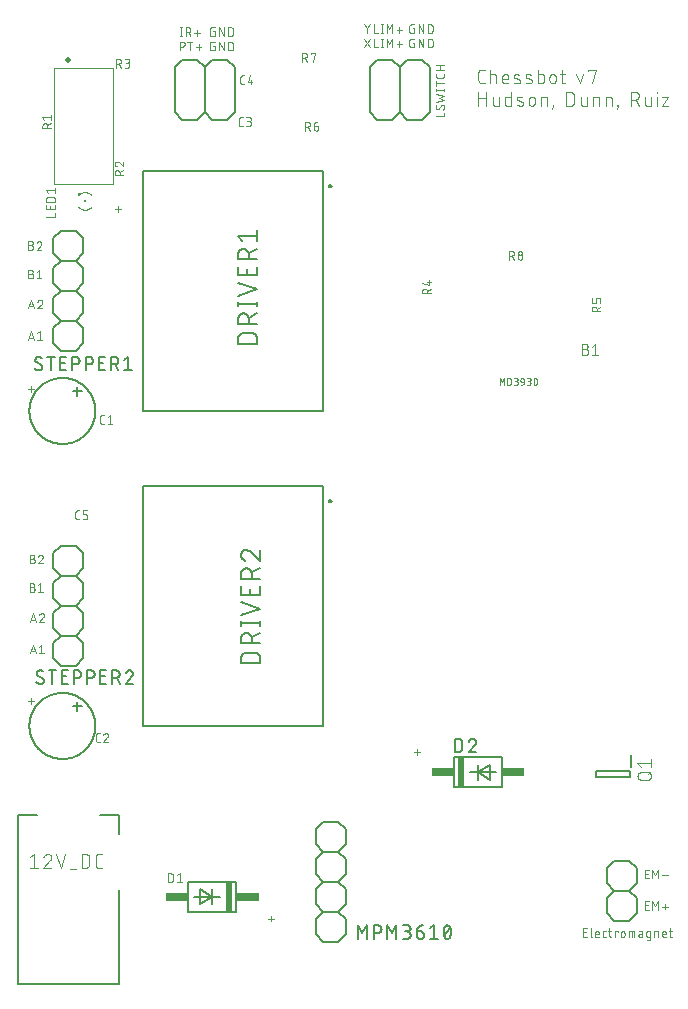
<source format=gto>
G04 EAGLE Gerber RS-274X export*
G75*
%MOMM*%
%FSLAX34Y34*%
%LPD*%
%INSilkscreen Top*%
%IPPOS*%
%AMOC8*
5,1,8,0,0,1.08239X$1,22.5*%
G01*
%ADD10C,0.101600*%
%ADD11C,0.076200*%
%ADD12C,0.203200*%
%ADD13C,0.152400*%
%ADD14R,0.508000X2.540000*%
%ADD15R,1.905000X0.762000*%
%ADD16C,0.127000*%
%ADD17R,0.200000X0.200000*%
%ADD18R,0.150000X0.250000*%
%ADD19C,0.200000*%
%ADD20C,0.500000*%
%ADD21C,0.120000*%
%ADD22C,0.050800*%


D10*
X403211Y759968D02*
X400614Y759968D01*
X400515Y759970D01*
X400415Y759976D01*
X400316Y759985D01*
X400218Y759998D01*
X400120Y760015D01*
X400022Y760036D01*
X399926Y760061D01*
X399831Y760089D01*
X399737Y760121D01*
X399644Y760156D01*
X399552Y760195D01*
X399462Y760238D01*
X399374Y760283D01*
X399287Y760333D01*
X399203Y760385D01*
X399120Y760441D01*
X399040Y760499D01*
X398962Y760561D01*
X398887Y760626D01*
X398814Y760694D01*
X398744Y760764D01*
X398676Y760837D01*
X398611Y760912D01*
X398549Y760990D01*
X398491Y761070D01*
X398435Y761153D01*
X398383Y761237D01*
X398333Y761324D01*
X398288Y761412D01*
X398245Y761502D01*
X398206Y761594D01*
X398171Y761687D01*
X398139Y761781D01*
X398111Y761876D01*
X398086Y761972D01*
X398065Y762070D01*
X398048Y762168D01*
X398035Y762266D01*
X398026Y762365D01*
X398020Y762465D01*
X398018Y762564D01*
X398018Y769056D01*
X398020Y769155D01*
X398026Y769255D01*
X398035Y769354D01*
X398048Y769452D01*
X398065Y769550D01*
X398086Y769648D01*
X398111Y769744D01*
X398139Y769839D01*
X398171Y769933D01*
X398206Y770026D01*
X398245Y770118D01*
X398288Y770208D01*
X398333Y770296D01*
X398383Y770383D01*
X398435Y770467D01*
X398491Y770550D01*
X398549Y770630D01*
X398611Y770708D01*
X398676Y770783D01*
X398744Y770856D01*
X398814Y770926D01*
X398887Y770994D01*
X398962Y771059D01*
X399040Y771121D01*
X399120Y771179D01*
X399203Y771235D01*
X399287Y771287D01*
X399374Y771337D01*
X399462Y771382D01*
X399552Y771425D01*
X399644Y771464D01*
X399736Y771499D01*
X399831Y771531D01*
X399926Y771559D01*
X400022Y771584D01*
X400120Y771605D01*
X400218Y771622D01*
X400316Y771635D01*
X400415Y771644D01*
X400515Y771650D01*
X400614Y771652D01*
X403211Y771652D01*
X407844Y771652D02*
X407844Y759968D01*
X407844Y767757D02*
X411090Y767757D01*
X411177Y767755D01*
X411265Y767749D01*
X411351Y767739D01*
X411438Y767726D01*
X411523Y767708D01*
X411608Y767687D01*
X411692Y767662D01*
X411774Y767633D01*
X411855Y767600D01*
X411935Y767564D01*
X412013Y767525D01*
X412089Y767481D01*
X412163Y767435D01*
X412234Y767385D01*
X412304Y767332D01*
X412371Y767276D01*
X412435Y767217D01*
X412497Y767156D01*
X412556Y767091D01*
X412612Y767024D01*
X412665Y766954D01*
X412715Y766883D01*
X412761Y766809D01*
X412805Y766733D01*
X412844Y766655D01*
X412880Y766575D01*
X412913Y766494D01*
X412942Y766412D01*
X412967Y766328D01*
X412988Y766243D01*
X413006Y766158D01*
X413019Y766071D01*
X413029Y765985D01*
X413035Y765897D01*
X413037Y765810D01*
X413037Y759968D01*
X420079Y759968D02*
X423324Y759968D01*
X420079Y759968D02*
X419992Y759970D01*
X419904Y759976D01*
X419818Y759986D01*
X419731Y759999D01*
X419646Y760017D01*
X419561Y760038D01*
X419477Y760063D01*
X419395Y760092D01*
X419314Y760125D01*
X419234Y760161D01*
X419156Y760200D01*
X419080Y760244D01*
X419006Y760290D01*
X418935Y760340D01*
X418865Y760393D01*
X418798Y760449D01*
X418734Y760508D01*
X418672Y760570D01*
X418613Y760634D01*
X418557Y760701D01*
X418504Y760771D01*
X418454Y760842D01*
X418408Y760916D01*
X418364Y760992D01*
X418325Y761070D01*
X418289Y761150D01*
X418256Y761231D01*
X418227Y761313D01*
X418202Y761397D01*
X418181Y761482D01*
X418163Y761567D01*
X418150Y761654D01*
X418140Y761740D01*
X418134Y761828D01*
X418132Y761915D01*
X418131Y761915D02*
X418131Y765161D01*
X418132Y765161D02*
X418134Y765262D01*
X418140Y765362D01*
X418150Y765462D01*
X418163Y765562D01*
X418181Y765661D01*
X418202Y765760D01*
X418227Y765857D01*
X418256Y765954D01*
X418289Y766049D01*
X418325Y766143D01*
X418365Y766235D01*
X418408Y766326D01*
X418455Y766415D01*
X418505Y766502D01*
X418559Y766588D01*
X418616Y766671D01*
X418676Y766751D01*
X418739Y766830D01*
X418806Y766906D01*
X418875Y766979D01*
X418947Y767049D01*
X419021Y767117D01*
X419098Y767182D01*
X419178Y767243D01*
X419260Y767302D01*
X419344Y767357D01*
X419430Y767409D01*
X419518Y767458D01*
X419608Y767503D01*
X419700Y767545D01*
X419793Y767583D01*
X419888Y767617D01*
X419983Y767648D01*
X420080Y767675D01*
X420178Y767698D01*
X420277Y767718D01*
X420377Y767733D01*
X420477Y767745D01*
X420577Y767753D01*
X420678Y767757D01*
X420778Y767757D01*
X420879Y767753D01*
X420979Y767745D01*
X421079Y767733D01*
X421179Y767718D01*
X421278Y767698D01*
X421376Y767675D01*
X421473Y767648D01*
X421568Y767617D01*
X421663Y767583D01*
X421756Y767545D01*
X421848Y767503D01*
X421938Y767458D01*
X422026Y767409D01*
X422112Y767357D01*
X422196Y767302D01*
X422278Y767243D01*
X422358Y767182D01*
X422435Y767117D01*
X422509Y767049D01*
X422581Y766979D01*
X422650Y766906D01*
X422717Y766830D01*
X422780Y766751D01*
X422840Y766671D01*
X422897Y766588D01*
X422951Y766502D01*
X423001Y766415D01*
X423048Y766326D01*
X423091Y766235D01*
X423131Y766143D01*
X423167Y766049D01*
X423200Y765954D01*
X423229Y765857D01*
X423254Y765760D01*
X423275Y765661D01*
X423293Y765562D01*
X423306Y765462D01*
X423316Y765362D01*
X423322Y765262D01*
X423324Y765161D01*
X423324Y763863D01*
X418131Y763863D01*
X429011Y764512D02*
X432257Y763214D01*
X429011Y764511D02*
X428936Y764544D01*
X428862Y764580D01*
X428790Y764619D01*
X428720Y764662D01*
X428653Y764708D01*
X428587Y764758D01*
X428525Y764810D01*
X428464Y764866D01*
X428407Y764924D01*
X428352Y764985D01*
X428301Y765049D01*
X428253Y765115D01*
X428208Y765184D01*
X428166Y765254D01*
X428128Y765327D01*
X428093Y765401D01*
X428062Y765477D01*
X428035Y765554D01*
X428012Y765633D01*
X427992Y765712D01*
X427977Y765793D01*
X427965Y765874D01*
X427957Y765956D01*
X427953Y766037D01*
X427954Y766119D01*
X427958Y766201D01*
X427966Y766283D01*
X427978Y766364D01*
X427994Y766444D01*
X428014Y766524D01*
X428038Y766602D01*
X428066Y766679D01*
X428097Y766755D01*
X428132Y766829D01*
X428170Y766901D01*
X428212Y766972D01*
X428258Y767040D01*
X428306Y767106D01*
X428358Y767169D01*
X428413Y767230D01*
X428471Y767288D01*
X428531Y767344D01*
X428594Y767396D01*
X428660Y767445D01*
X428728Y767491D01*
X428798Y767533D01*
X428870Y767573D01*
X428944Y767608D01*
X429019Y767640D01*
X429096Y767668D01*
X429174Y767692D01*
X429254Y767713D01*
X429334Y767730D01*
X429415Y767742D01*
X429496Y767751D01*
X429578Y767756D01*
X429660Y767757D01*
X429837Y767753D01*
X430014Y767744D01*
X430191Y767730D01*
X430368Y767713D01*
X430543Y767691D01*
X430719Y767666D01*
X430893Y767635D01*
X431067Y767601D01*
X431240Y767563D01*
X431412Y767520D01*
X431583Y767473D01*
X431753Y767423D01*
X431922Y767368D01*
X432089Y767309D01*
X432254Y767246D01*
X432419Y767179D01*
X432581Y767108D01*
X432256Y763214D02*
X432331Y763181D01*
X432405Y763145D01*
X432477Y763106D01*
X432547Y763063D01*
X432614Y763017D01*
X432680Y762967D01*
X432742Y762915D01*
X432803Y762859D01*
X432860Y762801D01*
X432915Y762740D01*
X432966Y762676D01*
X433014Y762610D01*
X433059Y762541D01*
X433101Y762471D01*
X433139Y762398D01*
X433174Y762324D01*
X433205Y762248D01*
X433232Y762171D01*
X433255Y762092D01*
X433275Y762013D01*
X433290Y761932D01*
X433302Y761851D01*
X433310Y761769D01*
X433314Y761688D01*
X433313Y761606D01*
X433309Y761524D01*
X433301Y761442D01*
X433289Y761361D01*
X433273Y761281D01*
X433253Y761201D01*
X433229Y761123D01*
X433201Y761046D01*
X433170Y760970D01*
X433135Y760896D01*
X433097Y760824D01*
X433055Y760753D01*
X433009Y760685D01*
X432961Y760619D01*
X432909Y760556D01*
X432854Y760495D01*
X432796Y760437D01*
X432736Y760381D01*
X432673Y760329D01*
X432607Y760280D01*
X432539Y760234D01*
X432469Y760192D01*
X432397Y760152D01*
X432323Y760117D01*
X432248Y760085D01*
X432171Y760057D01*
X432093Y760033D01*
X432013Y760012D01*
X431933Y759995D01*
X431852Y759983D01*
X431771Y759974D01*
X431689Y759969D01*
X431607Y759968D01*
X431608Y759968D02*
X431348Y759975D01*
X431088Y759988D01*
X430828Y760007D01*
X430569Y760032D01*
X430310Y760064D01*
X430053Y760101D01*
X429796Y760145D01*
X429540Y760194D01*
X429286Y760250D01*
X429033Y760311D01*
X428782Y760379D01*
X428532Y760453D01*
X428284Y760532D01*
X428038Y760617D01*
X438917Y764512D02*
X442163Y763214D01*
X438917Y764511D02*
X438842Y764544D01*
X438768Y764580D01*
X438696Y764619D01*
X438626Y764662D01*
X438559Y764708D01*
X438493Y764758D01*
X438431Y764810D01*
X438370Y764866D01*
X438313Y764924D01*
X438258Y764985D01*
X438207Y765049D01*
X438159Y765115D01*
X438114Y765184D01*
X438072Y765254D01*
X438034Y765327D01*
X437999Y765401D01*
X437968Y765477D01*
X437941Y765554D01*
X437918Y765633D01*
X437898Y765712D01*
X437883Y765793D01*
X437871Y765874D01*
X437863Y765956D01*
X437859Y766037D01*
X437860Y766119D01*
X437864Y766201D01*
X437872Y766283D01*
X437884Y766364D01*
X437900Y766444D01*
X437920Y766524D01*
X437944Y766602D01*
X437972Y766679D01*
X438003Y766755D01*
X438038Y766829D01*
X438076Y766901D01*
X438118Y766972D01*
X438164Y767040D01*
X438212Y767106D01*
X438264Y767169D01*
X438319Y767230D01*
X438377Y767288D01*
X438437Y767344D01*
X438500Y767396D01*
X438566Y767445D01*
X438634Y767491D01*
X438704Y767533D01*
X438776Y767573D01*
X438850Y767608D01*
X438925Y767640D01*
X439002Y767668D01*
X439080Y767692D01*
X439160Y767713D01*
X439240Y767730D01*
X439321Y767742D01*
X439402Y767751D01*
X439484Y767756D01*
X439566Y767757D01*
X439743Y767753D01*
X439920Y767744D01*
X440097Y767730D01*
X440274Y767713D01*
X440449Y767691D01*
X440625Y767666D01*
X440799Y767635D01*
X440973Y767601D01*
X441146Y767563D01*
X441318Y767520D01*
X441489Y767473D01*
X441659Y767423D01*
X441828Y767368D01*
X441995Y767309D01*
X442160Y767246D01*
X442325Y767179D01*
X442487Y767108D01*
X442162Y763214D02*
X442237Y763181D01*
X442311Y763145D01*
X442383Y763106D01*
X442453Y763063D01*
X442520Y763017D01*
X442586Y762967D01*
X442648Y762915D01*
X442709Y762859D01*
X442766Y762801D01*
X442821Y762740D01*
X442872Y762676D01*
X442920Y762610D01*
X442965Y762541D01*
X443007Y762471D01*
X443045Y762398D01*
X443080Y762324D01*
X443111Y762248D01*
X443138Y762171D01*
X443161Y762092D01*
X443181Y762013D01*
X443196Y761932D01*
X443208Y761851D01*
X443216Y761769D01*
X443220Y761688D01*
X443219Y761606D01*
X443215Y761524D01*
X443207Y761442D01*
X443195Y761361D01*
X443179Y761281D01*
X443159Y761201D01*
X443135Y761123D01*
X443107Y761046D01*
X443076Y760970D01*
X443041Y760896D01*
X443003Y760824D01*
X442961Y760753D01*
X442915Y760685D01*
X442867Y760619D01*
X442815Y760556D01*
X442760Y760495D01*
X442702Y760437D01*
X442642Y760381D01*
X442579Y760329D01*
X442513Y760280D01*
X442445Y760234D01*
X442375Y760192D01*
X442303Y760152D01*
X442229Y760117D01*
X442154Y760085D01*
X442077Y760057D01*
X441999Y760033D01*
X441919Y760012D01*
X441839Y759995D01*
X441758Y759983D01*
X441677Y759974D01*
X441595Y759969D01*
X441513Y759968D01*
X441514Y759968D02*
X441254Y759975D01*
X440994Y759988D01*
X440734Y760007D01*
X440475Y760032D01*
X440216Y760064D01*
X439959Y760101D01*
X439702Y760145D01*
X439446Y760194D01*
X439192Y760250D01*
X438939Y760311D01*
X438688Y760379D01*
X438438Y760453D01*
X438190Y760532D01*
X437944Y760617D01*
X448289Y759968D02*
X448289Y771652D01*
X448289Y759968D02*
X451535Y759968D01*
X451622Y759970D01*
X451710Y759976D01*
X451796Y759986D01*
X451883Y759999D01*
X451968Y760017D01*
X452053Y760038D01*
X452137Y760063D01*
X452219Y760092D01*
X452300Y760125D01*
X452380Y760161D01*
X452458Y760200D01*
X452534Y760244D01*
X452608Y760290D01*
X452679Y760340D01*
X452749Y760393D01*
X452816Y760449D01*
X452880Y760508D01*
X452942Y760569D01*
X453001Y760634D01*
X453057Y760701D01*
X453110Y760771D01*
X453160Y760842D01*
X453206Y760916D01*
X453250Y760992D01*
X453289Y761070D01*
X453325Y761150D01*
X453358Y761231D01*
X453387Y761313D01*
X453412Y761397D01*
X453433Y761482D01*
X453451Y761567D01*
X453464Y761654D01*
X453474Y761740D01*
X453480Y761828D01*
X453482Y761915D01*
X453482Y765810D01*
X453480Y765897D01*
X453474Y765985D01*
X453464Y766071D01*
X453451Y766158D01*
X453433Y766243D01*
X453412Y766328D01*
X453387Y766412D01*
X453358Y766494D01*
X453325Y766575D01*
X453289Y766655D01*
X453250Y766733D01*
X453206Y766809D01*
X453160Y766883D01*
X453110Y766954D01*
X453057Y767024D01*
X453001Y767091D01*
X452942Y767155D01*
X452880Y767217D01*
X452816Y767276D01*
X452749Y767332D01*
X452679Y767385D01*
X452608Y767435D01*
X452534Y767481D01*
X452458Y767525D01*
X452380Y767564D01*
X452300Y767600D01*
X452219Y767633D01*
X452137Y767662D01*
X452053Y767687D01*
X451968Y767708D01*
X451883Y767726D01*
X451796Y767739D01*
X451710Y767749D01*
X451622Y767755D01*
X451535Y767757D01*
X448289Y767757D01*
X458136Y765161D02*
X458136Y762564D01*
X458137Y765161D02*
X458139Y765262D01*
X458145Y765362D01*
X458155Y765462D01*
X458168Y765562D01*
X458186Y765661D01*
X458207Y765760D01*
X458232Y765857D01*
X458261Y765954D01*
X458294Y766049D01*
X458330Y766143D01*
X458370Y766235D01*
X458413Y766326D01*
X458460Y766415D01*
X458510Y766502D01*
X458564Y766588D01*
X458621Y766671D01*
X458681Y766751D01*
X458744Y766830D01*
X458811Y766906D01*
X458880Y766979D01*
X458952Y767049D01*
X459026Y767117D01*
X459103Y767182D01*
X459183Y767243D01*
X459265Y767302D01*
X459349Y767357D01*
X459435Y767409D01*
X459523Y767458D01*
X459613Y767503D01*
X459705Y767545D01*
X459798Y767583D01*
X459893Y767617D01*
X459988Y767648D01*
X460085Y767675D01*
X460183Y767698D01*
X460282Y767718D01*
X460382Y767733D01*
X460482Y767745D01*
X460582Y767753D01*
X460683Y767757D01*
X460783Y767757D01*
X460884Y767753D01*
X460984Y767745D01*
X461084Y767733D01*
X461184Y767718D01*
X461283Y767698D01*
X461381Y767675D01*
X461478Y767648D01*
X461573Y767617D01*
X461668Y767583D01*
X461761Y767545D01*
X461853Y767503D01*
X461943Y767458D01*
X462031Y767409D01*
X462117Y767357D01*
X462201Y767302D01*
X462283Y767243D01*
X462363Y767182D01*
X462440Y767117D01*
X462514Y767049D01*
X462586Y766979D01*
X462655Y766906D01*
X462722Y766830D01*
X462785Y766751D01*
X462845Y766671D01*
X462902Y766588D01*
X462956Y766502D01*
X463006Y766415D01*
X463053Y766326D01*
X463096Y766235D01*
X463136Y766143D01*
X463172Y766049D01*
X463205Y765954D01*
X463234Y765857D01*
X463259Y765760D01*
X463280Y765661D01*
X463298Y765562D01*
X463311Y765462D01*
X463321Y765362D01*
X463327Y765262D01*
X463329Y765161D01*
X463329Y762564D01*
X463327Y762463D01*
X463321Y762363D01*
X463311Y762263D01*
X463298Y762163D01*
X463280Y762064D01*
X463259Y761965D01*
X463234Y761868D01*
X463205Y761771D01*
X463172Y761676D01*
X463136Y761582D01*
X463096Y761490D01*
X463053Y761399D01*
X463006Y761310D01*
X462956Y761223D01*
X462902Y761137D01*
X462845Y761054D01*
X462785Y760974D01*
X462722Y760895D01*
X462655Y760819D01*
X462586Y760746D01*
X462514Y760676D01*
X462440Y760608D01*
X462363Y760543D01*
X462283Y760482D01*
X462201Y760423D01*
X462117Y760368D01*
X462031Y760316D01*
X461943Y760267D01*
X461853Y760222D01*
X461761Y760180D01*
X461668Y760142D01*
X461573Y760108D01*
X461478Y760077D01*
X461381Y760050D01*
X461283Y760027D01*
X461184Y760007D01*
X461084Y759992D01*
X460984Y759980D01*
X460884Y759972D01*
X460783Y759968D01*
X460683Y759968D01*
X460582Y759972D01*
X460482Y759980D01*
X460382Y759992D01*
X460282Y760007D01*
X460183Y760027D01*
X460085Y760050D01*
X459988Y760077D01*
X459893Y760108D01*
X459798Y760142D01*
X459705Y760180D01*
X459613Y760222D01*
X459523Y760267D01*
X459435Y760316D01*
X459349Y760368D01*
X459265Y760423D01*
X459183Y760482D01*
X459103Y760543D01*
X459026Y760608D01*
X458952Y760676D01*
X458880Y760746D01*
X458811Y760819D01*
X458744Y760895D01*
X458681Y760974D01*
X458621Y761054D01*
X458564Y761137D01*
X458510Y761223D01*
X458460Y761310D01*
X458413Y761399D01*
X458370Y761490D01*
X458330Y761582D01*
X458294Y761676D01*
X458261Y761771D01*
X458232Y761868D01*
X458207Y761965D01*
X458186Y762064D01*
X458168Y762163D01*
X458155Y762263D01*
X458145Y762363D01*
X458139Y762463D01*
X458137Y762564D01*
X467075Y767757D02*
X470970Y767757D01*
X468373Y771652D02*
X468373Y761915D01*
X468374Y761915D02*
X468376Y761828D01*
X468382Y761740D01*
X468392Y761654D01*
X468405Y761567D01*
X468423Y761482D01*
X468444Y761397D01*
X468469Y761313D01*
X468498Y761231D01*
X468531Y761150D01*
X468567Y761070D01*
X468606Y760992D01*
X468650Y760916D01*
X468696Y760842D01*
X468746Y760771D01*
X468799Y760701D01*
X468855Y760634D01*
X468914Y760570D01*
X468976Y760508D01*
X469040Y760449D01*
X469107Y760393D01*
X469177Y760340D01*
X469248Y760290D01*
X469322Y760244D01*
X469398Y760200D01*
X469476Y760161D01*
X469556Y760125D01*
X469637Y760092D01*
X469719Y760063D01*
X469803Y760038D01*
X469888Y760017D01*
X469973Y759999D01*
X470060Y759986D01*
X470146Y759976D01*
X470234Y759970D01*
X470321Y759968D01*
X470970Y759968D01*
X483593Y759968D02*
X480996Y767757D01*
X486189Y767757D02*
X483593Y759968D01*
X490634Y770354D02*
X490634Y771652D01*
X497125Y771652D01*
X493880Y759968D01*
X398018Y752602D02*
X398018Y740918D01*
X398018Y747409D02*
X404509Y747409D01*
X404509Y752602D02*
X404509Y740918D01*
X410097Y742865D02*
X410097Y748707D01*
X410097Y742865D02*
X410099Y742778D01*
X410105Y742690D01*
X410115Y742604D01*
X410128Y742517D01*
X410146Y742432D01*
X410167Y742347D01*
X410192Y742263D01*
X410221Y742181D01*
X410254Y742100D01*
X410290Y742020D01*
X410329Y741942D01*
X410373Y741866D01*
X410419Y741792D01*
X410469Y741721D01*
X410522Y741651D01*
X410578Y741584D01*
X410637Y741520D01*
X410699Y741458D01*
X410763Y741399D01*
X410830Y741343D01*
X410900Y741290D01*
X410971Y741240D01*
X411045Y741194D01*
X411121Y741150D01*
X411199Y741111D01*
X411279Y741075D01*
X411360Y741042D01*
X411442Y741013D01*
X411526Y740988D01*
X411611Y740967D01*
X411696Y740949D01*
X411783Y740936D01*
X411869Y740926D01*
X411957Y740920D01*
X412044Y740918D01*
X415290Y740918D01*
X415290Y748707D01*
X425518Y752602D02*
X425518Y740918D01*
X422273Y740918D01*
X422186Y740920D01*
X422098Y740926D01*
X422012Y740936D01*
X421925Y740949D01*
X421840Y740967D01*
X421755Y740988D01*
X421671Y741013D01*
X421589Y741042D01*
X421508Y741075D01*
X421428Y741111D01*
X421350Y741150D01*
X421274Y741194D01*
X421200Y741240D01*
X421129Y741290D01*
X421059Y741343D01*
X420992Y741399D01*
X420928Y741458D01*
X420866Y741520D01*
X420807Y741584D01*
X420751Y741651D01*
X420698Y741721D01*
X420648Y741792D01*
X420602Y741866D01*
X420558Y741942D01*
X420519Y742020D01*
X420483Y742100D01*
X420450Y742181D01*
X420421Y742263D01*
X420396Y742347D01*
X420375Y742432D01*
X420357Y742517D01*
X420344Y742604D01*
X420334Y742690D01*
X420328Y742778D01*
X420326Y742865D01*
X420325Y742865D02*
X420325Y746760D01*
X420326Y746760D02*
X420328Y746847D01*
X420334Y746935D01*
X420344Y747021D01*
X420357Y747108D01*
X420375Y747193D01*
X420396Y747278D01*
X420421Y747362D01*
X420450Y747444D01*
X420483Y747525D01*
X420519Y747605D01*
X420558Y747683D01*
X420602Y747759D01*
X420648Y747833D01*
X420698Y747904D01*
X420751Y747974D01*
X420807Y748041D01*
X420866Y748105D01*
X420928Y748167D01*
X420992Y748226D01*
X421059Y748282D01*
X421129Y748335D01*
X421200Y748385D01*
X421274Y748431D01*
X421350Y748475D01*
X421428Y748514D01*
X421508Y748550D01*
X421589Y748583D01*
X421671Y748612D01*
X421755Y748637D01*
X421840Y748658D01*
X421925Y748676D01*
X422012Y748689D01*
X422098Y748699D01*
X422186Y748705D01*
X422273Y748707D01*
X425518Y748707D01*
X431645Y745462D02*
X434890Y744164D01*
X431645Y745461D02*
X431570Y745494D01*
X431496Y745530D01*
X431424Y745569D01*
X431354Y745612D01*
X431287Y745658D01*
X431221Y745708D01*
X431159Y745760D01*
X431098Y745816D01*
X431041Y745874D01*
X430986Y745935D01*
X430935Y745999D01*
X430887Y746065D01*
X430842Y746134D01*
X430800Y746204D01*
X430762Y746277D01*
X430727Y746351D01*
X430696Y746427D01*
X430669Y746504D01*
X430646Y746583D01*
X430626Y746662D01*
X430611Y746743D01*
X430599Y746824D01*
X430591Y746906D01*
X430587Y746987D01*
X430588Y747069D01*
X430592Y747151D01*
X430600Y747233D01*
X430612Y747314D01*
X430628Y747394D01*
X430648Y747474D01*
X430672Y747552D01*
X430700Y747629D01*
X430731Y747705D01*
X430766Y747779D01*
X430804Y747851D01*
X430846Y747922D01*
X430892Y747990D01*
X430940Y748056D01*
X430992Y748119D01*
X431047Y748180D01*
X431105Y748238D01*
X431165Y748294D01*
X431228Y748346D01*
X431294Y748395D01*
X431362Y748441D01*
X431432Y748483D01*
X431504Y748523D01*
X431578Y748558D01*
X431653Y748590D01*
X431730Y748618D01*
X431808Y748642D01*
X431888Y748663D01*
X431968Y748680D01*
X432049Y748692D01*
X432130Y748701D01*
X432212Y748706D01*
X432294Y748707D01*
X432471Y748703D01*
X432648Y748694D01*
X432825Y748680D01*
X433002Y748663D01*
X433177Y748641D01*
X433353Y748616D01*
X433527Y748585D01*
X433701Y748551D01*
X433874Y748513D01*
X434046Y748470D01*
X434217Y748423D01*
X434387Y748373D01*
X434556Y748318D01*
X434723Y748259D01*
X434888Y748196D01*
X435053Y748129D01*
X435215Y748058D01*
X434890Y744164D02*
X434965Y744131D01*
X435039Y744095D01*
X435111Y744056D01*
X435181Y744013D01*
X435248Y743967D01*
X435314Y743917D01*
X435376Y743865D01*
X435437Y743809D01*
X435494Y743751D01*
X435549Y743690D01*
X435600Y743626D01*
X435648Y743560D01*
X435693Y743491D01*
X435735Y743421D01*
X435773Y743348D01*
X435808Y743274D01*
X435839Y743198D01*
X435866Y743121D01*
X435889Y743042D01*
X435909Y742963D01*
X435924Y742882D01*
X435936Y742801D01*
X435944Y742719D01*
X435948Y742638D01*
X435947Y742556D01*
X435943Y742474D01*
X435935Y742392D01*
X435923Y742311D01*
X435907Y742231D01*
X435887Y742151D01*
X435863Y742073D01*
X435835Y741996D01*
X435804Y741920D01*
X435769Y741846D01*
X435731Y741774D01*
X435689Y741703D01*
X435643Y741635D01*
X435595Y741569D01*
X435543Y741506D01*
X435488Y741445D01*
X435430Y741387D01*
X435370Y741331D01*
X435307Y741279D01*
X435241Y741230D01*
X435173Y741184D01*
X435103Y741142D01*
X435031Y741102D01*
X434957Y741067D01*
X434882Y741035D01*
X434805Y741007D01*
X434727Y740983D01*
X434647Y740962D01*
X434567Y740945D01*
X434486Y740933D01*
X434405Y740924D01*
X434323Y740919D01*
X434241Y740918D01*
X433981Y740925D01*
X433721Y740938D01*
X433461Y740957D01*
X433202Y740982D01*
X432943Y741014D01*
X432686Y741051D01*
X432429Y741095D01*
X432173Y741144D01*
X431919Y741200D01*
X431666Y741261D01*
X431415Y741329D01*
X431165Y741403D01*
X430917Y741482D01*
X430671Y741567D01*
X440577Y743514D02*
X440577Y746111D01*
X440578Y746111D02*
X440580Y746212D01*
X440586Y746312D01*
X440596Y746412D01*
X440609Y746512D01*
X440627Y746611D01*
X440648Y746710D01*
X440673Y746807D01*
X440702Y746904D01*
X440735Y746999D01*
X440771Y747093D01*
X440811Y747185D01*
X440854Y747276D01*
X440901Y747365D01*
X440951Y747452D01*
X441005Y747538D01*
X441062Y747621D01*
X441122Y747701D01*
X441185Y747780D01*
X441252Y747856D01*
X441321Y747929D01*
X441393Y747999D01*
X441467Y748067D01*
X441544Y748132D01*
X441624Y748193D01*
X441706Y748252D01*
X441790Y748307D01*
X441876Y748359D01*
X441964Y748408D01*
X442054Y748453D01*
X442146Y748495D01*
X442239Y748533D01*
X442334Y748567D01*
X442429Y748598D01*
X442526Y748625D01*
X442624Y748648D01*
X442723Y748668D01*
X442823Y748683D01*
X442923Y748695D01*
X443023Y748703D01*
X443124Y748707D01*
X443224Y748707D01*
X443325Y748703D01*
X443425Y748695D01*
X443525Y748683D01*
X443625Y748668D01*
X443724Y748648D01*
X443822Y748625D01*
X443919Y748598D01*
X444014Y748567D01*
X444109Y748533D01*
X444202Y748495D01*
X444294Y748453D01*
X444384Y748408D01*
X444472Y748359D01*
X444558Y748307D01*
X444642Y748252D01*
X444724Y748193D01*
X444804Y748132D01*
X444881Y748067D01*
X444955Y747999D01*
X445027Y747929D01*
X445096Y747856D01*
X445163Y747780D01*
X445226Y747701D01*
X445286Y747621D01*
X445343Y747538D01*
X445397Y747452D01*
X445447Y747365D01*
X445494Y747276D01*
X445537Y747185D01*
X445577Y747093D01*
X445613Y746999D01*
X445646Y746904D01*
X445675Y746807D01*
X445700Y746710D01*
X445721Y746611D01*
X445739Y746512D01*
X445752Y746412D01*
X445762Y746312D01*
X445768Y746212D01*
X445770Y746111D01*
X445770Y743514D01*
X445768Y743413D01*
X445762Y743313D01*
X445752Y743213D01*
X445739Y743113D01*
X445721Y743014D01*
X445700Y742915D01*
X445675Y742818D01*
X445646Y742721D01*
X445613Y742626D01*
X445577Y742532D01*
X445537Y742440D01*
X445494Y742349D01*
X445447Y742260D01*
X445397Y742173D01*
X445343Y742087D01*
X445286Y742004D01*
X445226Y741924D01*
X445163Y741845D01*
X445096Y741769D01*
X445027Y741696D01*
X444955Y741626D01*
X444881Y741558D01*
X444804Y741493D01*
X444724Y741432D01*
X444642Y741373D01*
X444558Y741318D01*
X444472Y741266D01*
X444384Y741217D01*
X444294Y741172D01*
X444202Y741130D01*
X444109Y741092D01*
X444014Y741058D01*
X443919Y741027D01*
X443822Y741000D01*
X443724Y740977D01*
X443625Y740957D01*
X443525Y740942D01*
X443425Y740930D01*
X443325Y740922D01*
X443224Y740918D01*
X443124Y740918D01*
X443023Y740922D01*
X442923Y740930D01*
X442823Y740942D01*
X442723Y740957D01*
X442624Y740977D01*
X442526Y741000D01*
X442429Y741027D01*
X442334Y741058D01*
X442239Y741092D01*
X442146Y741130D01*
X442054Y741172D01*
X441964Y741217D01*
X441876Y741266D01*
X441790Y741318D01*
X441706Y741373D01*
X441624Y741432D01*
X441544Y741493D01*
X441467Y741558D01*
X441393Y741626D01*
X441321Y741696D01*
X441252Y741769D01*
X441185Y741845D01*
X441122Y741924D01*
X441062Y742004D01*
X441005Y742087D01*
X440951Y742173D01*
X440901Y742260D01*
X440854Y742349D01*
X440811Y742440D01*
X440771Y742532D01*
X440735Y742626D01*
X440702Y742721D01*
X440673Y742818D01*
X440648Y742915D01*
X440627Y743014D01*
X440609Y743113D01*
X440596Y743213D01*
X440586Y743313D01*
X440580Y743413D01*
X440578Y743514D01*
X450864Y740918D02*
X450864Y748707D01*
X454110Y748707D01*
X454197Y748705D01*
X454285Y748699D01*
X454371Y748689D01*
X454458Y748676D01*
X454543Y748658D01*
X454628Y748637D01*
X454712Y748612D01*
X454794Y748583D01*
X454875Y748550D01*
X454955Y748514D01*
X455033Y748475D01*
X455109Y748431D01*
X455183Y748385D01*
X455254Y748335D01*
X455324Y748282D01*
X455391Y748226D01*
X455455Y748167D01*
X455517Y748106D01*
X455576Y748041D01*
X455632Y747974D01*
X455685Y747904D01*
X455735Y747833D01*
X455781Y747759D01*
X455825Y747683D01*
X455864Y747605D01*
X455900Y747525D01*
X455933Y747444D01*
X455962Y747362D01*
X455987Y747278D01*
X456008Y747193D01*
X456026Y747108D01*
X456039Y747021D01*
X456049Y746935D01*
X456055Y746847D01*
X456057Y746760D01*
X456057Y740918D01*
X460713Y740918D02*
X461362Y740918D01*
X460713Y740918D02*
X460713Y741567D01*
X461362Y741567D01*
X461362Y740918D01*
X460388Y738322D01*
X472313Y740918D02*
X472313Y752602D01*
X475558Y752602D01*
X475671Y752600D01*
X475784Y752594D01*
X475897Y752584D01*
X476010Y752570D01*
X476122Y752553D01*
X476233Y752531D01*
X476343Y752506D01*
X476453Y752476D01*
X476561Y752443D01*
X476668Y752406D01*
X476774Y752366D01*
X476878Y752321D01*
X476981Y752273D01*
X477082Y752222D01*
X477181Y752167D01*
X477278Y752109D01*
X477373Y752047D01*
X477466Y751982D01*
X477556Y751914D01*
X477644Y751843D01*
X477730Y751768D01*
X477813Y751691D01*
X477893Y751611D01*
X477970Y751528D01*
X478045Y751442D01*
X478116Y751354D01*
X478184Y751264D01*
X478249Y751171D01*
X478311Y751076D01*
X478369Y750979D01*
X478424Y750880D01*
X478475Y750779D01*
X478523Y750676D01*
X478568Y750572D01*
X478608Y750466D01*
X478645Y750359D01*
X478678Y750251D01*
X478708Y750141D01*
X478733Y750031D01*
X478755Y749920D01*
X478772Y749808D01*
X478786Y749695D01*
X478796Y749582D01*
X478802Y749469D01*
X478804Y749356D01*
X478804Y744164D01*
X478802Y744051D01*
X478796Y743938D01*
X478786Y743825D01*
X478772Y743712D01*
X478755Y743600D01*
X478733Y743489D01*
X478708Y743379D01*
X478678Y743269D01*
X478645Y743161D01*
X478608Y743054D01*
X478568Y742948D01*
X478523Y742844D01*
X478475Y742741D01*
X478424Y742640D01*
X478369Y742541D01*
X478311Y742444D01*
X478249Y742349D01*
X478184Y742256D01*
X478116Y742166D01*
X478045Y742078D01*
X477970Y741992D01*
X477893Y741909D01*
X477813Y741829D01*
X477730Y741752D01*
X477644Y741677D01*
X477556Y741606D01*
X477466Y741538D01*
X477373Y741473D01*
X477278Y741411D01*
X477181Y741353D01*
X477082Y741298D01*
X476981Y741247D01*
X476878Y741199D01*
X476774Y741154D01*
X476668Y741114D01*
X476561Y741077D01*
X476453Y741044D01*
X476343Y741014D01*
X476233Y740989D01*
X476122Y740967D01*
X476010Y740950D01*
X475897Y740936D01*
X475784Y740926D01*
X475671Y740920D01*
X475558Y740918D01*
X472313Y740918D01*
X484392Y742865D02*
X484392Y748707D01*
X484392Y742865D02*
X484394Y742778D01*
X484400Y742690D01*
X484410Y742604D01*
X484423Y742517D01*
X484441Y742432D01*
X484462Y742347D01*
X484487Y742263D01*
X484516Y742181D01*
X484549Y742100D01*
X484585Y742020D01*
X484624Y741942D01*
X484668Y741866D01*
X484714Y741792D01*
X484764Y741721D01*
X484817Y741651D01*
X484873Y741584D01*
X484932Y741520D01*
X484994Y741458D01*
X485058Y741399D01*
X485125Y741343D01*
X485195Y741290D01*
X485266Y741240D01*
X485340Y741194D01*
X485416Y741150D01*
X485494Y741111D01*
X485574Y741075D01*
X485655Y741042D01*
X485737Y741013D01*
X485821Y740988D01*
X485906Y740967D01*
X485991Y740949D01*
X486078Y740936D01*
X486164Y740926D01*
X486252Y740920D01*
X486339Y740918D01*
X489585Y740918D01*
X489585Y748707D01*
X495060Y748707D02*
X495060Y740918D01*
X495060Y748707D02*
X498306Y748707D01*
X498393Y748705D01*
X498481Y748699D01*
X498567Y748689D01*
X498654Y748676D01*
X498739Y748658D01*
X498824Y748637D01*
X498908Y748612D01*
X498990Y748583D01*
X499071Y748550D01*
X499151Y748514D01*
X499229Y748475D01*
X499305Y748431D01*
X499379Y748385D01*
X499450Y748335D01*
X499520Y748282D01*
X499587Y748226D01*
X499651Y748167D01*
X499713Y748106D01*
X499772Y748041D01*
X499828Y747974D01*
X499881Y747904D01*
X499931Y747833D01*
X499977Y747759D01*
X500021Y747683D01*
X500060Y747605D01*
X500096Y747525D01*
X500129Y747444D01*
X500158Y747362D01*
X500183Y747278D01*
X500204Y747193D01*
X500222Y747108D01*
X500235Y747021D01*
X500245Y746935D01*
X500251Y746847D01*
X500253Y746760D01*
X500253Y740918D01*
X505728Y740918D02*
X505728Y748707D01*
X508974Y748707D01*
X509061Y748705D01*
X509149Y748699D01*
X509235Y748689D01*
X509322Y748676D01*
X509407Y748658D01*
X509492Y748637D01*
X509576Y748612D01*
X509658Y748583D01*
X509739Y748550D01*
X509819Y748514D01*
X509897Y748475D01*
X509973Y748431D01*
X510047Y748385D01*
X510118Y748335D01*
X510188Y748282D01*
X510255Y748226D01*
X510319Y748167D01*
X510381Y748106D01*
X510440Y748041D01*
X510496Y747974D01*
X510549Y747904D01*
X510599Y747833D01*
X510645Y747759D01*
X510689Y747683D01*
X510728Y747605D01*
X510764Y747525D01*
X510797Y747444D01*
X510826Y747362D01*
X510851Y747278D01*
X510872Y747193D01*
X510890Y747108D01*
X510903Y747021D01*
X510913Y746935D01*
X510919Y746847D01*
X510921Y746760D01*
X510921Y740918D01*
X515577Y740918D02*
X516226Y740918D01*
X515577Y740918D02*
X515577Y741567D01*
X516226Y741567D01*
X516226Y740918D01*
X515252Y738322D01*
X527250Y740918D02*
X527250Y752602D01*
X530496Y752602D01*
X530609Y752600D01*
X530722Y752594D01*
X530835Y752584D01*
X530948Y752570D01*
X531060Y752553D01*
X531171Y752531D01*
X531281Y752506D01*
X531391Y752476D01*
X531499Y752443D01*
X531606Y752406D01*
X531712Y752366D01*
X531816Y752321D01*
X531919Y752273D01*
X532020Y752222D01*
X532119Y752167D01*
X532216Y752109D01*
X532311Y752047D01*
X532404Y751982D01*
X532494Y751914D01*
X532582Y751843D01*
X532668Y751768D01*
X532751Y751691D01*
X532831Y751611D01*
X532908Y751528D01*
X532983Y751442D01*
X533054Y751354D01*
X533122Y751264D01*
X533187Y751171D01*
X533249Y751076D01*
X533307Y750979D01*
X533362Y750880D01*
X533413Y750779D01*
X533461Y750676D01*
X533506Y750572D01*
X533546Y750466D01*
X533583Y750359D01*
X533616Y750251D01*
X533646Y750141D01*
X533671Y750031D01*
X533693Y749920D01*
X533710Y749808D01*
X533724Y749695D01*
X533734Y749582D01*
X533740Y749469D01*
X533742Y749356D01*
X533740Y749243D01*
X533734Y749130D01*
X533724Y749017D01*
X533710Y748904D01*
X533693Y748792D01*
X533671Y748681D01*
X533646Y748571D01*
X533616Y748461D01*
X533583Y748353D01*
X533546Y748246D01*
X533506Y748140D01*
X533461Y748036D01*
X533413Y747933D01*
X533362Y747832D01*
X533307Y747733D01*
X533249Y747636D01*
X533187Y747541D01*
X533122Y747448D01*
X533054Y747358D01*
X532983Y747270D01*
X532908Y747184D01*
X532831Y747101D01*
X532751Y747021D01*
X532668Y746944D01*
X532582Y746869D01*
X532494Y746798D01*
X532404Y746730D01*
X532311Y746665D01*
X532216Y746603D01*
X532119Y746545D01*
X532020Y746490D01*
X531919Y746439D01*
X531816Y746391D01*
X531712Y746346D01*
X531606Y746306D01*
X531499Y746269D01*
X531391Y746236D01*
X531281Y746206D01*
X531171Y746181D01*
X531060Y746159D01*
X530948Y746142D01*
X530835Y746128D01*
X530722Y746118D01*
X530609Y746112D01*
X530496Y746110D01*
X530496Y746111D02*
X527250Y746111D01*
X531145Y746111D02*
X533742Y740918D01*
X538875Y742865D02*
X538875Y748707D01*
X538875Y742865D02*
X538877Y742778D01*
X538883Y742690D01*
X538893Y742604D01*
X538906Y742517D01*
X538924Y742432D01*
X538945Y742347D01*
X538970Y742263D01*
X538999Y742181D01*
X539032Y742100D01*
X539068Y742020D01*
X539107Y741942D01*
X539151Y741866D01*
X539197Y741792D01*
X539247Y741721D01*
X539300Y741651D01*
X539356Y741584D01*
X539415Y741520D01*
X539477Y741458D01*
X539541Y741399D01*
X539608Y741343D01*
X539678Y741290D01*
X539749Y741240D01*
X539823Y741194D01*
X539899Y741150D01*
X539977Y741111D01*
X540057Y741075D01*
X540138Y741042D01*
X540220Y741013D01*
X540304Y740988D01*
X540389Y740967D01*
X540474Y740949D01*
X540561Y740936D01*
X540647Y740926D01*
X540735Y740920D01*
X540822Y740918D01*
X544068Y740918D01*
X544068Y748707D01*
X549091Y748707D02*
X549091Y740918D01*
X548767Y751953D02*
X548767Y752602D01*
X549416Y752602D01*
X549416Y751953D01*
X548767Y751953D01*
X553353Y748707D02*
X558546Y748707D01*
X553353Y740918D01*
X558546Y740918D01*
D11*
X343563Y806605D02*
X342336Y806605D01*
X343563Y806605D02*
X343563Y802513D01*
X341108Y802513D01*
X341030Y802515D01*
X340952Y802520D01*
X340875Y802530D01*
X340798Y802543D01*
X340722Y802559D01*
X340647Y802579D01*
X340573Y802603D01*
X340500Y802630D01*
X340428Y802661D01*
X340358Y802695D01*
X340290Y802732D01*
X340223Y802773D01*
X340158Y802817D01*
X340096Y802863D01*
X340036Y802913D01*
X339978Y802965D01*
X339923Y803020D01*
X339871Y803078D01*
X339821Y803138D01*
X339775Y803200D01*
X339731Y803265D01*
X339690Y803332D01*
X339653Y803400D01*
X339619Y803470D01*
X339588Y803542D01*
X339561Y803615D01*
X339537Y803689D01*
X339517Y803764D01*
X339501Y803840D01*
X339488Y803917D01*
X339478Y803994D01*
X339473Y804072D01*
X339471Y804150D01*
X339471Y808242D01*
X339473Y808322D01*
X339479Y808402D01*
X339489Y808482D01*
X339502Y808561D01*
X339520Y808640D01*
X339541Y808717D01*
X339567Y808793D01*
X339596Y808868D01*
X339628Y808942D01*
X339664Y809014D01*
X339704Y809084D01*
X339747Y809151D01*
X339793Y809217D01*
X339843Y809280D01*
X339895Y809341D01*
X339950Y809400D01*
X340009Y809455D01*
X340069Y809507D01*
X340133Y809557D01*
X340199Y809603D01*
X340266Y809646D01*
X340336Y809686D01*
X340408Y809722D01*
X340482Y809754D01*
X340556Y809783D01*
X340633Y809809D01*
X340710Y809830D01*
X340789Y809848D01*
X340868Y809861D01*
X340948Y809871D01*
X341028Y809877D01*
X341108Y809879D01*
X343563Y809879D01*
X347274Y809879D02*
X347274Y802513D01*
X351366Y802513D02*
X347274Y809879D01*
X351366Y809879D02*
X351366Y802513D01*
X355077Y802513D02*
X355077Y809879D01*
X357123Y809879D01*
X357212Y809877D01*
X357301Y809871D01*
X357390Y809861D01*
X357478Y809848D01*
X357566Y809831D01*
X357653Y809809D01*
X357738Y809784D01*
X357823Y809756D01*
X357906Y809723D01*
X357988Y809687D01*
X358068Y809648D01*
X358146Y809605D01*
X358222Y809559D01*
X358297Y809509D01*
X358369Y809456D01*
X358438Y809400D01*
X358505Y809341D01*
X358570Y809280D01*
X358631Y809215D01*
X358690Y809148D01*
X358746Y809079D01*
X358799Y809007D01*
X358849Y808932D01*
X358895Y808856D01*
X358938Y808778D01*
X358977Y808698D01*
X359013Y808616D01*
X359046Y808533D01*
X359074Y808448D01*
X359099Y808363D01*
X359121Y808276D01*
X359138Y808188D01*
X359151Y808100D01*
X359161Y808011D01*
X359167Y807922D01*
X359169Y807833D01*
X359169Y804559D01*
X359167Y804470D01*
X359161Y804381D01*
X359151Y804292D01*
X359138Y804204D01*
X359121Y804116D01*
X359099Y804029D01*
X359074Y803944D01*
X359046Y803859D01*
X359013Y803776D01*
X358977Y803694D01*
X358938Y803614D01*
X358895Y803536D01*
X358849Y803460D01*
X358799Y803385D01*
X358746Y803313D01*
X358690Y803244D01*
X358631Y803177D01*
X358570Y803112D01*
X358505Y803051D01*
X358438Y802992D01*
X358369Y802936D01*
X358297Y802883D01*
X358222Y802833D01*
X358146Y802787D01*
X358068Y802744D01*
X357988Y802705D01*
X357906Y802669D01*
X357823Y802636D01*
X357738Y802608D01*
X357653Y802583D01*
X357566Y802561D01*
X357478Y802544D01*
X357390Y802531D01*
X357301Y802521D01*
X357212Y802515D01*
X357123Y802513D01*
X355077Y802513D01*
X343563Y794413D02*
X342336Y794413D01*
X343563Y794413D02*
X343563Y790321D01*
X341108Y790321D01*
X341030Y790323D01*
X340952Y790328D01*
X340875Y790338D01*
X340798Y790351D01*
X340722Y790367D01*
X340647Y790387D01*
X340573Y790411D01*
X340500Y790438D01*
X340428Y790469D01*
X340358Y790503D01*
X340290Y790540D01*
X340223Y790581D01*
X340158Y790625D01*
X340096Y790671D01*
X340036Y790721D01*
X339978Y790773D01*
X339923Y790828D01*
X339871Y790886D01*
X339821Y790946D01*
X339775Y791008D01*
X339731Y791073D01*
X339690Y791140D01*
X339653Y791208D01*
X339619Y791278D01*
X339588Y791350D01*
X339561Y791423D01*
X339537Y791497D01*
X339517Y791572D01*
X339501Y791648D01*
X339488Y791725D01*
X339478Y791802D01*
X339473Y791880D01*
X339471Y791958D01*
X339471Y796050D01*
X339473Y796130D01*
X339479Y796210D01*
X339489Y796290D01*
X339502Y796369D01*
X339520Y796448D01*
X339541Y796525D01*
X339567Y796601D01*
X339596Y796676D01*
X339628Y796750D01*
X339664Y796822D01*
X339704Y796892D01*
X339747Y796959D01*
X339793Y797025D01*
X339843Y797088D01*
X339895Y797149D01*
X339950Y797208D01*
X340009Y797263D01*
X340069Y797315D01*
X340133Y797365D01*
X340199Y797411D01*
X340266Y797454D01*
X340336Y797494D01*
X340408Y797530D01*
X340482Y797562D01*
X340556Y797591D01*
X340633Y797617D01*
X340710Y797638D01*
X340789Y797656D01*
X340868Y797669D01*
X340948Y797679D01*
X341028Y797685D01*
X341108Y797687D01*
X343563Y797687D01*
X347274Y797687D02*
X347274Y790321D01*
X351366Y790321D02*
X347274Y797687D01*
X351366Y797687D02*
X351366Y790321D01*
X355077Y790321D02*
X355077Y797687D01*
X357123Y797687D01*
X357212Y797685D01*
X357301Y797679D01*
X357390Y797669D01*
X357478Y797656D01*
X357566Y797639D01*
X357653Y797617D01*
X357738Y797592D01*
X357823Y797564D01*
X357906Y797531D01*
X357988Y797495D01*
X358068Y797456D01*
X358146Y797413D01*
X358222Y797367D01*
X358297Y797317D01*
X358369Y797264D01*
X358438Y797208D01*
X358505Y797149D01*
X358570Y797088D01*
X358631Y797023D01*
X358690Y796956D01*
X358746Y796887D01*
X358799Y796815D01*
X358849Y796740D01*
X358895Y796664D01*
X358938Y796586D01*
X358977Y796506D01*
X359013Y796424D01*
X359046Y796341D01*
X359074Y796256D01*
X359099Y796171D01*
X359121Y796084D01*
X359138Y795996D01*
X359151Y795908D01*
X359161Y795819D01*
X359167Y795730D01*
X359169Y795641D01*
X359169Y792367D01*
X359167Y792278D01*
X359161Y792189D01*
X359151Y792100D01*
X359138Y792012D01*
X359121Y791924D01*
X359099Y791837D01*
X359074Y791752D01*
X359046Y791667D01*
X359013Y791584D01*
X358977Y791502D01*
X358938Y791422D01*
X358895Y791344D01*
X358849Y791268D01*
X358799Y791193D01*
X358746Y791121D01*
X358690Y791052D01*
X358631Y790985D01*
X358570Y790920D01*
X358505Y790859D01*
X358438Y790800D01*
X358369Y790744D01*
X358297Y790691D01*
X358222Y790641D01*
X358146Y790595D01*
X358068Y790552D01*
X357988Y790513D01*
X357906Y790477D01*
X357823Y790444D01*
X357738Y790416D01*
X357653Y790391D01*
X357566Y790369D01*
X357478Y790352D01*
X357390Y790339D01*
X357301Y790329D01*
X357212Y790323D01*
X357123Y790321D01*
X355077Y790321D01*
X303826Y806401D02*
X301371Y809879D01*
X303826Y806401D02*
X306282Y809879D01*
X303826Y806401D02*
X303826Y802513D01*
X309355Y802513D02*
X309355Y809879D01*
X309355Y802513D02*
X312629Y802513D01*
X316018Y802513D02*
X316018Y809879D01*
X315200Y802513D02*
X316837Y802513D01*
X316837Y809879D02*
X315200Y809879D01*
X320147Y809879D02*
X320147Y802513D01*
X322602Y805787D02*
X320147Y809879D01*
X322602Y805787D02*
X325057Y809879D01*
X325057Y802513D01*
X328681Y805378D02*
X333592Y805378D01*
X331136Y807833D02*
X331136Y802922D01*
X306282Y797687D02*
X301371Y790321D01*
X306282Y790321D02*
X301371Y797687D01*
X309355Y797687D02*
X309355Y790321D01*
X312629Y790321D01*
X316018Y790321D02*
X316018Y797687D01*
X315200Y790321D02*
X316837Y790321D01*
X316837Y797687D02*
X315200Y797687D01*
X320147Y797687D02*
X320147Y790321D01*
X322602Y793595D02*
X320147Y797687D01*
X322602Y793595D02*
X325057Y797687D01*
X325057Y790321D01*
X328681Y793186D02*
X333592Y793186D01*
X331136Y795641D02*
X331136Y790730D01*
X174653Y804065D02*
X173426Y804065D01*
X174653Y804065D02*
X174653Y799973D01*
X172198Y799973D01*
X172120Y799975D01*
X172042Y799980D01*
X171965Y799990D01*
X171888Y800003D01*
X171812Y800019D01*
X171737Y800039D01*
X171663Y800063D01*
X171590Y800090D01*
X171518Y800121D01*
X171448Y800155D01*
X171380Y800192D01*
X171313Y800233D01*
X171248Y800277D01*
X171186Y800323D01*
X171126Y800373D01*
X171068Y800425D01*
X171013Y800480D01*
X170961Y800538D01*
X170911Y800598D01*
X170865Y800660D01*
X170821Y800725D01*
X170780Y800792D01*
X170743Y800860D01*
X170709Y800930D01*
X170678Y801002D01*
X170651Y801075D01*
X170627Y801149D01*
X170607Y801224D01*
X170591Y801300D01*
X170578Y801377D01*
X170568Y801454D01*
X170563Y801532D01*
X170561Y801610D01*
X170561Y805702D01*
X170563Y805782D01*
X170569Y805862D01*
X170579Y805942D01*
X170592Y806021D01*
X170610Y806100D01*
X170631Y806177D01*
X170657Y806253D01*
X170686Y806328D01*
X170718Y806402D01*
X170754Y806474D01*
X170794Y806544D01*
X170837Y806611D01*
X170883Y806677D01*
X170933Y806740D01*
X170985Y806801D01*
X171040Y806860D01*
X171099Y806915D01*
X171159Y806967D01*
X171223Y807017D01*
X171289Y807063D01*
X171356Y807106D01*
X171426Y807146D01*
X171498Y807182D01*
X171572Y807214D01*
X171646Y807243D01*
X171723Y807269D01*
X171800Y807290D01*
X171879Y807308D01*
X171958Y807321D01*
X172038Y807331D01*
X172118Y807337D01*
X172198Y807339D01*
X174653Y807339D01*
X178364Y807339D02*
X178364Y799973D01*
X182456Y799973D02*
X178364Y807339D01*
X182456Y807339D02*
X182456Y799973D01*
X186167Y799973D02*
X186167Y807339D01*
X188213Y807339D01*
X188302Y807337D01*
X188391Y807331D01*
X188480Y807321D01*
X188568Y807308D01*
X188656Y807291D01*
X188743Y807269D01*
X188828Y807244D01*
X188913Y807216D01*
X188996Y807183D01*
X189078Y807147D01*
X189158Y807108D01*
X189236Y807065D01*
X189312Y807019D01*
X189387Y806969D01*
X189459Y806916D01*
X189528Y806860D01*
X189595Y806801D01*
X189660Y806740D01*
X189721Y806675D01*
X189780Y806608D01*
X189836Y806539D01*
X189889Y806467D01*
X189939Y806392D01*
X189985Y806316D01*
X190028Y806238D01*
X190067Y806158D01*
X190103Y806076D01*
X190136Y805993D01*
X190164Y805908D01*
X190189Y805823D01*
X190211Y805736D01*
X190228Y805648D01*
X190241Y805560D01*
X190251Y805471D01*
X190257Y805382D01*
X190259Y805293D01*
X190259Y802019D01*
X190257Y801930D01*
X190251Y801841D01*
X190241Y801752D01*
X190228Y801664D01*
X190211Y801576D01*
X190189Y801489D01*
X190164Y801404D01*
X190136Y801319D01*
X190103Y801236D01*
X190067Y801154D01*
X190028Y801074D01*
X189985Y800996D01*
X189939Y800920D01*
X189889Y800845D01*
X189836Y800773D01*
X189780Y800704D01*
X189721Y800637D01*
X189660Y800572D01*
X189595Y800511D01*
X189528Y800452D01*
X189459Y800396D01*
X189387Y800343D01*
X189312Y800293D01*
X189236Y800247D01*
X189158Y800204D01*
X189078Y800165D01*
X188996Y800129D01*
X188913Y800096D01*
X188828Y800068D01*
X188743Y800043D01*
X188656Y800021D01*
X188568Y800004D01*
X188480Y799991D01*
X188391Y799981D01*
X188302Y799975D01*
X188213Y799973D01*
X186167Y799973D01*
X174653Y791873D02*
X173426Y791873D01*
X174653Y791873D02*
X174653Y787781D01*
X172198Y787781D01*
X172120Y787783D01*
X172042Y787788D01*
X171965Y787798D01*
X171888Y787811D01*
X171812Y787827D01*
X171737Y787847D01*
X171663Y787871D01*
X171590Y787898D01*
X171518Y787929D01*
X171448Y787963D01*
X171380Y788000D01*
X171313Y788041D01*
X171248Y788085D01*
X171186Y788131D01*
X171126Y788181D01*
X171068Y788233D01*
X171013Y788288D01*
X170961Y788346D01*
X170911Y788406D01*
X170865Y788468D01*
X170821Y788533D01*
X170780Y788600D01*
X170743Y788668D01*
X170709Y788738D01*
X170678Y788810D01*
X170651Y788883D01*
X170627Y788957D01*
X170607Y789032D01*
X170591Y789108D01*
X170578Y789185D01*
X170568Y789262D01*
X170563Y789340D01*
X170561Y789418D01*
X170561Y793510D01*
X170563Y793590D01*
X170569Y793670D01*
X170579Y793750D01*
X170592Y793829D01*
X170610Y793908D01*
X170631Y793985D01*
X170657Y794061D01*
X170686Y794136D01*
X170718Y794210D01*
X170754Y794282D01*
X170794Y794352D01*
X170837Y794419D01*
X170883Y794485D01*
X170933Y794548D01*
X170985Y794609D01*
X171040Y794668D01*
X171099Y794723D01*
X171159Y794775D01*
X171223Y794825D01*
X171289Y794871D01*
X171356Y794914D01*
X171426Y794954D01*
X171498Y794990D01*
X171572Y795022D01*
X171646Y795051D01*
X171723Y795077D01*
X171800Y795098D01*
X171879Y795116D01*
X171958Y795129D01*
X172038Y795139D01*
X172118Y795145D01*
X172198Y795147D01*
X174653Y795147D01*
X178364Y795147D02*
X178364Y787781D01*
X182456Y787781D02*
X178364Y795147D01*
X182456Y795147D02*
X182456Y787781D01*
X186167Y787781D02*
X186167Y795147D01*
X188213Y795147D01*
X188302Y795145D01*
X188391Y795139D01*
X188480Y795129D01*
X188568Y795116D01*
X188656Y795099D01*
X188743Y795077D01*
X188828Y795052D01*
X188913Y795024D01*
X188996Y794991D01*
X189078Y794955D01*
X189158Y794916D01*
X189236Y794873D01*
X189312Y794827D01*
X189387Y794777D01*
X189459Y794724D01*
X189528Y794668D01*
X189595Y794609D01*
X189660Y794548D01*
X189721Y794483D01*
X189780Y794416D01*
X189836Y794347D01*
X189889Y794275D01*
X189939Y794200D01*
X189985Y794124D01*
X190028Y794046D01*
X190067Y793966D01*
X190103Y793884D01*
X190136Y793801D01*
X190164Y793716D01*
X190189Y793631D01*
X190211Y793544D01*
X190228Y793456D01*
X190241Y793368D01*
X190251Y793279D01*
X190257Y793190D01*
X190259Y793101D01*
X190259Y789827D01*
X190257Y789738D01*
X190251Y789649D01*
X190241Y789560D01*
X190228Y789472D01*
X190211Y789384D01*
X190189Y789297D01*
X190164Y789212D01*
X190136Y789127D01*
X190103Y789044D01*
X190067Y788962D01*
X190028Y788882D01*
X189985Y788804D01*
X189939Y788728D01*
X189889Y788653D01*
X189836Y788581D01*
X189780Y788512D01*
X189721Y788445D01*
X189660Y788380D01*
X189595Y788319D01*
X189528Y788260D01*
X189459Y788204D01*
X189387Y788151D01*
X189312Y788101D01*
X189236Y788055D01*
X189158Y788012D01*
X189078Y787973D01*
X188996Y787937D01*
X188913Y787904D01*
X188828Y787876D01*
X188743Y787851D01*
X188656Y787829D01*
X188568Y787812D01*
X188480Y787799D01*
X188391Y787789D01*
X188302Y787783D01*
X188213Y787781D01*
X186167Y787781D01*
X145979Y799973D02*
X145979Y807339D01*
X145161Y799973D02*
X146798Y799973D01*
X146798Y807339D02*
X145161Y807339D01*
X150081Y807339D02*
X150081Y799973D01*
X150081Y807339D02*
X152127Y807339D01*
X152216Y807337D01*
X152305Y807331D01*
X152394Y807321D01*
X152482Y807308D01*
X152570Y807291D01*
X152657Y807269D01*
X152742Y807244D01*
X152827Y807216D01*
X152910Y807183D01*
X152992Y807147D01*
X153072Y807108D01*
X153150Y807065D01*
X153226Y807019D01*
X153301Y806969D01*
X153373Y806916D01*
X153442Y806860D01*
X153509Y806801D01*
X153574Y806740D01*
X153635Y806675D01*
X153694Y806608D01*
X153750Y806539D01*
X153803Y806467D01*
X153853Y806392D01*
X153899Y806316D01*
X153942Y806238D01*
X153981Y806158D01*
X154017Y806076D01*
X154050Y805993D01*
X154078Y805908D01*
X154103Y805823D01*
X154125Y805736D01*
X154142Y805648D01*
X154155Y805560D01*
X154165Y805471D01*
X154171Y805382D01*
X154173Y805293D01*
X154171Y805204D01*
X154165Y805115D01*
X154155Y805026D01*
X154142Y804938D01*
X154125Y804850D01*
X154103Y804763D01*
X154078Y804678D01*
X154050Y804593D01*
X154017Y804510D01*
X153981Y804428D01*
X153942Y804348D01*
X153899Y804270D01*
X153853Y804194D01*
X153803Y804119D01*
X153750Y804047D01*
X153694Y803978D01*
X153635Y803911D01*
X153574Y803846D01*
X153509Y803785D01*
X153442Y803726D01*
X153373Y803670D01*
X153301Y803617D01*
X153226Y803567D01*
X153150Y803521D01*
X153072Y803478D01*
X152992Y803439D01*
X152910Y803403D01*
X152827Y803370D01*
X152742Y803342D01*
X152657Y803317D01*
X152570Y803295D01*
X152482Y803278D01*
X152394Y803265D01*
X152305Y803255D01*
X152216Y803249D01*
X152127Y803247D01*
X150081Y803247D01*
X152536Y803247D02*
X154173Y799973D01*
X157423Y802838D02*
X162334Y802838D01*
X159878Y805293D02*
X159878Y800382D01*
X145161Y795147D02*
X145161Y787781D01*
X145161Y795147D02*
X147207Y795147D01*
X147296Y795145D01*
X147385Y795139D01*
X147474Y795129D01*
X147562Y795116D01*
X147650Y795099D01*
X147737Y795077D01*
X147822Y795052D01*
X147907Y795024D01*
X147990Y794991D01*
X148072Y794955D01*
X148152Y794916D01*
X148230Y794873D01*
X148306Y794827D01*
X148381Y794777D01*
X148453Y794724D01*
X148522Y794668D01*
X148589Y794609D01*
X148654Y794548D01*
X148715Y794483D01*
X148774Y794416D01*
X148830Y794347D01*
X148883Y794275D01*
X148933Y794200D01*
X148979Y794124D01*
X149022Y794046D01*
X149061Y793966D01*
X149097Y793884D01*
X149130Y793801D01*
X149158Y793716D01*
X149183Y793631D01*
X149205Y793544D01*
X149222Y793456D01*
X149235Y793368D01*
X149245Y793279D01*
X149251Y793190D01*
X149253Y793101D01*
X149251Y793012D01*
X149245Y792923D01*
X149235Y792834D01*
X149222Y792746D01*
X149205Y792658D01*
X149183Y792571D01*
X149158Y792486D01*
X149130Y792401D01*
X149097Y792318D01*
X149061Y792236D01*
X149022Y792156D01*
X148979Y792078D01*
X148933Y792002D01*
X148883Y791927D01*
X148830Y791855D01*
X148774Y791786D01*
X148715Y791719D01*
X148654Y791654D01*
X148589Y791593D01*
X148522Y791534D01*
X148453Y791478D01*
X148381Y791425D01*
X148306Y791375D01*
X148230Y791329D01*
X148152Y791286D01*
X148072Y791247D01*
X147990Y791211D01*
X147907Y791178D01*
X147822Y791150D01*
X147737Y791125D01*
X147650Y791103D01*
X147562Y791086D01*
X147474Y791073D01*
X147385Y791063D01*
X147296Y791057D01*
X147207Y791055D01*
X145161Y791055D01*
X153673Y787781D02*
X153673Y795147D01*
X151627Y795147D02*
X155719Y795147D01*
X158533Y790646D02*
X163444Y790646D01*
X160988Y793101D02*
X160988Y788190D01*
X95462Y653486D02*
X90551Y653486D01*
X93006Y655941D02*
X93006Y651030D01*
X21802Y501086D02*
X16891Y501086D01*
X19346Y503541D02*
X19346Y498630D01*
X16891Y236926D02*
X21802Y236926D01*
X19346Y239381D02*
X19346Y234470D01*
X18937Y622963D02*
X16891Y622963D01*
X18937Y622963D02*
X19026Y622961D01*
X19115Y622955D01*
X19204Y622945D01*
X19292Y622932D01*
X19380Y622915D01*
X19467Y622893D01*
X19552Y622868D01*
X19637Y622840D01*
X19720Y622807D01*
X19802Y622771D01*
X19882Y622732D01*
X19960Y622689D01*
X20036Y622643D01*
X20111Y622593D01*
X20183Y622540D01*
X20252Y622484D01*
X20319Y622425D01*
X20384Y622364D01*
X20445Y622299D01*
X20504Y622232D01*
X20560Y622163D01*
X20613Y622091D01*
X20663Y622016D01*
X20709Y621940D01*
X20752Y621862D01*
X20791Y621782D01*
X20827Y621700D01*
X20860Y621617D01*
X20888Y621532D01*
X20913Y621447D01*
X20935Y621360D01*
X20952Y621272D01*
X20965Y621184D01*
X20975Y621095D01*
X20981Y621006D01*
X20983Y620917D01*
X20981Y620828D01*
X20975Y620739D01*
X20965Y620650D01*
X20952Y620562D01*
X20935Y620474D01*
X20913Y620387D01*
X20888Y620302D01*
X20860Y620217D01*
X20827Y620134D01*
X20791Y620052D01*
X20752Y619972D01*
X20709Y619894D01*
X20663Y619818D01*
X20613Y619743D01*
X20560Y619671D01*
X20504Y619602D01*
X20445Y619535D01*
X20384Y619470D01*
X20319Y619409D01*
X20252Y619350D01*
X20183Y619294D01*
X20111Y619241D01*
X20036Y619191D01*
X19960Y619145D01*
X19882Y619102D01*
X19802Y619063D01*
X19720Y619027D01*
X19637Y618994D01*
X19552Y618966D01*
X19467Y618941D01*
X19380Y618919D01*
X19292Y618902D01*
X19204Y618889D01*
X19115Y618879D01*
X19026Y618873D01*
X18937Y618871D01*
X16891Y618871D01*
X16891Y626237D01*
X18937Y626237D01*
X19016Y626235D01*
X19095Y626229D01*
X19174Y626220D01*
X19252Y626207D01*
X19329Y626189D01*
X19405Y626169D01*
X19480Y626144D01*
X19554Y626116D01*
X19627Y626085D01*
X19698Y626049D01*
X19767Y626011D01*
X19834Y625969D01*
X19899Y625924D01*
X19962Y625876D01*
X20023Y625825D01*
X20080Y625771D01*
X20136Y625715D01*
X20188Y625656D01*
X20238Y625594D01*
X20284Y625530D01*
X20328Y625464D01*
X20368Y625396D01*
X20404Y625326D01*
X20438Y625254D01*
X20468Y625180D01*
X20494Y625106D01*
X20517Y625030D01*
X20535Y624953D01*
X20551Y624876D01*
X20562Y624797D01*
X20570Y624719D01*
X20574Y624640D01*
X20574Y624560D01*
X20570Y624481D01*
X20562Y624403D01*
X20551Y624324D01*
X20535Y624247D01*
X20517Y624170D01*
X20494Y624094D01*
X20468Y624020D01*
X20438Y623946D01*
X20404Y623874D01*
X20368Y623804D01*
X20328Y623736D01*
X20284Y623670D01*
X20238Y623606D01*
X20188Y623544D01*
X20136Y623485D01*
X20080Y623429D01*
X20023Y623375D01*
X19962Y623324D01*
X19899Y623276D01*
X19834Y623231D01*
X19767Y623189D01*
X19698Y623151D01*
X19627Y623115D01*
X19554Y623084D01*
X19480Y623056D01*
X19405Y623031D01*
X19329Y623011D01*
X19252Y622993D01*
X19174Y622980D01*
X19095Y622971D01*
X19016Y622965D01*
X18937Y622963D01*
X26095Y626238D02*
X26180Y626236D01*
X26265Y626230D01*
X26349Y626220D01*
X26433Y626207D01*
X26517Y626189D01*
X26599Y626168D01*
X26680Y626143D01*
X26760Y626114D01*
X26839Y626081D01*
X26916Y626045D01*
X26991Y626005D01*
X27065Y625962D01*
X27136Y625916D01*
X27205Y625866D01*
X27272Y625813D01*
X27336Y625757D01*
X27397Y625698D01*
X27456Y625637D01*
X27512Y625573D01*
X27565Y625506D01*
X27615Y625437D01*
X27661Y625366D01*
X27704Y625292D01*
X27744Y625217D01*
X27780Y625140D01*
X27813Y625061D01*
X27842Y624981D01*
X27867Y624900D01*
X27888Y624818D01*
X27906Y624734D01*
X27919Y624650D01*
X27929Y624566D01*
X27935Y624481D01*
X27937Y624396D01*
X26095Y626237D02*
X25999Y626235D01*
X25903Y626229D01*
X25808Y626219D01*
X25713Y626206D01*
X25618Y626188D01*
X25525Y626167D01*
X25432Y626142D01*
X25341Y626113D01*
X25250Y626081D01*
X25161Y626045D01*
X25074Y626005D01*
X24988Y625962D01*
X24904Y625916D01*
X24822Y625866D01*
X24742Y625812D01*
X24665Y625756D01*
X24590Y625696D01*
X24517Y625634D01*
X24447Y625568D01*
X24379Y625500D01*
X24314Y625429D01*
X24253Y625356D01*
X24194Y625280D01*
X24138Y625201D01*
X24086Y625121D01*
X24037Y625038D01*
X23991Y624954D01*
X23949Y624868D01*
X23911Y624780D01*
X23876Y624691D01*
X23844Y624600D01*
X27323Y622964D02*
X27383Y623023D01*
X27440Y623085D01*
X27495Y623149D01*
X27546Y623216D01*
X27595Y623285D01*
X27641Y623355D01*
X27684Y623428D01*
X27724Y623502D01*
X27760Y623578D01*
X27793Y623656D01*
X27823Y623735D01*
X27850Y623815D01*
X27873Y623896D01*
X27892Y623978D01*
X27908Y624060D01*
X27921Y624144D01*
X27930Y624228D01*
X27935Y624312D01*
X27937Y624396D01*
X27323Y622963D02*
X23845Y618871D01*
X27937Y618871D01*
X18937Y598833D02*
X16891Y598833D01*
X18937Y598833D02*
X19026Y598831D01*
X19115Y598825D01*
X19204Y598815D01*
X19292Y598802D01*
X19380Y598785D01*
X19467Y598763D01*
X19552Y598738D01*
X19637Y598710D01*
X19720Y598677D01*
X19802Y598641D01*
X19882Y598602D01*
X19960Y598559D01*
X20036Y598513D01*
X20111Y598463D01*
X20183Y598410D01*
X20252Y598354D01*
X20319Y598295D01*
X20384Y598234D01*
X20445Y598169D01*
X20504Y598102D01*
X20560Y598033D01*
X20613Y597961D01*
X20663Y597886D01*
X20709Y597810D01*
X20752Y597732D01*
X20791Y597652D01*
X20827Y597570D01*
X20860Y597487D01*
X20888Y597402D01*
X20913Y597317D01*
X20935Y597230D01*
X20952Y597142D01*
X20965Y597054D01*
X20975Y596965D01*
X20981Y596876D01*
X20983Y596787D01*
X20981Y596698D01*
X20975Y596609D01*
X20965Y596520D01*
X20952Y596432D01*
X20935Y596344D01*
X20913Y596257D01*
X20888Y596172D01*
X20860Y596087D01*
X20827Y596004D01*
X20791Y595922D01*
X20752Y595842D01*
X20709Y595764D01*
X20663Y595688D01*
X20613Y595613D01*
X20560Y595541D01*
X20504Y595472D01*
X20445Y595405D01*
X20384Y595340D01*
X20319Y595279D01*
X20252Y595220D01*
X20183Y595164D01*
X20111Y595111D01*
X20036Y595061D01*
X19960Y595015D01*
X19882Y594972D01*
X19802Y594933D01*
X19720Y594897D01*
X19637Y594864D01*
X19552Y594836D01*
X19467Y594811D01*
X19380Y594789D01*
X19292Y594772D01*
X19204Y594759D01*
X19115Y594749D01*
X19026Y594743D01*
X18937Y594741D01*
X16891Y594741D01*
X16891Y602107D01*
X18937Y602107D01*
X19016Y602105D01*
X19095Y602099D01*
X19174Y602090D01*
X19252Y602077D01*
X19329Y602059D01*
X19405Y602039D01*
X19480Y602014D01*
X19554Y601986D01*
X19627Y601955D01*
X19698Y601919D01*
X19767Y601881D01*
X19834Y601839D01*
X19899Y601794D01*
X19962Y601746D01*
X20023Y601695D01*
X20080Y601641D01*
X20136Y601585D01*
X20188Y601526D01*
X20238Y601464D01*
X20284Y601400D01*
X20328Y601334D01*
X20368Y601266D01*
X20404Y601196D01*
X20438Y601124D01*
X20468Y601050D01*
X20494Y600976D01*
X20517Y600900D01*
X20535Y600823D01*
X20551Y600746D01*
X20562Y600667D01*
X20570Y600589D01*
X20574Y600510D01*
X20574Y600430D01*
X20570Y600351D01*
X20562Y600273D01*
X20551Y600194D01*
X20535Y600117D01*
X20517Y600040D01*
X20494Y599964D01*
X20468Y599890D01*
X20438Y599816D01*
X20404Y599744D01*
X20368Y599674D01*
X20328Y599606D01*
X20284Y599540D01*
X20238Y599476D01*
X20188Y599414D01*
X20136Y599355D01*
X20080Y599299D01*
X20023Y599245D01*
X19962Y599194D01*
X19899Y599146D01*
X19834Y599101D01*
X19767Y599059D01*
X19698Y599021D01*
X19627Y598985D01*
X19554Y598954D01*
X19480Y598926D01*
X19405Y598901D01*
X19329Y598881D01*
X19252Y598863D01*
X19174Y598850D01*
X19095Y598841D01*
X19016Y598835D01*
X18937Y598833D01*
X23845Y600470D02*
X25891Y602107D01*
X25891Y594741D01*
X23845Y594741D02*
X27937Y594741D01*
X19346Y576707D02*
X16891Y569341D01*
X21802Y569341D02*
X19346Y576707D01*
X17505Y571183D02*
X21188Y571183D01*
X26866Y576708D02*
X26951Y576706D01*
X27036Y576700D01*
X27120Y576690D01*
X27204Y576677D01*
X27288Y576659D01*
X27370Y576638D01*
X27451Y576613D01*
X27531Y576584D01*
X27610Y576551D01*
X27687Y576515D01*
X27762Y576475D01*
X27836Y576432D01*
X27907Y576386D01*
X27976Y576336D01*
X28043Y576283D01*
X28107Y576227D01*
X28168Y576168D01*
X28227Y576107D01*
X28283Y576043D01*
X28336Y575976D01*
X28386Y575907D01*
X28432Y575836D01*
X28475Y575762D01*
X28515Y575687D01*
X28551Y575610D01*
X28584Y575531D01*
X28613Y575451D01*
X28638Y575370D01*
X28659Y575288D01*
X28677Y575204D01*
X28690Y575120D01*
X28700Y575036D01*
X28706Y574951D01*
X28708Y574866D01*
X26866Y576707D02*
X26770Y576705D01*
X26674Y576699D01*
X26579Y576689D01*
X26484Y576676D01*
X26389Y576658D01*
X26296Y576637D01*
X26203Y576612D01*
X26112Y576583D01*
X26021Y576551D01*
X25932Y576515D01*
X25845Y576475D01*
X25759Y576432D01*
X25675Y576386D01*
X25593Y576336D01*
X25513Y576282D01*
X25436Y576226D01*
X25361Y576166D01*
X25288Y576104D01*
X25218Y576038D01*
X25150Y575970D01*
X25085Y575899D01*
X25024Y575826D01*
X24965Y575750D01*
X24909Y575671D01*
X24857Y575591D01*
X24808Y575508D01*
X24762Y575424D01*
X24720Y575338D01*
X24682Y575250D01*
X24647Y575161D01*
X24615Y575070D01*
X28094Y573434D02*
X28154Y573493D01*
X28211Y573555D01*
X28266Y573619D01*
X28317Y573686D01*
X28366Y573755D01*
X28412Y573825D01*
X28455Y573898D01*
X28495Y573972D01*
X28531Y574048D01*
X28564Y574126D01*
X28594Y574205D01*
X28621Y574285D01*
X28644Y574366D01*
X28663Y574448D01*
X28679Y574530D01*
X28692Y574614D01*
X28701Y574698D01*
X28706Y574782D01*
X28708Y574866D01*
X28094Y573433D02*
X24615Y569341D01*
X28708Y569341D01*
X19346Y550037D02*
X16891Y542671D01*
X21802Y542671D02*
X19346Y550037D01*
X17505Y544513D02*
X21188Y544513D01*
X24615Y548400D02*
X26662Y550037D01*
X26662Y542671D01*
X28708Y542671D02*
X24615Y542671D01*
X20207Y357533D02*
X18161Y357533D01*
X20207Y357533D02*
X20296Y357531D01*
X20385Y357525D01*
X20474Y357515D01*
X20562Y357502D01*
X20650Y357485D01*
X20737Y357463D01*
X20822Y357438D01*
X20907Y357410D01*
X20990Y357377D01*
X21072Y357341D01*
X21152Y357302D01*
X21230Y357259D01*
X21306Y357213D01*
X21381Y357163D01*
X21453Y357110D01*
X21522Y357054D01*
X21589Y356995D01*
X21654Y356934D01*
X21715Y356869D01*
X21774Y356802D01*
X21830Y356733D01*
X21883Y356661D01*
X21933Y356586D01*
X21979Y356510D01*
X22022Y356432D01*
X22061Y356352D01*
X22097Y356270D01*
X22130Y356187D01*
X22158Y356102D01*
X22183Y356017D01*
X22205Y355930D01*
X22222Y355842D01*
X22235Y355754D01*
X22245Y355665D01*
X22251Y355576D01*
X22253Y355487D01*
X22251Y355398D01*
X22245Y355309D01*
X22235Y355220D01*
X22222Y355132D01*
X22205Y355044D01*
X22183Y354957D01*
X22158Y354872D01*
X22130Y354787D01*
X22097Y354704D01*
X22061Y354622D01*
X22022Y354542D01*
X21979Y354464D01*
X21933Y354388D01*
X21883Y354313D01*
X21830Y354241D01*
X21774Y354172D01*
X21715Y354105D01*
X21654Y354040D01*
X21589Y353979D01*
X21522Y353920D01*
X21453Y353864D01*
X21381Y353811D01*
X21306Y353761D01*
X21230Y353715D01*
X21152Y353672D01*
X21072Y353633D01*
X20990Y353597D01*
X20907Y353564D01*
X20822Y353536D01*
X20737Y353511D01*
X20650Y353489D01*
X20562Y353472D01*
X20474Y353459D01*
X20385Y353449D01*
X20296Y353443D01*
X20207Y353441D01*
X18161Y353441D01*
X18161Y360807D01*
X20207Y360807D01*
X20286Y360805D01*
X20365Y360799D01*
X20444Y360790D01*
X20522Y360777D01*
X20599Y360759D01*
X20675Y360739D01*
X20750Y360714D01*
X20824Y360686D01*
X20897Y360655D01*
X20968Y360619D01*
X21037Y360581D01*
X21104Y360539D01*
X21169Y360494D01*
X21232Y360446D01*
X21293Y360395D01*
X21350Y360341D01*
X21406Y360285D01*
X21458Y360226D01*
X21508Y360164D01*
X21554Y360100D01*
X21598Y360034D01*
X21638Y359966D01*
X21674Y359896D01*
X21708Y359824D01*
X21738Y359750D01*
X21764Y359676D01*
X21787Y359600D01*
X21805Y359523D01*
X21821Y359446D01*
X21832Y359367D01*
X21840Y359289D01*
X21844Y359210D01*
X21844Y359130D01*
X21840Y359051D01*
X21832Y358973D01*
X21821Y358894D01*
X21805Y358817D01*
X21787Y358740D01*
X21764Y358664D01*
X21738Y358590D01*
X21708Y358516D01*
X21674Y358444D01*
X21638Y358374D01*
X21598Y358306D01*
X21554Y358240D01*
X21508Y358176D01*
X21458Y358114D01*
X21406Y358055D01*
X21350Y357999D01*
X21293Y357945D01*
X21232Y357894D01*
X21169Y357846D01*
X21104Y357801D01*
X21037Y357759D01*
X20968Y357721D01*
X20897Y357685D01*
X20824Y357654D01*
X20750Y357626D01*
X20675Y357601D01*
X20599Y357581D01*
X20522Y357563D01*
X20444Y357550D01*
X20365Y357541D01*
X20286Y357535D01*
X20207Y357533D01*
X27365Y360808D02*
X27450Y360806D01*
X27535Y360800D01*
X27619Y360790D01*
X27703Y360777D01*
X27787Y360759D01*
X27869Y360738D01*
X27950Y360713D01*
X28030Y360684D01*
X28109Y360651D01*
X28186Y360615D01*
X28261Y360575D01*
X28335Y360532D01*
X28406Y360486D01*
X28475Y360436D01*
X28542Y360383D01*
X28606Y360327D01*
X28667Y360268D01*
X28726Y360207D01*
X28782Y360143D01*
X28835Y360076D01*
X28885Y360007D01*
X28931Y359936D01*
X28974Y359862D01*
X29014Y359787D01*
X29050Y359710D01*
X29083Y359631D01*
X29112Y359551D01*
X29137Y359470D01*
X29158Y359388D01*
X29176Y359304D01*
X29189Y359220D01*
X29199Y359136D01*
X29205Y359051D01*
X29207Y358966D01*
X27365Y360807D02*
X27269Y360805D01*
X27173Y360799D01*
X27078Y360789D01*
X26983Y360776D01*
X26888Y360758D01*
X26795Y360737D01*
X26702Y360712D01*
X26611Y360683D01*
X26520Y360651D01*
X26431Y360615D01*
X26344Y360575D01*
X26258Y360532D01*
X26174Y360486D01*
X26092Y360436D01*
X26012Y360382D01*
X25935Y360326D01*
X25860Y360266D01*
X25787Y360204D01*
X25717Y360138D01*
X25649Y360070D01*
X25584Y359999D01*
X25523Y359926D01*
X25464Y359850D01*
X25408Y359771D01*
X25356Y359691D01*
X25307Y359608D01*
X25261Y359524D01*
X25219Y359438D01*
X25181Y359350D01*
X25146Y359261D01*
X25114Y359170D01*
X28593Y357534D02*
X28653Y357593D01*
X28710Y357655D01*
X28765Y357719D01*
X28816Y357786D01*
X28865Y357855D01*
X28911Y357925D01*
X28954Y357998D01*
X28994Y358072D01*
X29030Y358148D01*
X29063Y358226D01*
X29093Y358305D01*
X29120Y358385D01*
X29143Y358466D01*
X29162Y358548D01*
X29178Y358630D01*
X29191Y358714D01*
X29200Y358798D01*
X29205Y358882D01*
X29207Y358966D01*
X28593Y357533D02*
X25115Y353441D01*
X29207Y353441D01*
X20207Y333403D02*
X18161Y333403D01*
X20207Y333403D02*
X20296Y333401D01*
X20385Y333395D01*
X20474Y333385D01*
X20562Y333372D01*
X20650Y333355D01*
X20737Y333333D01*
X20822Y333308D01*
X20907Y333280D01*
X20990Y333247D01*
X21072Y333211D01*
X21152Y333172D01*
X21230Y333129D01*
X21306Y333083D01*
X21381Y333033D01*
X21453Y332980D01*
X21522Y332924D01*
X21589Y332865D01*
X21654Y332804D01*
X21715Y332739D01*
X21774Y332672D01*
X21830Y332603D01*
X21883Y332531D01*
X21933Y332456D01*
X21979Y332380D01*
X22022Y332302D01*
X22061Y332222D01*
X22097Y332140D01*
X22130Y332057D01*
X22158Y331972D01*
X22183Y331887D01*
X22205Y331800D01*
X22222Y331712D01*
X22235Y331624D01*
X22245Y331535D01*
X22251Y331446D01*
X22253Y331357D01*
X22251Y331268D01*
X22245Y331179D01*
X22235Y331090D01*
X22222Y331002D01*
X22205Y330914D01*
X22183Y330827D01*
X22158Y330742D01*
X22130Y330657D01*
X22097Y330574D01*
X22061Y330492D01*
X22022Y330412D01*
X21979Y330334D01*
X21933Y330258D01*
X21883Y330183D01*
X21830Y330111D01*
X21774Y330042D01*
X21715Y329975D01*
X21654Y329910D01*
X21589Y329849D01*
X21522Y329790D01*
X21453Y329734D01*
X21381Y329681D01*
X21306Y329631D01*
X21230Y329585D01*
X21152Y329542D01*
X21072Y329503D01*
X20990Y329467D01*
X20907Y329434D01*
X20822Y329406D01*
X20737Y329381D01*
X20650Y329359D01*
X20562Y329342D01*
X20474Y329329D01*
X20385Y329319D01*
X20296Y329313D01*
X20207Y329311D01*
X18161Y329311D01*
X18161Y336677D01*
X20207Y336677D01*
X20286Y336675D01*
X20365Y336669D01*
X20444Y336660D01*
X20522Y336647D01*
X20599Y336629D01*
X20675Y336609D01*
X20750Y336584D01*
X20824Y336556D01*
X20897Y336525D01*
X20968Y336489D01*
X21037Y336451D01*
X21104Y336409D01*
X21169Y336364D01*
X21232Y336316D01*
X21293Y336265D01*
X21350Y336211D01*
X21406Y336155D01*
X21458Y336096D01*
X21508Y336034D01*
X21554Y335970D01*
X21598Y335904D01*
X21638Y335836D01*
X21674Y335766D01*
X21708Y335694D01*
X21738Y335620D01*
X21764Y335546D01*
X21787Y335470D01*
X21805Y335393D01*
X21821Y335316D01*
X21832Y335237D01*
X21840Y335159D01*
X21844Y335080D01*
X21844Y335000D01*
X21840Y334921D01*
X21832Y334843D01*
X21821Y334764D01*
X21805Y334687D01*
X21787Y334610D01*
X21764Y334534D01*
X21738Y334460D01*
X21708Y334386D01*
X21674Y334314D01*
X21638Y334244D01*
X21598Y334176D01*
X21554Y334110D01*
X21508Y334046D01*
X21458Y333984D01*
X21406Y333925D01*
X21350Y333869D01*
X21293Y333815D01*
X21232Y333764D01*
X21169Y333716D01*
X21104Y333671D01*
X21037Y333629D01*
X20968Y333591D01*
X20897Y333555D01*
X20824Y333524D01*
X20750Y333496D01*
X20675Y333471D01*
X20599Y333451D01*
X20522Y333433D01*
X20444Y333420D01*
X20365Y333411D01*
X20286Y333405D01*
X20207Y333403D01*
X25115Y335040D02*
X27161Y336677D01*
X27161Y329311D01*
X25115Y329311D02*
X29207Y329311D01*
X20616Y311277D02*
X18161Y303911D01*
X23072Y303911D02*
X20616Y311277D01*
X18775Y305753D02*
X22458Y305753D01*
X28136Y311278D02*
X28221Y311276D01*
X28306Y311270D01*
X28390Y311260D01*
X28474Y311247D01*
X28558Y311229D01*
X28640Y311208D01*
X28721Y311183D01*
X28801Y311154D01*
X28880Y311121D01*
X28957Y311085D01*
X29032Y311045D01*
X29106Y311002D01*
X29177Y310956D01*
X29246Y310906D01*
X29313Y310853D01*
X29377Y310797D01*
X29438Y310738D01*
X29497Y310677D01*
X29553Y310613D01*
X29606Y310546D01*
X29656Y310477D01*
X29702Y310406D01*
X29745Y310332D01*
X29785Y310257D01*
X29821Y310180D01*
X29854Y310101D01*
X29883Y310021D01*
X29908Y309940D01*
X29929Y309858D01*
X29947Y309774D01*
X29960Y309690D01*
X29970Y309606D01*
X29976Y309521D01*
X29978Y309436D01*
X28136Y311277D02*
X28040Y311275D01*
X27944Y311269D01*
X27849Y311259D01*
X27754Y311246D01*
X27659Y311228D01*
X27566Y311207D01*
X27473Y311182D01*
X27382Y311153D01*
X27291Y311121D01*
X27202Y311085D01*
X27115Y311045D01*
X27029Y311002D01*
X26945Y310956D01*
X26863Y310906D01*
X26783Y310852D01*
X26706Y310796D01*
X26631Y310736D01*
X26558Y310674D01*
X26488Y310608D01*
X26420Y310540D01*
X26355Y310469D01*
X26294Y310396D01*
X26235Y310320D01*
X26179Y310241D01*
X26127Y310161D01*
X26078Y310078D01*
X26032Y309994D01*
X25990Y309908D01*
X25952Y309820D01*
X25917Y309731D01*
X25885Y309640D01*
X29364Y308004D02*
X29424Y308063D01*
X29481Y308125D01*
X29536Y308189D01*
X29587Y308256D01*
X29636Y308325D01*
X29682Y308395D01*
X29725Y308468D01*
X29765Y308542D01*
X29801Y308618D01*
X29834Y308696D01*
X29864Y308775D01*
X29891Y308855D01*
X29914Y308936D01*
X29933Y309018D01*
X29949Y309100D01*
X29962Y309184D01*
X29971Y309268D01*
X29976Y309352D01*
X29978Y309436D01*
X29364Y308003D02*
X25885Y303911D01*
X29978Y303911D01*
X20616Y284607D02*
X18161Y277241D01*
X23072Y277241D02*
X20616Y284607D01*
X18775Y279083D02*
X22458Y279083D01*
X25885Y282970D02*
X27932Y284607D01*
X27932Y277241D01*
X29978Y277241D02*
X25885Y277241D01*
X220091Y52776D02*
X225002Y52776D01*
X222546Y55231D02*
X222546Y50320D01*
X343281Y193746D02*
X348192Y193746D01*
X345736Y196201D02*
X345736Y191290D01*
X538861Y86741D02*
X542135Y86741D01*
X538861Y86741D02*
X538861Y94107D01*
X542135Y94107D01*
X541316Y90833D02*
X538861Y90833D01*
X545264Y94107D02*
X545264Y86741D01*
X547719Y90015D02*
X545264Y94107D01*
X547719Y90015D02*
X550174Y94107D01*
X550174Y86741D01*
X553798Y89606D02*
X558709Y89606D01*
X542135Y60071D02*
X538861Y60071D01*
X538861Y67437D01*
X542135Y67437D01*
X541316Y64163D02*
X538861Y64163D01*
X545264Y67437D02*
X545264Y60071D01*
X547719Y63345D02*
X545264Y67437D01*
X547719Y63345D02*
X550174Y67437D01*
X550174Y60071D01*
X553798Y62936D02*
X558709Y62936D01*
X556253Y65391D02*
X556253Y60480D01*
X490065Y37211D02*
X486791Y37211D01*
X486791Y44577D01*
X490065Y44577D01*
X489246Y41303D02*
X486791Y41303D01*
X492876Y38439D02*
X492876Y44577D01*
X492875Y38439D02*
X492877Y38370D01*
X492883Y38302D01*
X492892Y38233D01*
X492906Y38166D01*
X492923Y38099D01*
X492944Y38033D01*
X492968Y37969D01*
X492997Y37906D01*
X493028Y37845D01*
X493063Y37786D01*
X493101Y37728D01*
X493143Y37673D01*
X493187Y37621D01*
X493235Y37571D01*
X493285Y37523D01*
X493337Y37479D01*
X493392Y37437D01*
X493450Y37399D01*
X493509Y37364D01*
X493570Y37333D01*
X493633Y37304D01*
X493697Y37280D01*
X493763Y37259D01*
X493830Y37242D01*
X493897Y37228D01*
X493966Y37219D01*
X494034Y37213D01*
X494103Y37211D01*
X497922Y37211D02*
X499968Y37211D01*
X497922Y37211D02*
X497853Y37213D01*
X497785Y37219D01*
X497716Y37228D01*
X497649Y37242D01*
X497582Y37259D01*
X497516Y37280D01*
X497452Y37304D01*
X497389Y37333D01*
X497328Y37364D01*
X497269Y37399D01*
X497211Y37437D01*
X497156Y37479D01*
X497104Y37523D01*
X497054Y37571D01*
X497006Y37621D01*
X496962Y37673D01*
X496920Y37728D01*
X496882Y37786D01*
X496847Y37845D01*
X496816Y37906D01*
X496787Y37969D01*
X496763Y38033D01*
X496742Y38099D01*
X496725Y38166D01*
X496711Y38233D01*
X496702Y38302D01*
X496696Y38370D01*
X496694Y38439D01*
X496694Y40485D01*
X496696Y40564D01*
X496702Y40643D01*
X496711Y40722D01*
X496724Y40800D01*
X496742Y40877D01*
X496762Y40953D01*
X496787Y41028D01*
X496815Y41102D01*
X496846Y41175D01*
X496882Y41246D01*
X496920Y41315D01*
X496962Y41382D01*
X497007Y41447D01*
X497055Y41510D01*
X497106Y41571D01*
X497160Y41628D01*
X497216Y41684D01*
X497275Y41736D01*
X497337Y41786D01*
X497401Y41832D01*
X497467Y41876D01*
X497535Y41916D01*
X497605Y41952D01*
X497677Y41986D01*
X497751Y42016D01*
X497825Y42042D01*
X497901Y42065D01*
X497978Y42083D01*
X498055Y42099D01*
X498134Y42110D01*
X498212Y42118D01*
X498291Y42122D01*
X498371Y42122D01*
X498450Y42118D01*
X498528Y42110D01*
X498607Y42099D01*
X498684Y42083D01*
X498761Y42065D01*
X498837Y42042D01*
X498911Y42016D01*
X498985Y41986D01*
X499057Y41952D01*
X499127Y41916D01*
X499195Y41876D01*
X499261Y41832D01*
X499325Y41786D01*
X499387Y41736D01*
X499446Y41684D01*
X499502Y41628D01*
X499556Y41571D01*
X499607Y41510D01*
X499655Y41447D01*
X499700Y41382D01*
X499742Y41315D01*
X499780Y41246D01*
X499816Y41175D01*
X499847Y41102D01*
X499875Y41028D01*
X499900Y40953D01*
X499920Y40877D01*
X499938Y40800D01*
X499951Y40722D01*
X499960Y40643D01*
X499966Y40564D01*
X499968Y40485D01*
X499968Y39666D01*
X496694Y39666D01*
X504271Y37211D02*
X505908Y37211D01*
X504271Y37211D02*
X504202Y37213D01*
X504134Y37219D01*
X504065Y37228D01*
X503998Y37242D01*
X503931Y37259D01*
X503865Y37280D01*
X503801Y37304D01*
X503738Y37333D01*
X503677Y37364D01*
X503618Y37399D01*
X503560Y37437D01*
X503505Y37479D01*
X503453Y37523D01*
X503403Y37571D01*
X503355Y37621D01*
X503311Y37673D01*
X503269Y37728D01*
X503231Y37786D01*
X503196Y37845D01*
X503165Y37906D01*
X503136Y37969D01*
X503112Y38033D01*
X503091Y38099D01*
X503074Y38166D01*
X503060Y38233D01*
X503051Y38302D01*
X503045Y38370D01*
X503043Y38439D01*
X503043Y40894D01*
X503045Y40963D01*
X503051Y41031D01*
X503060Y41100D01*
X503074Y41167D01*
X503091Y41234D01*
X503112Y41300D01*
X503136Y41364D01*
X503165Y41427D01*
X503196Y41488D01*
X503231Y41547D01*
X503269Y41605D01*
X503311Y41660D01*
X503355Y41712D01*
X503403Y41762D01*
X503453Y41810D01*
X503505Y41854D01*
X503560Y41896D01*
X503618Y41934D01*
X503677Y41969D01*
X503738Y42000D01*
X503801Y42029D01*
X503865Y42053D01*
X503931Y42074D01*
X503998Y42091D01*
X504065Y42105D01*
X504134Y42114D01*
X504202Y42120D01*
X504271Y42122D01*
X505908Y42122D01*
X508012Y42122D02*
X510467Y42122D01*
X508830Y44577D02*
X508830Y38439D01*
X508832Y38370D01*
X508838Y38302D01*
X508847Y38233D01*
X508861Y38166D01*
X508878Y38099D01*
X508899Y38033D01*
X508923Y37969D01*
X508952Y37906D01*
X508983Y37845D01*
X509018Y37786D01*
X509056Y37728D01*
X509098Y37673D01*
X509142Y37621D01*
X509190Y37571D01*
X509240Y37523D01*
X509292Y37479D01*
X509347Y37437D01*
X509405Y37399D01*
X509464Y37364D01*
X509525Y37333D01*
X509588Y37304D01*
X509652Y37280D01*
X509718Y37259D01*
X509785Y37242D01*
X509852Y37228D01*
X509921Y37219D01*
X509989Y37213D01*
X510058Y37211D01*
X510467Y37211D01*
X513565Y37211D02*
X513565Y42122D01*
X516021Y42122D01*
X516021Y41303D01*
X518396Y40485D02*
X518396Y38848D01*
X518396Y40485D02*
X518398Y40564D01*
X518404Y40643D01*
X518413Y40722D01*
X518426Y40800D01*
X518444Y40877D01*
X518464Y40953D01*
X518489Y41028D01*
X518517Y41102D01*
X518548Y41175D01*
X518584Y41246D01*
X518622Y41315D01*
X518664Y41382D01*
X518709Y41447D01*
X518757Y41510D01*
X518808Y41571D01*
X518862Y41628D01*
X518918Y41684D01*
X518977Y41736D01*
X519039Y41786D01*
X519103Y41832D01*
X519169Y41876D01*
X519237Y41916D01*
X519307Y41952D01*
X519379Y41986D01*
X519453Y42016D01*
X519527Y42042D01*
X519603Y42065D01*
X519680Y42083D01*
X519757Y42099D01*
X519836Y42110D01*
X519914Y42118D01*
X519993Y42122D01*
X520073Y42122D01*
X520152Y42118D01*
X520230Y42110D01*
X520309Y42099D01*
X520386Y42083D01*
X520463Y42065D01*
X520539Y42042D01*
X520613Y42016D01*
X520687Y41986D01*
X520759Y41952D01*
X520829Y41916D01*
X520897Y41876D01*
X520963Y41832D01*
X521027Y41786D01*
X521089Y41736D01*
X521148Y41684D01*
X521204Y41628D01*
X521258Y41571D01*
X521309Y41510D01*
X521357Y41447D01*
X521402Y41382D01*
X521444Y41315D01*
X521482Y41246D01*
X521518Y41175D01*
X521549Y41102D01*
X521577Y41028D01*
X521602Y40953D01*
X521622Y40877D01*
X521640Y40800D01*
X521653Y40722D01*
X521662Y40643D01*
X521668Y40564D01*
X521670Y40485D01*
X521670Y38848D01*
X521668Y38769D01*
X521662Y38690D01*
X521653Y38611D01*
X521640Y38533D01*
X521622Y38456D01*
X521602Y38380D01*
X521577Y38305D01*
X521549Y38231D01*
X521518Y38158D01*
X521482Y38087D01*
X521444Y38018D01*
X521402Y37951D01*
X521357Y37886D01*
X521309Y37823D01*
X521258Y37762D01*
X521204Y37705D01*
X521148Y37649D01*
X521089Y37597D01*
X521027Y37547D01*
X520963Y37501D01*
X520897Y37457D01*
X520829Y37417D01*
X520759Y37381D01*
X520687Y37347D01*
X520613Y37317D01*
X520539Y37291D01*
X520463Y37268D01*
X520386Y37250D01*
X520309Y37234D01*
X520230Y37223D01*
X520152Y37215D01*
X520073Y37211D01*
X519993Y37211D01*
X519914Y37215D01*
X519836Y37223D01*
X519757Y37234D01*
X519680Y37250D01*
X519603Y37268D01*
X519527Y37291D01*
X519453Y37317D01*
X519379Y37347D01*
X519307Y37381D01*
X519237Y37417D01*
X519169Y37457D01*
X519103Y37501D01*
X519039Y37547D01*
X518977Y37597D01*
X518918Y37649D01*
X518862Y37705D01*
X518808Y37762D01*
X518757Y37823D01*
X518709Y37886D01*
X518664Y37951D01*
X518622Y38018D01*
X518584Y38087D01*
X518548Y38158D01*
X518517Y38231D01*
X518489Y38305D01*
X518464Y38380D01*
X518444Y38456D01*
X518426Y38533D01*
X518413Y38611D01*
X518404Y38690D01*
X518398Y38769D01*
X518396Y38848D01*
X525136Y37211D02*
X525136Y42122D01*
X528819Y42122D01*
X528888Y42120D01*
X528956Y42114D01*
X529025Y42105D01*
X529092Y42091D01*
X529159Y42074D01*
X529225Y42053D01*
X529289Y42029D01*
X529352Y42000D01*
X529413Y41969D01*
X529472Y41934D01*
X529530Y41896D01*
X529585Y41854D01*
X529637Y41810D01*
X529687Y41762D01*
X529735Y41712D01*
X529779Y41660D01*
X529821Y41605D01*
X529859Y41547D01*
X529894Y41488D01*
X529925Y41427D01*
X529954Y41364D01*
X529978Y41300D01*
X529999Y41234D01*
X530016Y41167D01*
X530030Y41100D01*
X530039Y41031D01*
X530045Y40963D01*
X530047Y40894D01*
X530047Y37211D01*
X527592Y37211D02*
X527592Y42122D01*
X534905Y40076D02*
X536747Y40076D01*
X534905Y40075D02*
X534830Y40073D01*
X534755Y40067D01*
X534681Y40057D01*
X534607Y40044D01*
X534534Y40026D01*
X534462Y40005D01*
X534392Y39980D01*
X534323Y39951D01*
X534255Y39919D01*
X534189Y39883D01*
X534125Y39844D01*
X534063Y39802D01*
X534004Y39756D01*
X533947Y39707D01*
X533892Y39656D01*
X533841Y39601D01*
X533792Y39544D01*
X533746Y39485D01*
X533704Y39423D01*
X533665Y39359D01*
X533629Y39293D01*
X533597Y39225D01*
X533568Y39156D01*
X533543Y39086D01*
X533522Y39014D01*
X533504Y38941D01*
X533491Y38867D01*
X533481Y38793D01*
X533475Y38718D01*
X533473Y38643D01*
X533475Y38568D01*
X533481Y38493D01*
X533491Y38419D01*
X533504Y38345D01*
X533522Y38272D01*
X533543Y38200D01*
X533568Y38130D01*
X533597Y38061D01*
X533629Y37993D01*
X533665Y37927D01*
X533704Y37863D01*
X533746Y37801D01*
X533792Y37742D01*
X533841Y37685D01*
X533892Y37630D01*
X533947Y37579D01*
X534004Y37530D01*
X534063Y37484D01*
X534125Y37442D01*
X534189Y37403D01*
X534255Y37367D01*
X534323Y37335D01*
X534392Y37306D01*
X534462Y37281D01*
X534534Y37260D01*
X534607Y37242D01*
X534681Y37229D01*
X534755Y37219D01*
X534830Y37213D01*
X534905Y37211D01*
X536747Y37211D01*
X536747Y40894D01*
X536745Y40963D01*
X536739Y41031D01*
X536730Y41100D01*
X536716Y41167D01*
X536699Y41234D01*
X536678Y41300D01*
X536654Y41364D01*
X536625Y41427D01*
X536594Y41488D01*
X536559Y41547D01*
X536521Y41605D01*
X536479Y41660D01*
X536435Y41712D01*
X536387Y41762D01*
X536337Y41810D01*
X536285Y41854D01*
X536230Y41896D01*
X536172Y41934D01*
X536113Y41969D01*
X536052Y42000D01*
X535989Y42029D01*
X535925Y42053D01*
X535859Y42074D01*
X535792Y42091D01*
X535725Y42105D01*
X535656Y42114D01*
X535588Y42120D01*
X535519Y42122D01*
X533882Y42122D01*
X541284Y37211D02*
X543330Y37211D01*
X541284Y37211D02*
X541215Y37213D01*
X541147Y37219D01*
X541078Y37228D01*
X541011Y37242D01*
X540944Y37259D01*
X540878Y37280D01*
X540814Y37304D01*
X540751Y37333D01*
X540690Y37364D01*
X540631Y37399D01*
X540573Y37437D01*
X540518Y37479D01*
X540466Y37523D01*
X540416Y37571D01*
X540368Y37621D01*
X540324Y37673D01*
X540282Y37728D01*
X540244Y37786D01*
X540209Y37845D01*
X540178Y37906D01*
X540149Y37969D01*
X540125Y38033D01*
X540104Y38099D01*
X540087Y38166D01*
X540073Y38233D01*
X540064Y38302D01*
X540058Y38370D01*
X540056Y38439D01*
X540057Y38439D02*
X540057Y40894D01*
X540056Y40894D02*
X540058Y40963D01*
X540064Y41031D01*
X540073Y41100D01*
X540087Y41167D01*
X540104Y41234D01*
X540125Y41300D01*
X540149Y41364D01*
X540178Y41427D01*
X540209Y41488D01*
X540244Y41547D01*
X540282Y41605D01*
X540324Y41660D01*
X540368Y41712D01*
X540416Y41762D01*
X540466Y41810D01*
X540518Y41854D01*
X540573Y41896D01*
X540631Y41934D01*
X540690Y41969D01*
X540751Y42000D01*
X540814Y42029D01*
X540878Y42053D01*
X540944Y42074D01*
X541011Y42091D01*
X541078Y42105D01*
X541147Y42114D01*
X541215Y42120D01*
X541284Y42122D01*
X543330Y42122D01*
X543330Y35983D01*
X543331Y35983D02*
X543329Y35914D01*
X543323Y35846D01*
X543314Y35777D01*
X543300Y35710D01*
X543283Y35643D01*
X543262Y35577D01*
X543238Y35513D01*
X543209Y35450D01*
X543178Y35389D01*
X543143Y35330D01*
X543105Y35272D01*
X543063Y35217D01*
X543019Y35165D01*
X542971Y35115D01*
X542921Y35067D01*
X542869Y35023D01*
X542814Y34982D01*
X542756Y34943D01*
X542697Y34908D01*
X542636Y34877D01*
X542573Y34848D01*
X542509Y34824D01*
X542443Y34803D01*
X542376Y34786D01*
X542309Y34772D01*
X542241Y34763D01*
X542172Y34757D01*
X542103Y34755D01*
X542103Y34756D02*
X540466Y34756D01*
X546925Y37211D02*
X546925Y42122D01*
X548971Y42122D01*
X549040Y42120D01*
X549108Y42114D01*
X549177Y42105D01*
X549244Y42091D01*
X549311Y42074D01*
X549377Y42053D01*
X549441Y42029D01*
X549504Y42000D01*
X549565Y41969D01*
X549624Y41934D01*
X549682Y41896D01*
X549737Y41854D01*
X549789Y41810D01*
X549839Y41762D01*
X549887Y41712D01*
X549931Y41660D01*
X549973Y41605D01*
X550011Y41547D01*
X550046Y41488D01*
X550077Y41427D01*
X550106Y41364D01*
X550130Y41300D01*
X550151Y41234D01*
X550168Y41167D01*
X550182Y41100D01*
X550191Y41031D01*
X550197Y40963D01*
X550199Y40894D01*
X550199Y37211D01*
X554736Y37211D02*
X556782Y37211D01*
X554736Y37211D02*
X554667Y37213D01*
X554599Y37219D01*
X554530Y37228D01*
X554463Y37242D01*
X554396Y37259D01*
X554330Y37280D01*
X554266Y37304D01*
X554203Y37333D01*
X554142Y37364D01*
X554083Y37399D01*
X554025Y37437D01*
X553970Y37479D01*
X553918Y37523D01*
X553868Y37571D01*
X553820Y37621D01*
X553776Y37673D01*
X553734Y37728D01*
X553696Y37786D01*
X553661Y37845D01*
X553630Y37906D01*
X553601Y37969D01*
X553577Y38033D01*
X553556Y38099D01*
X553539Y38166D01*
X553525Y38233D01*
X553516Y38302D01*
X553510Y38370D01*
X553508Y38439D01*
X553509Y38439D02*
X553509Y40485D01*
X553511Y40564D01*
X553517Y40643D01*
X553526Y40722D01*
X553539Y40800D01*
X553557Y40877D01*
X553577Y40953D01*
X553602Y41028D01*
X553630Y41102D01*
X553661Y41175D01*
X553697Y41246D01*
X553735Y41315D01*
X553777Y41382D01*
X553822Y41447D01*
X553870Y41510D01*
X553921Y41571D01*
X553975Y41628D01*
X554031Y41684D01*
X554090Y41736D01*
X554152Y41786D01*
X554216Y41832D01*
X554282Y41876D01*
X554350Y41916D01*
X554420Y41952D01*
X554492Y41986D01*
X554566Y42016D01*
X554640Y42042D01*
X554716Y42065D01*
X554793Y42083D01*
X554870Y42099D01*
X554949Y42110D01*
X555027Y42118D01*
X555106Y42122D01*
X555186Y42122D01*
X555265Y42118D01*
X555343Y42110D01*
X555422Y42099D01*
X555499Y42083D01*
X555576Y42065D01*
X555652Y42042D01*
X555726Y42016D01*
X555800Y41986D01*
X555872Y41952D01*
X555942Y41916D01*
X556010Y41876D01*
X556076Y41832D01*
X556140Y41786D01*
X556202Y41736D01*
X556261Y41684D01*
X556317Y41628D01*
X556371Y41571D01*
X556422Y41510D01*
X556470Y41447D01*
X556515Y41382D01*
X556557Y41315D01*
X556595Y41246D01*
X556631Y41175D01*
X556662Y41102D01*
X556690Y41028D01*
X556715Y40953D01*
X556735Y40877D01*
X556753Y40800D01*
X556766Y40722D01*
X556775Y40643D01*
X556781Y40564D01*
X556783Y40485D01*
X556782Y40485D02*
X556782Y39666D01*
X553509Y39666D01*
X559218Y42122D02*
X561673Y42122D01*
X560037Y44577D02*
X560037Y38439D01*
X560036Y38439D02*
X560038Y38370D01*
X560044Y38302D01*
X560053Y38233D01*
X560067Y38166D01*
X560084Y38099D01*
X560105Y38033D01*
X560129Y37969D01*
X560158Y37906D01*
X560189Y37845D01*
X560224Y37786D01*
X560262Y37728D01*
X560304Y37673D01*
X560348Y37621D01*
X560396Y37571D01*
X560446Y37523D01*
X560498Y37479D01*
X560553Y37437D01*
X560611Y37399D01*
X560670Y37364D01*
X560731Y37333D01*
X560794Y37304D01*
X560858Y37280D01*
X560924Y37259D01*
X560991Y37242D01*
X561058Y37228D01*
X561127Y37219D01*
X561195Y37213D01*
X561264Y37211D01*
X561673Y37211D01*
D12*
X93800Y-2400D02*
X7800Y-2400D01*
X7800Y140600D01*
X23800Y140600D01*
X77800Y140600D02*
X93800Y140600D01*
X93800Y77100D02*
X93800Y-2400D01*
X93800Y124600D02*
X93800Y140600D01*
D10*
X21534Y107442D02*
X18288Y104846D01*
X21534Y107442D02*
X21534Y95758D01*
X24779Y95758D02*
X18288Y95758D01*
X33288Y107442D02*
X33395Y107440D01*
X33501Y107434D01*
X33607Y107424D01*
X33713Y107411D01*
X33819Y107393D01*
X33923Y107372D01*
X34027Y107347D01*
X34130Y107318D01*
X34231Y107286D01*
X34331Y107249D01*
X34430Y107209D01*
X34528Y107166D01*
X34624Y107119D01*
X34718Y107068D01*
X34810Y107014D01*
X34900Y106957D01*
X34988Y106897D01*
X35073Y106833D01*
X35156Y106766D01*
X35237Y106696D01*
X35315Y106624D01*
X35391Y106548D01*
X35463Y106470D01*
X35533Y106389D01*
X35600Y106306D01*
X35664Y106221D01*
X35724Y106133D01*
X35781Y106043D01*
X35835Y105951D01*
X35886Y105857D01*
X35933Y105761D01*
X35976Y105663D01*
X36016Y105564D01*
X36053Y105464D01*
X36085Y105363D01*
X36114Y105260D01*
X36139Y105156D01*
X36160Y105052D01*
X36178Y104946D01*
X36191Y104840D01*
X36201Y104734D01*
X36207Y104628D01*
X36209Y104521D01*
X33288Y107442D02*
X33167Y107440D01*
X33046Y107434D01*
X32926Y107424D01*
X32805Y107411D01*
X32686Y107393D01*
X32566Y107372D01*
X32448Y107347D01*
X32331Y107318D01*
X32214Y107285D01*
X32099Y107249D01*
X31985Y107208D01*
X31872Y107165D01*
X31760Y107117D01*
X31651Y107066D01*
X31543Y107011D01*
X31436Y106953D01*
X31332Y106892D01*
X31230Y106827D01*
X31130Y106759D01*
X31032Y106688D01*
X30936Y106614D01*
X30843Y106537D01*
X30753Y106456D01*
X30665Y106373D01*
X30580Y106287D01*
X30497Y106198D01*
X30418Y106107D01*
X30341Y106013D01*
X30268Y105917D01*
X30198Y105819D01*
X30131Y105718D01*
X30067Y105615D01*
X30007Y105510D01*
X29950Y105403D01*
X29896Y105295D01*
X29846Y105185D01*
X29800Y105073D01*
X29757Y104960D01*
X29718Y104845D01*
X35236Y102249D02*
X35315Y102326D01*
X35391Y102407D01*
X35464Y102490D01*
X35534Y102575D01*
X35601Y102663D01*
X35665Y102753D01*
X35725Y102845D01*
X35782Y102940D01*
X35836Y103036D01*
X35887Y103134D01*
X35934Y103234D01*
X35978Y103336D01*
X36018Y103439D01*
X36054Y103543D01*
X36086Y103649D01*
X36115Y103755D01*
X36140Y103863D01*
X36162Y103971D01*
X36179Y104081D01*
X36193Y104190D01*
X36202Y104300D01*
X36208Y104411D01*
X36210Y104521D01*
X35235Y102249D02*
X29718Y95758D01*
X36209Y95758D01*
X44394Y95758D02*
X40499Y107442D01*
X48288Y107442D02*
X44394Y95758D01*
X52084Y94460D02*
X57277Y94460D01*
X62103Y95758D02*
X62103Y107442D01*
X65348Y107442D01*
X65461Y107440D01*
X65574Y107434D01*
X65687Y107424D01*
X65800Y107410D01*
X65912Y107393D01*
X66023Y107371D01*
X66133Y107346D01*
X66243Y107316D01*
X66351Y107283D01*
X66458Y107246D01*
X66564Y107206D01*
X66668Y107161D01*
X66771Y107113D01*
X66872Y107062D01*
X66971Y107007D01*
X67068Y106949D01*
X67163Y106887D01*
X67256Y106822D01*
X67346Y106754D01*
X67434Y106683D01*
X67520Y106608D01*
X67603Y106531D01*
X67683Y106451D01*
X67760Y106368D01*
X67835Y106282D01*
X67906Y106194D01*
X67974Y106104D01*
X68039Y106011D01*
X68101Y105916D01*
X68159Y105819D01*
X68214Y105720D01*
X68265Y105619D01*
X68313Y105516D01*
X68358Y105412D01*
X68398Y105306D01*
X68435Y105199D01*
X68468Y105091D01*
X68498Y104981D01*
X68523Y104871D01*
X68545Y104760D01*
X68562Y104648D01*
X68576Y104535D01*
X68586Y104422D01*
X68592Y104309D01*
X68594Y104196D01*
X68594Y99004D01*
X68595Y99004D02*
X68593Y98891D01*
X68587Y98778D01*
X68577Y98665D01*
X68563Y98552D01*
X68546Y98440D01*
X68524Y98329D01*
X68499Y98219D01*
X68469Y98109D01*
X68436Y98001D01*
X68399Y97894D01*
X68359Y97788D01*
X68314Y97684D01*
X68266Y97581D01*
X68215Y97480D01*
X68160Y97381D01*
X68102Y97284D01*
X68040Y97189D01*
X67975Y97096D01*
X67907Y97006D01*
X67836Y96918D01*
X67761Y96832D01*
X67684Y96749D01*
X67604Y96669D01*
X67521Y96592D01*
X67435Y96517D01*
X67347Y96446D01*
X67257Y96378D01*
X67164Y96313D01*
X67069Y96251D01*
X66972Y96193D01*
X66873Y96138D01*
X66772Y96087D01*
X66669Y96039D01*
X66565Y95994D01*
X66459Y95954D01*
X66352Y95917D01*
X66244Y95884D01*
X66134Y95854D01*
X66024Y95829D01*
X65913Y95807D01*
X65801Y95790D01*
X65688Y95776D01*
X65575Y95766D01*
X65462Y95760D01*
X65349Y95758D01*
X65348Y95758D02*
X62103Y95758D01*
X76477Y95758D02*
X79074Y95758D01*
X76477Y95758D02*
X76378Y95760D01*
X76278Y95766D01*
X76179Y95775D01*
X76081Y95788D01*
X75983Y95805D01*
X75885Y95826D01*
X75789Y95851D01*
X75694Y95879D01*
X75600Y95911D01*
X75507Y95946D01*
X75415Y95985D01*
X75325Y96028D01*
X75237Y96073D01*
X75150Y96123D01*
X75066Y96175D01*
X74983Y96231D01*
X74903Y96289D01*
X74825Y96351D01*
X74750Y96416D01*
X74677Y96484D01*
X74607Y96554D01*
X74539Y96627D01*
X74474Y96702D01*
X74412Y96780D01*
X74354Y96860D01*
X74298Y96943D01*
X74246Y97027D01*
X74196Y97114D01*
X74151Y97202D01*
X74108Y97292D01*
X74069Y97384D01*
X74034Y97477D01*
X74002Y97571D01*
X73974Y97666D01*
X73949Y97762D01*
X73928Y97860D01*
X73911Y97958D01*
X73898Y98056D01*
X73889Y98155D01*
X73883Y98255D01*
X73881Y98354D01*
X73881Y104846D01*
X73883Y104945D01*
X73889Y105045D01*
X73898Y105144D01*
X73911Y105242D01*
X73928Y105340D01*
X73949Y105438D01*
X73974Y105534D01*
X74002Y105629D01*
X74034Y105723D01*
X74069Y105816D01*
X74108Y105908D01*
X74151Y105998D01*
X74196Y106086D01*
X74246Y106173D01*
X74298Y106257D01*
X74354Y106340D01*
X74412Y106420D01*
X74474Y106498D01*
X74539Y106573D01*
X74607Y106646D01*
X74677Y106716D01*
X74750Y106784D01*
X74825Y106849D01*
X74903Y106911D01*
X74983Y106969D01*
X75066Y107025D01*
X75150Y107077D01*
X75237Y107127D01*
X75325Y107172D01*
X75415Y107215D01*
X75507Y107254D01*
X75599Y107289D01*
X75694Y107321D01*
X75789Y107349D01*
X75885Y107374D01*
X75983Y107395D01*
X76081Y107412D01*
X76179Y107425D01*
X76278Y107434D01*
X76378Y107440D01*
X76477Y107442D01*
X79074Y107442D01*
D13*
X58420Y499110D02*
X58420Y502920D01*
X58420Y499110D02*
X54610Y499110D01*
X58420Y499110D02*
X58420Y495300D01*
X58420Y499110D02*
X62230Y499110D01*
X17780Y482600D02*
X17788Y483286D01*
X17814Y483971D01*
X17856Y484655D01*
X17915Y485339D01*
X17990Y486020D01*
X18082Y486700D01*
X18191Y487377D01*
X18317Y488051D01*
X18459Y488722D01*
X18617Y489389D01*
X18792Y490052D01*
X18983Y490711D01*
X19190Y491364D01*
X19413Y492013D01*
X19652Y492655D01*
X19907Y493292D01*
X20177Y493922D01*
X20463Y494546D01*
X20763Y495162D01*
X21079Y495771D01*
X21410Y496372D01*
X21755Y496964D01*
X22115Y497548D01*
X22489Y498123D01*
X22877Y498688D01*
X23278Y499244D01*
X23694Y499790D01*
X24122Y500325D01*
X24564Y500850D01*
X25018Y501363D01*
X25485Y501866D01*
X25963Y502357D01*
X26454Y502835D01*
X26957Y503302D01*
X27470Y503756D01*
X27995Y504198D01*
X28530Y504626D01*
X29076Y505042D01*
X29632Y505443D01*
X30197Y505831D01*
X30772Y506205D01*
X31356Y506565D01*
X31948Y506910D01*
X32549Y507241D01*
X33158Y507557D01*
X33774Y507857D01*
X34398Y508143D01*
X35028Y508413D01*
X35665Y508668D01*
X36307Y508907D01*
X36956Y509130D01*
X37609Y509337D01*
X38268Y509528D01*
X38931Y509703D01*
X39598Y509861D01*
X40269Y510003D01*
X40943Y510129D01*
X41620Y510238D01*
X42300Y510330D01*
X42981Y510405D01*
X43665Y510464D01*
X44349Y510506D01*
X45034Y510532D01*
X45720Y510540D01*
X46406Y510532D01*
X47091Y510506D01*
X47775Y510464D01*
X48459Y510405D01*
X49140Y510330D01*
X49820Y510238D01*
X50497Y510129D01*
X51171Y510003D01*
X51842Y509861D01*
X52509Y509703D01*
X53172Y509528D01*
X53831Y509337D01*
X54484Y509130D01*
X55133Y508907D01*
X55775Y508668D01*
X56412Y508413D01*
X57042Y508143D01*
X57666Y507857D01*
X58282Y507557D01*
X58891Y507241D01*
X59492Y506910D01*
X60084Y506565D01*
X60668Y506205D01*
X61243Y505831D01*
X61808Y505443D01*
X62364Y505042D01*
X62910Y504626D01*
X63445Y504198D01*
X63970Y503756D01*
X64483Y503302D01*
X64986Y502835D01*
X65477Y502357D01*
X65955Y501866D01*
X66422Y501363D01*
X66876Y500850D01*
X67318Y500325D01*
X67746Y499790D01*
X68162Y499244D01*
X68563Y498688D01*
X68951Y498123D01*
X69325Y497548D01*
X69685Y496964D01*
X70030Y496372D01*
X70361Y495771D01*
X70677Y495162D01*
X70977Y494546D01*
X71263Y493922D01*
X71533Y493292D01*
X71788Y492655D01*
X72027Y492013D01*
X72250Y491364D01*
X72457Y490711D01*
X72648Y490052D01*
X72823Y489389D01*
X72981Y488722D01*
X73123Y488051D01*
X73249Y487377D01*
X73358Y486700D01*
X73450Y486020D01*
X73525Y485339D01*
X73584Y484655D01*
X73626Y483971D01*
X73652Y483286D01*
X73660Y482600D01*
X73652Y481914D01*
X73626Y481229D01*
X73584Y480545D01*
X73525Y479861D01*
X73450Y479180D01*
X73358Y478500D01*
X73249Y477823D01*
X73123Y477149D01*
X72981Y476478D01*
X72823Y475811D01*
X72648Y475148D01*
X72457Y474489D01*
X72250Y473836D01*
X72027Y473187D01*
X71788Y472545D01*
X71533Y471908D01*
X71263Y471278D01*
X70977Y470654D01*
X70677Y470038D01*
X70361Y469429D01*
X70030Y468828D01*
X69685Y468236D01*
X69325Y467652D01*
X68951Y467077D01*
X68563Y466512D01*
X68162Y465956D01*
X67746Y465410D01*
X67318Y464875D01*
X66876Y464350D01*
X66422Y463837D01*
X65955Y463334D01*
X65477Y462843D01*
X64986Y462365D01*
X64483Y461898D01*
X63970Y461444D01*
X63445Y461002D01*
X62910Y460574D01*
X62364Y460158D01*
X61808Y459757D01*
X61243Y459369D01*
X60668Y458995D01*
X60084Y458635D01*
X59492Y458290D01*
X58891Y457959D01*
X58282Y457643D01*
X57666Y457343D01*
X57042Y457057D01*
X56412Y456787D01*
X55775Y456532D01*
X55133Y456293D01*
X54484Y456070D01*
X53831Y455863D01*
X53172Y455672D01*
X52509Y455497D01*
X51842Y455339D01*
X51171Y455197D01*
X50497Y455071D01*
X49820Y454962D01*
X49140Y454870D01*
X48459Y454795D01*
X47775Y454736D01*
X47091Y454694D01*
X46406Y454668D01*
X45720Y454660D01*
X45034Y454668D01*
X44349Y454694D01*
X43665Y454736D01*
X42981Y454795D01*
X42300Y454870D01*
X41620Y454962D01*
X40943Y455071D01*
X40269Y455197D01*
X39598Y455339D01*
X38931Y455497D01*
X38268Y455672D01*
X37609Y455863D01*
X36956Y456070D01*
X36307Y456293D01*
X35665Y456532D01*
X35028Y456787D01*
X34398Y457057D01*
X33774Y457343D01*
X33158Y457643D01*
X32549Y457959D01*
X31948Y458290D01*
X31356Y458635D01*
X30772Y458995D01*
X30197Y459369D01*
X29632Y459757D01*
X29076Y460158D01*
X28530Y460574D01*
X27995Y461002D01*
X27470Y461444D01*
X26957Y461898D01*
X26454Y462365D01*
X25963Y462843D01*
X25485Y463334D01*
X25018Y463837D01*
X24564Y464350D01*
X24122Y464875D01*
X23694Y465410D01*
X23278Y465956D01*
X22877Y466512D01*
X22489Y467077D01*
X22115Y467652D01*
X21755Y468236D01*
X21410Y468828D01*
X21079Y469429D01*
X20763Y470038D01*
X20463Y470654D01*
X20177Y471278D01*
X19907Y471908D01*
X19652Y472545D01*
X19413Y473187D01*
X19190Y473836D01*
X18983Y474489D01*
X18792Y475148D01*
X18617Y475811D01*
X18459Y476478D01*
X18317Y477149D01*
X18191Y477823D01*
X18082Y478500D01*
X17990Y479180D01*
X17915Y479861D01*
X17856Y480545D01*
X17814Y481229D01*
X17788Y481914D01*
X17780Y482600D01*
D11*
X79488Y471551D02*
X81125Y471551D01*
X79488Y471551D02*
X79410Y471553D01*
X79332Y471558D01*
X79255Y471568D01*
X79178Y471581D01*
X79102Y471597D01*
X79027Y471617D01*
X78953Y471641D01*
X78880Y471668D01*
X78808Y471699D01*
X78738Y471733D01*
X78670Y471770D01*
X78603Y471811D01*
X78538Y471855D01*
X78476Y471901D01*
X78416Y471951D01*
X78358Y472003D01*
X78303Y472058D01*
X78251Y472116D01*
X78201Y472176D01*
X78155Y472238D01*
X78111Y472303D01*
X78070Y472370D01*
X78033Y472438D01*
X77999Y472508D01*
X77968Y472580D01*
X77941Y472653D01*
X77917Y472727D01*
X77897Y472802D01*
X77881Y472878D01*
X77868Y472955D01*
X77858Y473032D01*
X77853Y473110D01*
X77851Y473188D01*
X77851Y477280D01*
X77853Y477360D01*
X77859Y477440D01*
X77869Y477520D01*
X77882Y477599D01*
X77900Y477678D01*
X77921Y477755D01*
X77947Y477831D01*
X77976Y477906D01*
X78008Y477980D01*
X78044Y478052D01*
X78084Y478122D01*
X78127Y478189D01*
X78173Y478255D01*
X78223Y478318D01*
X78275Y478379D01*
X78330Y478438D01*
X78389Y478493D01*
X78449Y478545D01*
X78513Y478595D01*
X78579Y478641D01*
X78646Y478684D01*
X78716Y478724D01*
X78788Y478760D01*
X78862Y478792D01*
X78936Y478821D01*
X79013Y478847D01*
X79090Y478868D01*
X79169Y478886D01*
X79248Y478899D01*
X79328Y478909D01*
X79408Y478915D01*
X79488Y478917D01*
X81125Y478917D01*
X83970Y477280D02*
X86016Y478917D01*
X86016Y471551D01*
X83970Y471551D02*
X88062Y471551D01*
D13*
X58420Y236220D02*
X58420Y232410D01*
X54610Y232410D01*
X58420Y232410D02*
X58420Y228600D01*
X58420Y232410D02*
X62230Y232410D01*
X17780Y215900D02*
X17788Y216586D01*
X17814Y217271D01*
X17856Y217955D01*
X17915Y218639D01*
X17990Y219320D01*
X18082Y220000D01*
X18191Y220677D01*
X18317Y221351D01*
X18459Y222022D01*
X18617Y222689D01*
X18792Y223352D01*
X18983Y224011D01*
X19190Y224664D01*
X19413Y225313D01*
X19652Y225955D01*
X19907Y226592D01*
X20177Y227222D01*
X20463Y227846D01*
X20763Y228462D01*
X21079Y229071D01*
X21410Y229672D01*
X21755Y230264D01*
X22115Y230848D01*
X22489Y231423D01*
X22877Y231988D01*
X23278Y232544D01*
X23694Y233090D01*
X24122Y233625D01*
X24564Y234150D01*
X25018Y234663D01*
X25485Y235166D01*
X25963Y235657D01*
X26454Y236135D01*
X26957Y236602D01*
X27470Y237056D01*
X27995Y237498D01*
X28530Y237926D01*
X29076Y238342D01*
X29632Y238743D01*
X30197Y239131D01*
X30772Y239505D01*
X31356Y239865D01*
X31948Y240210D01*
X32549Y240541D01*
X33158Y240857D01*
X33774Y241157D01*
X34398Y241443D01*
X35028Y241713D01*
X35665Y241968D01*
X36307Y242207D01*
X36956Y242430D01*
X37609Y242637D01*
X38268Y242828D01*
X38931Y243003D01*
X39598Y243161D01*
X40269Y243303D01*
X40943Y243429D01*
X41620Y243538D01*
X42300Y243630D01*
X42981Y243705D01*
X43665Y243764D01*
X44349Y243806D01*
X45034Y243832D01*
X45720Y243840D01*
X46406Y243832D01*
X47091Y243806D01*
X47775Y243764D01*
X48459Y243705D01*
X49140Y243630D01*
X49820Y243538D01*
X50497Y243429D01*
X51171Y243303D01*
X51842Y243161D01*
X52509Y243003D01*
X53172Y242828D01*
X53831Y242637D01*
X54484Y242430D01*
X55133Y242207D01*
X55775Y241968D01*
X56412Y241713D01*
X57042Y241443D01*
X57666Y241157D01*
X58282Y240857D01*
X58891Y240541D01*
X59492Y240210D01*
X60084Y239865D01*
X60668Y239505D01*
X61243Y239131D01*
X61808Y238743D01*
X62364Y238342D01*
X62910Y237926D01*
X63445Y237498D01*
X63970Y237056D01*
X64483Y236602D01*
X64986Y236135D01*
X65477Y235657D01*
X65955Y235166D01*
X66422Y234663D01*
X66876Y234150D01*
X67318Y233625D01*
X67746Y233090D01*
X68162Y232544D01*
X68563Y231988D01*
X68951Y231423D01*
X69325Y230848D01*
X69685Y230264D01*
X70030Y229672D01*
X70361Y229071D01*
X70677Y228462D01*
X70977Y227846D01*
X71263Y227222D01*
X71533Y226592D01*
X71788Y225955D01*
X72027Y225313D01*
X72250Y224664D01*
X72457Y224011D01*
X72648Y223352D01*
X72823Y222689D01*
X72981Y222022D01*
X73123Y221351D01*
X73249Y220677D01*
X73358Y220000D01*
X73450Y219320D01*
X73525Y218639D01*
X73584Y217955D01*
X73626Y217271D01*
X73652Y216586D01*
X73660Y215900D01*
X73652Y215214D01*
X73626Y214529D01*
X73584Y213845D01*
X73525Y213161D01*
X73450Y212480D01*
X73358Y211800D01*
X73249Y211123D01*
X73123Y210449D01*
X72981Y209778D01*
X72823Y209111D01*
X72648Y208448D01*
X72457Y207789D01*
X72250Y207136D01*
X72027Y206487D01*
X71788Y205845D01*
X71533Y205208D01*
X71263Y204578D01*
X70977Y203954D01*
X70677Y203338D01*
X70361Y202729D01*
X70030Y202128D01*
X69685Y201536D01*
X69325Y200952D01*
X68951Y200377D01*
X68563Y199812D01*
X68162Y199256D01*
X67746Y198710D01*
X67318Y198175D01*
X66876Y197650D01*
X66422Y197137D01*
X65955Y196634D01*
X65477Y196143D01*
X64986Y195665D01*
X64483Y195198D01*
X63970Y194744D01*
X63445Y194302D01*
X62910Y193874D01*
X62364Y193458D01*
X61808Y193057D01*
X61243Y192669D01*
X60668Y192295D01*
X60084Y191935D01*
X59492Y191590D01*
X58891Y191259D01*
X58282Y190943D01*
X57666Y190643D01*
X57042Y190357D01*
X56412Y190087D01*
X55775Y189832D01*
X55133Y189593D01*
X54484Y189370D01*
X53831Y189163D01*
X53172Y188972D01*
X52509Y188797D01*
X51842Y188639D01*
X51171Y188497D01*
X50497Y188371D01*
X49820Y188262D01*
X49140Y188170D01*
X48459Y188095D01*
X47775Y188036D01*
X47091Y187994D01*
X46406Y187968D01*
X45720Y187960D01*
X45034Y187968D01*
X44349Y187994D01*
X43665Y188036D01*
X42981Y188095D01*
X42300Y188170D01*
X41620Y188262D01*
X40943Y188371D01*
X40269Y188497D01*
X39598Y188639D01*
X38931Y188797D01*
X38268Y188972D01*
X37609Y189163D01*
X36956Y189370D01*
X36307Y189593D01*
X35665Y189832D01*
X35028Y190087D01*
X34398Y190357D01*
X33774Y190643D01*
X33158Y190943D01*
X32549Y191259D01*
X31948Y191590D01*
X31356Y191935D01*
X30772Y192295D01*
X30197Y192669D01*
X29632Y193057D01*
X29076Y193458D01*
X28530Y193874D01*
X27995Y194302D01*
X27470Y194744D01*
X26957Y195198D01*
X26454Y195665D01*
X25963Y196143D01*
X25485Y196634D01*
X25018Y197137D01*
X24564Y197650D01*
X24122Y198175D01*
X23694Y198710D01*
X23278Y199256D01*
X22877Y199812D01*
X22489Y200377D01*
X22115Y200952D01*
X21755Y201536D01*
X21410Y202128D01*
X21079Y202729D01*
X20763Y203338D01*
X20463Y203954D01*
X20177Y204578D01*
X19907Y205208D01*
X19652Y205845D01*
X19413Y206487D01*
X19190Y207136D01*
X18983Y207789D01*
X18792Y208448D01*
X18617Y209111D01*
X18459Y209778D01*
X18317Y210449D01*
X18191Y211123D01*
X18082Y211800D01*
X17990Y212480D01*
X17915Y213161D01*
X17856Y213845D01*
X17814Y214529D01*
X17788Y215214D01*
X17780Y215900D01*
D11*
X75678Y202311D02*
X77315Y202311D01*
X75678Y202311D02*
X75600Y202313D01*
X75522Y202318D01*
X75445Y202328D01*
X75368Y202341D01*
X75292Y202357D01*
X75217Y202377D01*
X75143Y202401D01*
X75070Y202428D01*
X74998Y202459D01*
X74928Y202493D01*
X74860Y202530D01*
X74793Y202571D01*
X74728Y202615D01*
X74666Y202661D01*
X74606Y202711D01*
X74548Y202763D01*
X74493Y202818D01*
X74441Y202876D01*
X74391Y202936D01*
X74345Y202998D01*
X74301Y203063D01*
X74260Y203130D01*
X74223Y203198D01*
X74189Y203268D01*
X74158Y203340D01*
X74131Y203413D01*
X74107Y203487D01*
X74087Y203562D01*
X74071Y203638D01*
X74058Y203715D01*
X74048Y203792D01*
X74043Y203870D01*
X74041Y203948D01*
X74041Y208040D01*
X74043Y208120D01*
X74049Y208200D01*
X74059Y208280D01*
X74072Y208359D01*
X74090Y208438D01*
X74111Y208515D01*
X74137Y208591D01*
X74166Y208666D01*
X74198Y208740D01*
X74234Y208812D01*
X74274Y208882D01*
X74317Y208949D01*
X74363Y209015D01*
X74413Y209078D01*
X74465Y209139D01*
X74520Y209198D01*
X74579Y209253D01*
X74639Y209305D01*
X74703Y209355D01*
X74769Y209401D01*
X74836Y209444D01*
X74906Y209484D01*
X74978Y209520D01*
X75052Y209552D01*
X75126Y209581D01*
X75203Y209607D01*
X75280Y209628D01*
X75359Y209646D01*
X75438Y209659D01*
X75518Y209669D01*
X75598Y209675D01*
X75678Y209677D01*
X77315Y209677D01*
X82411Y209678D02*
X82496Y209676D01*
X82581Y209670D01*
X82665Y209660D01*
X82749Y209647D01*
X82833Y209629D01*
X82915Y209608D01*
X82996Y209583D01*
X83076Y209554D01*
X83155Y209521D01*
X83232Y209485D01*
X83307Y209445D01*
X83381Y209402D01*
X83452Y209356D01*
X83521Y209306D01*
X83588Y209253D01*
X83652Y209197D01*
X83713Y209138D01*
X83772Y209077D01*
X83828Y209013D01*
X83881Y208946D01*
X83931Y208877D01*
X83977Y208806D01*
X84020Y208732D01*
X84060Y208657D01*
X84096Y208580D01*
X84129Y208501D01*
X84158Y208421D01*
X84183Y208340D01*
X84204Y208258D01*
X84222Y208174D01*
X84235Y208090D01*
X84245Y208006D01*
X84251Y207921D01*
X84253Y207836D01*
X82411Y209677D02*
X82315Y209675D01*
X82219Y209669D01*
X82124Y209659D01*
X82029Y209646D01*
X81934Y209628D01*
X81841Y209607D01*
X81748Y209582D01*
X81657Y209553D01*
X81566Y209521D01*
X81477Y209485D01*
X81390Y209445D01*
X81304Y209402D01*
X81220Y209356D01*
X81138Y209306D01*
X81058Y209252D01*
X80981Y209196D01*
X80906Y209136D01*
X80833Y209074D01*
X80763Y209008D01*
X80695Y208940D01*
X80630Y208869D01*
X80569Y208796D01*
X80510Y208720D01*
X80454Y208641D01*
X80402Y208561D01*
X80353Y208478D01*
X80307Y208394D01*
X80265Y208308D01*
X80227Y208220D01*
X80192Y208131D01*
X80160Y208040D01*
X83638Y206404D02*
X83698Y206463D01*
X83755Y206525D01*
X83810Y206589D01*
X83861Y206656D01*
X83910Y206725D01*
X83956Y206795D01*
X83999Y206868D01*
X84039Y206942D01*
X84075Y207018D01*
X84108Y207096D01*
X84138Y207175D01*
X84165Y207255D01*
X84188Y207336D01*
X84207Y207418D01*
X84223Y207500D01*
X84236Y207584D01*
X84245Y207668D01*
X84250Y207752D01*
X84252Y207836D01*
X83638Y206403D02*
X80160Y202311D01*
X84252Y202311D01*
X196785Y723773D02*
X198421Y723773D01*
X196785Y723773D02*
X196707Y723775D01*
X196629Y723780D01*
X196552Y723790D01*
X196475Y723803D01*
X196399Y723819D01*
X196324Y723839D01*
X196250Y723863D01*
X196177Y723890D01*
X196105Y723921D01*
X196035Y723955D01*
X195967Y723992D01*
X195900Y724033D01*
X195835Y724077D01*
X195773Y724123D01*
X195713Y724173D01*
X195655Y724225D01*
X195600Y724280D01*
X195548Y724338D01*
X195498Y724398D01*
X195452Y724460D01*
X195408Y724525D01*
X195367Y724592D01*
X195330Y724660D01*
X195296Y724730D01*
X195265Y724802D01*
X195238Y724875D01*
X195214Y724949D01*
X195194Y725024D01*
X195178Y725100D01*
X195165Y725177D01*
X195155Y725254D01*
X195150Y725332D01*
X195148Y725410D01*
X195148Y729502D01*
X195150Y729582D01*
X195156Y729662D01*
X195166Y729742D01*
X195179Y729821D01*
X195197Y729900D01*
X195218Y729977D01*
X195244Y730053D01*
X195273Y730128D01*
X195305Y730202D01*
X195341Y730274D01*
X195381Y730344D01*
X195424Y730411D01*
X195470Y730477D01*
X195520Y730540D01*
X195572Y730601D01*
X195627Y730660D01*
X195686Y730715D01*
X195746Y730767D01*
X195810Y730817D01*
X195876Y730863D01*
X195943Y730906D01*
X196013Y730946D01*
X196085Y730982D01*
X196159Y731014D01*
X196233Y731043D01*
X196310Y731069D01*
X196387Y731090D01*
X196466Y731108D01*
X196545Y731121D01*
X196625Y731131D01*
X196705Y731137D01*
X196785Y731139D01*
X198421Y731139D01*
X201267Y723773D02*
X203313Y723773D01*
X203402Y723775D01*
X203491Y723781D01*
X203580Y723791D01*
X203668Y723804D01*
X203756Y723821D01*
X203843Y723843D01*
X203928Y723868D01*
X204013Y723896D01*
X204096Y723929D01*
X204178Y723965D01*
X204258Y724004D01*
X204336Y724047D01*
X204412Y724093D01*
X204487Y724143D01*
X204559Y724196D01*
X204628Y724252D01*
X204695Y724311D01*
X204760Y724372D01*
X204821Y724437D01*
X204880Y724504D01*
X204936Y724573D01*
X204989Y724645D01*
X205039Y724720D01*
X205085Y724796D01*
X205128Y724874D01*
X205167Y724954D01*
X205203Y725036D01*
X205236Y725119D01*
X205264Y725204D01*
X205289Y725289D01*
X205311Y725376D01*
X205328Y725464D01*
X205341Y725552D01*
X205351Y725641D01*
X205357Y725730D01*
X205359Y725819D01*
X205357Y725908D01*
X205351Y725997D01*
X205341Y726086D01*
X205328Y726174D01*
X205311Y726262D01*
X205289Y726349D01*
X205264Y726434D01*
X205236Y726519D01*
X205203Y726602D01*
X205167Y726684D01*
X205128Y726764D01*
X205085Y726842D01*
X205039Y726918D01*
X204989Y726993D01*
X204936Y727065D01*
X204880Y727134D01*
X204821Y727201D01*
X204760Y727266D01*
X204695Y727327D01*
X204628Y727386D01*
X204559Y727442D01*
X204487Y727495D01*
X204412Y727545D01*
X204336Y727591D01*
X204258Y727634D01*
X204178Y727673D01*
X204096Y727709D01*
X204013Y727742D01*
X203928Y727770D01*
X203843Y727795D01*
X203756Y727817D01*
X203668Y727834D01*
X203580Y727847D01*
X203491Y727857D01*
X203402Y727863D01*
X203313Y727865D01*
X203722Y731139D02*
X201267Y731139D01*
X203722Y731139D02*
X203801Y731137D01*
X203880Y731131D01*
X203959Y731122D01*
X204037Y731109D01*
X204114Y731091D01*
X204190Y731071D01*
X204265Y731046D01*
X204339Y731018D01*
X204412Y730987D01*
X204483Y730951D01*
X204552Y730913D01*
X204619Y730871D01*
X204684Y730826D01*
X204747Y730778D01*
X204808Y730727D01*
X204865Y730673D01*
X204921Y730617D01*
X204973Y730558D01*
X205023Y730496D01*
X205069Y730432D01*
X205113Y730366D01*
X205153Y730298D01*
X205189Y730228D01*
X205223Y730156D01*
X205253Y730082D01*
X205279Y730008D01*
X205302Y729932D01*
X205320Y729855D01*
X205336Y729778D01*
X205347Y729699D01*
X205355Y729621D01*
X205359Y729542D01*
X205359Y729462D01*
X205355Y729383D01*
X205347Y729305D01*
X205336Y729226D01*
X205320Y729149D01*
X205302Y729072D01*
X205279Y728996D01*
X205253Y728922D01*
X205223Y728848D01*
X205189Y728776D01*
X205153Y728706D01*
X205113Y728638D01*
X205069Y728572D01*
X205023Y728508D01*
X204973Y728446D01*
X204921Y728387D01*
X204865Y728331D01*
X204808Y728277D01*
X204747Y728226D01*
X204684Y728178D01*
X204619Y728133D01*
X204552Y728091D01*
X204483Y728053D01*
X204412Y728017D01*
X204339Y727986D01*
X204265Y727958D01*
X204190Y727933D01*
X204114Y727913D01*
X204037Y727895D01*
X203959Y727882D01*
X203880Y727873D01*
X203801Y727867D01*
X203722Y727865D01*
X202085Y727865D01*
X199691Y759333D02*
X198055Y759333D01*
X197977Y759335D01*
X197899Y759340D01*
X197822Y759350D01*
X197745Y759363D01*
X197669Y759379D01*
X197594Y759399D01*
X197520Y759423D01*
X197447Y759450D01*
X197375Y759481D01*
X197305Y759515D01*
X197237Y759552D01*
X197170Y759593D01*
X197105Y759637D01*
X197043Y759683D01*
X196983Y759733D01*
X196925Y759785D01*
X196870Y759840D01*
X196818Y759898D01*
X196768Y759958D01*
X196722Y760020D01*
X196678Y760085D01*
X196637Y760152D01*
X196600Y760220D01*
X196566Y760290D01*
X196535Y760362D01*
X196508Y760435D01*
X196484Y760509D01*
X196464Y760584D01*
X196448Y760660D01*
X196435Y760737D01*
X196425Y760814D01*
X196420Y760892D01*
X196418Y760970D01*
X196418Y765062D01*
X196420Y765142D01*
X196426Y765222D01*
X196436Y765302D01*
X196449Y765381D01*
X196467Y765460D01*
X196488Y765537D01*
X196514Y765613D01*
X196543Y765688D01*
X196575Y765762D01*
X196611Y765834D01*
X196651Y765904D01*
X196694Y765971D01*
X196740Y766037D01*
X196790Y766100D01*
X196842Y766161D01*
X196897Y766220D01*
X196956Y766275D01*
X197016Y766327D01*
X197080Y766377D01*
X197146Y766423D01*
X197213Y766466D01*
X197283Y766506D01*
X197355Y766542D01*
X197429Y766574D01*
X197503Y766603D01*
X197580Y766629D01*
X197657Y766650D01*
X197736Y766668D01*
X197815Y766681D01*
X197895Y766691D01*
X197975Y766697D01*
X198055Y766699D01*
X199691Y766699D01*
X204174Y766699D02*
X202537Y760970D01*
X206629Y760970D01*
X205401Y762607D02*
X205401Y759333D01*
X59991Y391033D02*
X58355Y391033D01*
X58277Y391035D01*
X58199Y391040D01*
X58122Y391050D01*
X58045Y391063D01*
X57969Y391079D01*
X57894Y391099D01*
X57820Y391123D01*
X57747Y391150D01*
X57675Y391181D01*
X57605Y391215D01*
X57537Y391252D01*
X57470Y391293D01*
X57405Y391337D01*
X57343Y391383D01*
X57283Y391433D01*
X57225Y391485D01*
X57170Y391540D01*
X57118Y391598D01*
X57068Y391658D01*
X57022Y391720D01*
X56978Y391785D01*
X56937Y391852D01*
X56900Y391920D01*
X56866Y391990D01*
X56835Y392062D01*
X56808Y392135D01*
X56784Y392209D01*
X56764Y392284D01*
X56748Y392360D01*
X56735Y392437D01*
X56725Y392514D01*
X56720Y392592D01*
X56718Y392670D01*
X56718Y396762D01*
X56720Y396842D01*
X56726Y396922D01*
X56736Y397002D01*
X56749Y397081D01*
X56767Y397160D01*
X56788Y397237D01*
X56814Y397313D01*
X56843Y397388D01*
X56875Y397462D01*
X56911Y397534D01*
X56951Y397604D01*
X56994Y397671D01*
X57040Y397737D01*
X57090Y397800D01*
X57142Y397861D01*
X57197Y397920D01*
X57256Y397975D01*
X57316Y398027D01*
X57380Y398077D01*
X57446Y398123D01*
X57513Y398166D01*
X57583Y398206D01*
X57655Y398242D01*
X57729Y398274D01*
X57803Y398303D01*
X57880Y398329D01*
X57957Y398350D01*
X58036Y398368D01*
X58115Y398381D01*
X58195Y398391D01*
X58275Y398397D01*
X58355Y398399D01*
X59991Y398399D01*
X62837Y391033D02*
X65292Y391033D01*
X65370Y391035D01*
X65448Y391040D01*
X65525Y391050D01*
X65602Y391063D01*
X65678Y391079D01*
X65753Y391099D01*
X65827Y391123D01*
X65900Y391150D01*
X65972Y391181D01*
X66042Y391215D01*
X66111Y391252D01*
X66177Y391293D01*
X66242Y391337D01*
X66304Y391383D01*
X66364Y391433D01*
X66422Y391485D01*
X66477Y391540D01*
X66529Y391598D01*
X66579Y391658D01*
X66625Y391720D01*
X66669Y391785D01*
X66710Y391852D01*
X66747Y391920D01*
X66781Y391990D01*
X66812Y392062D01*
X66839Y392135D01*
X66863Y392209D01*
X66883Y392284D01*
X66899Y392360D01*
X66912Y392437D01*
X66922Y392514D01*
X66927Y392592D01*
X66929Y392670D01*
X66929Y393488D01*
X66927Y393566D01*
X66922Y393644D01*
X66912Y393721D01*
X66899Y393798D01*
X66883Y393874D01*
X66863Y393949D01*
X66839Y394023D01*
X66812Y394096D01*
X66781Y394168D01*
X66747Y394238D01*
X66710Y394307D01*
X66669Y394373D01*
X66625Y394438D01*
X66579Y394500D01*
X66529Y394560D01*
X66477Y394618D01*
X66422Y394673D01*
X66364Y394725D01*
X66304Y394775D01*
X66242Y394821D01*
X66177Y394865D01*
X66111Y394906D01*
X66042Y394943D01*
X65972Y394977D01*
X65900Y395008D01*
X65827Y395035D01*
X65753Y395059D01*
X65678Y395079D01*
X65602Y395095D01*
X65525Y395108D01*
X65448Y395118D01*
X65370Y395123D01*
X65292Y395125D01*
X62837Y395125D01*
X62837Y398399D01*
X66929Y398399D01*
D13*
X152400Y83820D02*
X193040Y83820D01*
X152400Y83820D02*
X152400Y58420D01*
X193040Y58420D01*
X193040Y83820D01*
X179070Y71120D02*
X172720Y71120D01*
X162560Y64770D02*
X162560Y77470D01*
X172720Y71120D01*
X157480Y71120D01*
X162560Y64770D02*
X172720Y71120D01*
X172720Y64770D01*
X172720Y71120D02*
X172720Y77470D01*
D14*
X186690Y71120D03*
D15*
X142875Y71120D03*
X202565Y71120D03*
D11*
X135288Y83693D02*
X135288Y91059D01*
X137334Y91059D01*
X137423Y91057D01*
X137512Y91051D01*
X137601Y91041D01*
X137689Y91028D01*
X137777Y91011D01*
X137864Y90989D01*
X137949Y90964D01*
X138034Y90936D01*
X138117Y90903D01*
X138199Y90867D01*
X138279Y90828D01*
X138357Y90785D01*
X138433Y90739D01*
X138508Y90689D01*
X138580Y90636D01*
X138649Y90580D01*
X138716Y90521D01*
X138781Y90460D01*
X138842Y90395D01*
X138901Y90328D01*
X138957Y90259D01*
X139010Y90187D01*
X139060Y90112D01*
X139106Y90036D01*
X139149Y89958D01*
X139188Y89878D01*
X139224Y89796D01*
X139257Y89713D01*
X139285Y89628D01*
X139310Y89543D01*
X139332Y89456D01*
X139349Y89368D01*
X139362Y89280D01*
X139372Y89191D01*
X139378Y89102D01*
X139380Y89013D01*
X139380Y85739D01*
X139378Y85650D01*
X139372Y85561D01*
X139362Y85472D01*
X139349Y85384D01*
X139332Y85296D01*
X139310Y85209D01*
X139285Y85124D01*
X139257Y85039D01*
X139224Y84956D01*
X139188Y84874D01*
X139149Y84794D01*
X139106Y84716D01*
X139060Y84640D01*
X139010Y84565D01*
X138957Y84493D01*
X138901Y84424D01*
X138842Y84357D01*
X138781Y84292D01*
X138716Y84231D01*
X138649Y84172D01*
X138580Y84116D01*
X138508Y84063D01*
X138433Y84013D01*
X138357Y83967D01*
X138279Y83924D01*
X138199Y83885D01*
X138117Y83849D01*
X138034Y83816D01*
X137949Y83788D01*
X137864Y83763D01*
X137777Y83741D01*
X137689Y83724D01*
X137601Y83711D01*
X137512Y83701D01*
X137423Y83695D01*
X137334Y83693D01*
X135288Y83693D01*
X142847Y89422D02*
X144893Y91059D01*
X144893Y83693D01*
X142847Y83693D02*
X146939Y83693D01*
D13*
X377190Y163830D02*
X417830Y163830D01*
X417830Y189230D01*
X377190Y189230D01*
X377190Y163830D01*
X391160Y176530D02*
X397510Y176530D01*
X407670Y182880D02*
X407670Y170180D01*
X397510Y176530D01*
X412750Y176530D01*
X407670Y182880D02*
X397510Y176530D01*
X397510Y182880D01*
X397510Y176530D02*
X397510Y170180D01*
D14*
X383540Y176530D03*
D15*
X427355Y176530D03*
X367665Y176530D03*
D16*
X377825Y193675D02*
X377825Y205105D01*
X381000Y205105D01*
X381111Y205103D01*
X381221Y205097D01*
X381332Y205088D01*
X381442Y205074D01*
X381551Y205057D01*
X381660Y205036D01*
X381768Y205011D01*
X381875Y204982D01*
X381981Y204950D01*
X382086Y204914D01*
X382189Y204874D01*
X382291Y204831D01*
X382392Y204784D01*
X382491Y204733D01*
X382588Y204680D01*
X382682Y204623D01*
X382775Y204562D01*
X382866Y204499D01*
X382955Y204432D01*
X383041Y204362D01*
X383124Y204289D01*
X383206Y204214D01*
X383284Y204136D01*
X383359Y204054D01*
X383432Y203971D01*
X383502Y203885D01*
X383569Y203796D01*
X383632Y203705D01*
X383693Y203612D01*
X383750Y203518D01*
X383803Y203421D01*
X383854Y203322D01*
X383901Y203221D01*
X383944Y203119D01*
X383984Y203016D01*
X384020Y202911D01*
X384052Y202805D01*
X384081Y202698D01*
X384106Y202590D01*
X384127Y202481D01*
X384144Y202372D01*
X384158Y202262D01*
X384167Y202151D01*
X384173Y202041D01*
X384175Y201930D01*
X384175Y196850D01*
X384173Y196739D01*
X384167Y196629D01*
X384158Y196518D01*
X384144Y196408D01*
X384127Y196299D01*
X384106Y196190D01*
X384081Y196082D01*
X384052Y195975D01*
X384020Y195869D01*
X383984Y195764D01*
X383944Y195661D01*
X383901Y195559D01*
X383854Y195458D01*
X383803Y195359D01*
X383750Y195262D01*
X383693Y195168D01*
X383632Y195075D01*
X383569Y194984D01*
X383502Y194895D01*
X383432Y194809D01*
X383359Y194726D01*
X383284Y194644D01*
X383206Y194566D01*
X383124Y194491D01*
X383041Y194418D01*
X382955Y194348D01*
X382866Y194281D01*
X382775Y194218D01*
X382682Y194157D01*
X382588Y194100D01*
X382491Y194047D01*
X382392Y193996D01*
X382291Y193949D01*
X382189Y193906D01*
X382086Y193866D01*
X381981Y193830D01*
X381875Y193798D01*
X381768Y193769D01*
X381660Y193744D01*
X381551Y193723D01*
X381442Y193706D01*
X381332Y193692D01*
X381221Y193683D01*
X381111Y193677D01*
X381000Y193675D01*
X377825Y193675D01*
X393129Y205106D02*
X393233Y205104D01*
X393338Y205098D01*
X393442Y205089D01*
X393545Y205076D01*
X393648Y205058D01*
X393750Y205038D01*
X393852Y205013D01*
X393952Y204985D01*
X394052Y204953D01*
X394150Y204917D01*
X394247Y204878D01*
X394342Y204836D01*
X394436Y204790D01*
X394528Y204740D01*
X394618Y204688D01*
X394706Y204632D01*
X394792Y204572D01*
X394876Y204510D01*
X394957Y204445D01*
X395036Y204377D01*
X395113Y204305D01*
X395186Y204232D01*
X395258Y204155D01*
X395326Y204076D01*
X395391Y203995D01*
X395453Y203911D01*
X395513Y203825D01*
X395569Y203737D01*
X395621Y203647D01*
X395671Y203555D01*
X395717Y203461D01*
X395759Y203366D01*
X395798Y203269D01*
X395834Y203171D01*
X395866Y203071D01*
X395894Y202971D01*
X395919Y202869D01*
X395939Y202767D01*
X395957Y202664D01*
X395970Y202561D01*
X395979Y202457D01*
X395985Y202352D01*
X395987Y202248D01*
X393129Y205105D02*
X393011Y205103D01*
X392892Y205097D01*
X392774Y205088D01*
X392657Y205075D01*
X392540Y205057D01*
X392423Y205037D01*
X392307Y205012D01*
X392192Y204984D01*
X392079Y204951D01*
X391966Y204916D01*
X391854Y204876D01*
X391744Y204834D01*
X391635Y204787D01*
X391527Y204737D01*
X391422Y204684D01*
X391318Y204627D01*
X391216Y204567D01*
X391116Y204504D01*
X391018Y204437D01*
X390922Y204368D01*
X390829Y204295D01*
X390738Y204219D01*
X390649Y204141D01*
X390563Y204059D01*
X390480Y203975D01*
X390399Y203889D01*
X390322Y203799D01*
X390247Y203708D01*
X390175Y203614D01*
X390106Y203517D01*
X390041Y203419D01*
X389978Y203318D01*
X389919Y203215D01*
X389863Y203111D01*
X389811Y203005D01*
X389762Y202897D01*
X389717Y202788D01*
X389675Y202677D01*
X389637Y202565D01*
X395034Y200026D02*
X395110Y200101D01*
X395185Y200180D01*
X395256Y200261D01*
X395325Y200345D01*
X395390Y200431D01*
X395452Y200519D01*
X395512Y200609D01*
X395568Y200701D01*
X395621Y200796D01*
X395670Y200892D01*
X395716Y200990D01*
X395759Y201089D01*
X395798Y201190D01*
X395833Y201292D01*
X395865Y201395D01*
X395893Y201499D01*
X395918Y201604D01*
X395939Y201711D01*
X395956Y201817D01*
X395969Y201924D01*
X395978Y202032D01*
X395984Y202140D01*
X395986Y202248D01*
X395034Y200025D02*
X389636Y193675D01*
X395986Y193675D01*
D10*
X70270Y665400D02*
X70146Y665533D01*
X70018Y665663D01*
X69888Y665790D01*
X69754Y665914D01*
X69618Y666035D01*
X69478Y666152D01*
X69336Y666265D01*
X69191Y666375D01*
X69043Y666482D01*
X68893Y666585D01*
X68740Y666684D01*
X68585Y666779D01*
X68428Y666871D01*
X68268Y666958D01*
X68106Y667042D01*
X67943Y667122D01*
X67777Y667198D01*
X67610Y667269D01*
X67440Y667337D01*
X67270Y667400D01*
X67098Y667459D01*
X66924Y667514D01*
X66749Y667565D01*
X66573Y667611D01*
X66396Y667653D01*
X66218Y667691D01*
X66038Y667724D01*
X65859Y667753D01*
X65678Y667777D01*
X65497Y667797D01*
X65316Y667813D01*
X65134Y667824D01*
X64952Y667831D01*
X64770Y667833D01*
X64588Y667831D01*
X64406Y667824D01*
X64224Y667813D01*
X64043Y667797D01*
X63862Y667777D01*
X63681Y667753D01*
X63502Y667724D01*
X63322Y667691D01*
X63144Y667653D01*
X62967Y667611D01*
X62791Y667565D01*
X62616Y667514D01*
X62442Y667459D01*
X62270Y667400D01*
X62100Y667337D01*
X61930Y667269D01*
X61763Y667198D01*
X61597Y667122D01*
X61434Y667042D01*
X61272Y666958D01*
X61112Y666871D01*
X60955Y666779D01*
X60800Y666684D01*
X60647Y666585D01*
X60497Y666482D01*
X60349Y666375D01*
X60204Y666265D01*
X60062Y666152D01*
X59922Y666035D01*
X59786Y665914D01*
X59652Y665790D01*
X59522Y665663D01*
X59394Y665533D01*
X59270Y665400D01*
X59270Y655400D02*
X59394Y655267D01*
X59522Y655137D01*
X59652Y655010D01*
X59786Y654886D01*
X59922Y654765D01*
X60062Y654648D01*
X60204Y654535D01*
X60349Y654425D01*
X60497Y654318D01*
X60647Y654215D01*
X60800Y654116D01*
X60955Y654021D01*
X61112Y653929D01*
X61272Y653842D01*
X61434Y653758D01*
X61597Y653678D01*
X61763Y653602D01*
X61930Y653531D01*
X62100Y653463D01*
X62270Y653400D01*
X62442Y653341D01*
X62616Y653286D01*
X62791Y653235D01*
X62967Y653189D01*
X63144Y653147D01*
X63322Y653109D01*
X63502Y653076D01*
X63681Y653047D01*
X63862Y653023D01*
X64043Y653003D01*
X64224Y652987D01*
X64406Y652976D01*
X64588Y652969D01*
X64770Y652967D01*
X64952Y652969D01*
X65134Y652976D01*
X65316Y652987D01*
X65497Y653003D01*
X65678Y653023D01*
X65859Y653047D01*
X66038Y653076D01*
X66218Y653109D01*
X66396Y653147D01*
X66573Y653189D01*
X66749Y653235D01*
X66924Y653286D01*
X67098Y653341D01*
X67270Y653400D01*
X67440Y653463D01*
X67610Y653531D01*
X67777Y653602D01*
X67943Y653678D01*
X68106Y653758D01*
X68268Y653842D01*
X68428Y653929D01*
X68585Y654021D01*
X68740Y654116D01*
X68893Y654215D01*
X69043Y654318D01*
X69191Y654425D01*
X69336Y654535D01*
X69478Y654648D01*
X69618Y654765D01*
X69754Y654886D01*
X69888Y655010D01*
X70018Y655137D01*
X70146Y655267D01*
X70270Y655400D01*
D17*
X64770Y660400D03*
D18*
X59520Y666150D03*
D11*
X39497Y647134D02*
X32131Y647134D01*
X39497Y647134D02*
X39497Y650408D01*
X39497Y653474D02*
X39497Y656747D01*
X39497Y653474D02*
X32131Y653474D01*
X32131Y656747D01*
X35405Y655929D02*
X35405Y653474D01*
X32131Y659798D02*
X39497Y659798D01*
X32131Y659798D02*
X32131Y661844D01*
X32133Y661933D01*
X32139Y662022D01*
X32149Y662111D01*
X32162Y662199D01*
X32179Y662287D01*
X32201Y662374D01*
X32226Y662459D01*
X32254Y662544D01*
X32287Y662627D01*
X32323Y662709D01*
X32362Y662789D01*
X32405Y662867D01*
X32451Y662943D01*
X32501Y663018D01*
X32554Y663090D01*
X32610Y663159D01*
X32669Y663226D01*
X32730Y663291D01*
X32795Y663352D01*
X32862Y663411D01*
X32931Y663467D01*
X33003Y663520D01*
X33078Y663570D01*
X33154Y663616D01*
X33232Y663659D01*
X33312Y663698D01*
X33394Y663734D01*
X33477Y663767D01*
X33562Y663795D01*
X33647Y663820D01*
X33734Y663842D01*
X33822Y663859D01*
X33910Y663872D01*
X33999Y663882D01*
X34088Y663888D01*
X34177Y663890D01*
X37451Y663890D01*
X37540Y663888D01*
X37629Y663882D01*
X37718Y663872D01*
X37806Y663859D01*
X37894Y663842D01*
X37981Y663820D01*
X38066Y663795D01*
X38151Y663767D01*
X38234Y663734D01*
X38316Y663698D01*
X38396Y663659D01*
X38474Y663616D01*
X38550Y663570D01*
X38625Y663520D01*
X38697Y663467D01*
X38766Y663411D01*
X38833Y663352D01*
X38898Y663291D01*
X38959Y663226D01*
X39018Y663159D01*
X39074Y663090D01*
X39127Y663018D01*
X39177Y662943D01*
X39223Y662867D01*
X39266Y662789D01*
X39305Y662709D01*
X39341Y662627D01*
X39374Y662544D01*
X39402Y662459D01*
X39427Y662374D01*
X39449Y662287D01*
X39466Y662199D01*
X39479Y662111D01*
X39489Y662022D01*
X39495Y661933D01*
X39497Y661844D01*
X39497Y659798D01*
X33768Y667357D02*
X32131Y669403D01*
X39497Y669403D01*
X39497Y667357D02*
X39497Y671449D01*
D13*
X306070Y735330D02*
X312420Y728980D01*
X325120Y728980D02*
X331470Y735330D01*
X337820Y728980D01*
X350520Y728980D02*
X356870Y735330D01*
X306070Y735330D02*
X306070Y773430D01*
X312420Y779780D01*
X325120Y779780D01*
X331470Y773430D01*
X337820Y779780D01*
X350520Y779780D01*
X356870Y773430D01*
X331470Y773430D02*
X331470Y735330D01*
X356870Y735330D02*
X356870Y773430D01*
X350520Y728980D02*
X337820Y728980D01*
X325120Y728980D02*
X312420Y728980D01*
D11*
X361823Y731901D02*
X369189Y731901D01*
X369189Y735175D01*
X369189Y740193D02*
X369187Y740271D01*
X369182Y740349D01*
X369172Y740426D01*
X369159Y740503D01*
X369143Y740579D01*
X369123Y740654D01*
X369099Y740728D01*
X369072Y740801D01*
X369041Y740873D01*
X369007Y740943D01*
X368970Y741012D01*
X368929Y741078D01*
X368885Y741143D01*
X368839Y741205D01*
X368789Y741265D01*
X368737Y741323D01*
X368682Y741378D01*
X368624Y741430D01*
X368564Y741480D01*
X368502Y741526D01*
X368437Y741570D01*
X368371Y741611D01*
X368302Y741648D01*
X368232Y741682D01*
X368160Y741713D01*
X368087Y741740D01*
X368013Y741764D01*
X367938Y741784D01*
X367862Y741800D01*
X367785Y741813D01*
X367708Y741823D01*
X367630Y741828D01*
X367552Y741830D01*
X369189Y740193D02*
X369187Y740079D01*
X369182Y739966D01*
X369172Y739852D01*
X369159Y739739D01*
X369142Y739627D01*
X369122Y739515D01*
X369098Y739404D01*
X369070Y739293D01*
X369039Y739184D01*
X369004Y739076D01*
X368965Y738969D01*
X368923Y738863D01*
X368878Y738759D01*
X368829Y738656D01*
X368776Y738555D01*
X368721Y738456D01*
X368662Y738358D01*
X368600Y738263D01*
X368535Y738170D01*
X368467Y738078D01*
X368396Y737990D01*
X368322Y737903D01*
X368245Y737819D01*
X368166Y737738D01*
X363460Y737942D02*
X363382Y737944D01*
X363304Y737949D01*
X363227Y737959D01*
X363150Y737972D01*
X363074Y737988D01*
X362999Y738008D01*
X362925Y738032D01*
X362852Y738059D01*
X362780Y738090D01*
X362710Y738124D01*
X362642Y738161D01*
X362575Y738202D01*
X362510Y738246D01*
X362448Y738292D01*
X362388Y738342D01*
X362330Y738394D01*
X362275Y738449D01*
X362223Y738507D01*
X362173Y738567D01*
X362127Y738629D01*
X362083Y738694D01*
X362042Y738761D01*
X362005Y738829D01*
X361971Y738899D01*
X361940Y738971D01*
X361913Y739044D01*
X361889Y739118D01*
X361869Y739193D01*
X361853Y739269D01*
X361840Y739346D01*
X361830Y739423D01*
X361825Y739501D01*
X361823Y739579D01*
X361825Y739689D01*
X361831Y739798D01*
X361841Y739908D01*
X361854Y740016D01*
X361872Y740125D01*
X361893Y740232D01*
X361919Y740339D01*
X361948Y740445D01*
X361980Y740550D01*
X362017Y740653D01*
X362057Y740755D01*
X362101Y740856D01*
X362149Y740955D01*
X362199Y741052D01*
X362254Y741147D01*
X362312Y741240D01*
X362373Y741331D01*
X362437Y741420D01*
X364892Y738760D02*
X364850Y738694D01*
X364806Y738629D01*
X364758Y738567D01*
X364708Y738507D01*
X364655Y738449D01*
X364599Y738394D01*
X364541Y738341D01*
X364480Y738292D01*
X364417Y738245D01*
X364352Y738201D01*
X364285Y738161D01*
X364216Y738124D01*
X364145Y738090D01*
X364073Y738059D01*
X363999Y738032D01*
X363924Y738008D01*
X363849Y737988D01*
X363772Y737972D01*
X363695Y737959D01*
X363617Y737949D01*
X363538Y737944D01*
X363460Y737942D01*
X366119Y741011D02*
X366161Y741078D01*
X366205Y741143D01*
X366253Y741205D01*
X366303Y741265D01*
X366356Y741323D01*
X366412Y741378D01*
X366471Y741430D01*
X366531Y741480D01*
X366595Y741527D01*
X366660Y741570D01*
X366727Y741611D01*
X366796Y741648D01*
X366867Y741682D01*
X366939Y741713D01*
X367013Y741740D01*
X367087Y741764D01*
X367163Y741784D01*
X367240Y741800D01*
X367317Y741813D01*
X367395Y741823D01*
X367474Y741828D01*
X367552Y741830D01*
X366120Y741011D02*
X364892Y738760D01*
X361823Y744557D02*
X369189Y746193D01*
X364278Y747830D01*
X369189Y749467D01*
X361823Y751104D01*
X361823Y754658D02*
X369189Y754658D01*
X369189Y755476D02*
X369189Y753839D01*
X361823Y753839D02*
X361823Y755476D01*
X361823Y760022D02*
X369189Y760022D01*
X361823Y757976D02*
X361823Y762068D01*
X369189Y766417D02*
X369189Y768054D01*
X369189Y766417D02*
X369187Y766339D01*
X369182Y766261D01*
X369172Y766184D01*
X369159Y766107D01*
X369143Y766031D01*
X369123Y765956D01*
X369099Y765882D01*
X369072Y765809D01*
X369041Y765737D01*
X369007Y765667D01*
X368970Y765599D01*
X368929Y765532D01*
X368885Y765467D01*
X368839Y765405D01*
X368789Y765345D01*
X368737Y765287D01*
X368682Y765232D01*
X368624Y765180D01*
X368564Y765130D01*
X368502Y765084D01*
X368437Y765040D01*
X368371Y764999D01*
X368302Y764962D01*
X368232Y764928D01*
X368160Y764897D01*
X368087Y764870D01*
X368013Y764846D01*
X367938Y764826D01*
X367862Y764810D01*
X367785Y764797D01*
X367708Y764787D01*
X367630Y764782D01*
X367552Y764780D01*
X367552Y764781D02*
X363460Y764781D01*
X363380Y764783D01*
X363300Y764789D01*
X363220Y764799D01*
X363141Y764812D01*
X363062Y764830D01*
X362985Y764851D01*
X362909Y764877D01*
X362834Y764906D01*
X362760Y764938D01*
X362688Y764974D01*
X362618Y765014D01*
X362551Y765057D01*
X362485Y765103D01*
X362422Y765153D01*
X362361Y765205D01*
X362302Y765260D01*
X362247Y765319D01*
X362195Y765379D01*
X362145Y765443D01*
X362099Y765508D01*
X362056Y765576D01*
X362016Y765646D01*
X361980Y765718D01*
X361948Y765792D01*
X361919Y765866D01*
X361894Y765943D01*
X361872Y766020D01*
X361854Y766099D01*
X361841Y766178D01*
X361831Y766257D01*
X361825Y766338D01*
X361823Y766418D01*
X361823Y766417D02*
X361823Y768054D01*
X361823Y771143D02*
X369189Y771143D01*
X365097Y771143D02*
X365097Y775236D01*
X361823Y775236D02*
X369189Y775236D01*
D13*
X260350Y90170D02*
X266700Y83820D01*
X260350Y90170D02*
X260350Y102870D01*
X266700Y109220D01*
X279400Y109220D01*
X285750Y102870D01*
X285750Y90170D01*
X279400Y83820D01*
X260350Y52070D02*
X260350Y39370D01*
X260350Y52070D02*
X266700Y58420D01*
X279400Y58420D01*
X285750Y52070D01*
X266700Y58420D02*
X260350Y64770D01*
X260350Y77470D01*
X266700Y83820D01*
X279400Y83820D01*
X285750Y77470D01*
X285750Y64770D01*
X279400Y58420D01*
X279400Y33020D02*
X266700Y33020D01*
X260350Y39370D01*
X279400Y33020D02*
X285750Y39370D01*
X285750Y52070D01*
X260350Y115570D02*
X260350Y128270D01*
X266700Y134620D01*
X279400Y134620D01*
X285750Y128270D01*
X266700Y109220D02*
X260350Y115570D01*
X279400Y109220D02*
X285750Y115570D01*
X285750Y128270D01*
D16*
X295783Y47117D02*
X295783Y35687D01*
X299593Y40767D02*
X295783Y47117D01*
X299593Y40767D02*
X303403Y47117D01*
X303403Y35687D01*
X309563Y35687D02*
X309563Y47117D01*
X312738Y47117D01*
X312849Y47115D01*
X312959Y47109D01*
X313070Y47100D01*
X313180Y47086D01*
X313289Y47069D01*
X313398Y47048D01*
X313506Y47023D01*
X313613Y46994D01*
X313719Y46962D01*
X313824Y46926D01*
X313927Y46886D01*
X314029Y46843D01*
X314130Y46796D01*
X314229Y46745D01*
X314326Y46692D01*
X314420Y46635D01*
X314513Y46574D01*
X314604Y46511D01*
X314693Y46444D01*
X314779Y46374D01*
X314862Y46301D01*
X314944Y46226D01*
X315022Y46148D01*
X315097Y46066D01*
X315170Y45983D01*
X315240Y45897D01*
X315307Y45808D01*
X315370Y45717D01*
X315431Y45624D01*
X315488Y45529D01*
X315541Y45433D01*
X315592Y45334D01*
X315639Y45233D01*
X315682Y45131D01*
X315722Y45028D01*
X315758Y44923D01*
X315790Y44817D01*
X315819Y44710D01*
X315844Y44602D01*
X315865Y44493D01*
X315882Y44384D01*
X315896Y44274D01*
X315905Y44163D01*
X315911Y44053D01*
X315913Y43942D01*
X315911Y43831D01*
X315905Y43721D01*
X315896Y43610D01*
X315882Y43500D01*
X315865Y43391D01*
X315844Y43282D01*
X315819Y43174D01*
X315790Y43067D01*
X315758Y42961D01*
X315722Y42856D01*
X315682Y42753D01*
X315639Y42651D01*
X315592Y42550D01*
X315541Y42451D01*
X315488Y42354D01*
X315431Y42260D01*
X315370Y42167D01*
X315307Y42076D01*
X315240Y41987D01*
X315170Y41901D01*
X315097Y41818D01*
X315022Y41736D01*
X314944Y41658D01*
X314862Y41583D01*
X314779Y41510D01*
X314693Y41440D01*
X314604Y41373D01*
X314513Y41310D01*
X314420Y41249D01*
X314326Y41192D01*
X314229Y41139D01*
X314130Y41088D01*
X314029Y41041D01*
X313927Y40998D01*
X313824Y40958D01*
X313719Y40922D01*
X313613Y40890D01*
X313506Y40861D01*
X313398Y40836D01*
X313289Y40815D01*
X313180Y40798D01*
X313070Y40784D01*
X312959Y40775D01*
X312849Y40769D01*
X312738Y40767D01*
X309563Y40767D01*
X320929Y35687D02*
X320929Y47117D01*
X324739Y40767D01*
X328549Y47117D01*
X328549Y35687D01*
X334137Y35687D02*
X337312Y35687D01*
X337423Y35689D01*
X337533Y35695D01*
X337644Y35704D01*
X337754Y35718D01*
X337863Y35735D01*
X337972Y35756D01*
X338080Y35781D01*
X338187Y35810D01*
X338293Y35842D01*
X338398Y35878D01*
X338501Y35918D01*
X338603Y35961D01*
X338704Y36008D01*
X338803Y36059D01*
X338900Y36112D01*
X338994Y36169D01*
X339087Y36230D01*
X339178Y36293D01*
X339267Y36360D01*
X339353Y36430D01*
X339436Y36503D01*
X339518Y36578D01*
X339596Y36656D01*
X339671Y36738D01*
X339744Y36821D01*
X339814Y36907D01*
X339881Y36996D01*
X339944Y37087D01*
X340005Y37180D01*
X340062Y37274D01*
X340115Y37371D01*
X340166Y37470D01*
X340213Y37571D01*
X340256Y37673D01*
X340296Y37776D01*
X340332Y37881D01*
X340364Y37987D01*
X340393Y38094D01*
X340418Y38202D01*
X340439Y38311D01*
X340456Y38420D01*
X340470Y38530D01*
X340479Y38641D01*
X340485Y38751D01*
X340487Y38862D01*
X340485Y38973D01*
X340479Y39083D01*
X340470Y39194D01*
X340456Y39304D01*
X340439Y39413D01*
X340418Y39522D01*
X340393Y39630D01*
X340364Y39737D01*
X340332Y39843D01*
X340296Y39948D01*
X340256Y40051D01*
X340213Y40153D01*
X340166Y40254D01*
X340115Y40353D01*
X340062Y40449D01*
X340005Y40544D01*
X339944Y40637D01*
X339881Y40728D01*
X339814Y40817D01*
X339744Y40903D01*
X339671Y40986D01*
X339596Y41068D01*
X339518Y41146D01*
X339436Y41221D01*
X339353Y41294D01*
X339267Y41364D01*
X339178Y41431D01*
X339087Y41494D01*
X338994Y41555D01*
X338900Y41612D01*
X338803Y41665D01*
X338704Y41716D01*
X338603Y41763D01*
X338501Y41806D01*
X338398Y41846D01*
X338293Y41882D01*
X338187Y41914D01*
X338080Y41943D01*
X337972Y41968D01*
X337863Y41989D01*
X337754Y42006D01*
X337644Y42020D01*
X337533Y42029D01*
X337423Y42035D01*
X337312Y42037D01*
X337947Y47117D02*
X334137Y47117D01*
X337947Y47117D02*
X338047Y47115D01*
X338146Y47109D01*
X338246Y47099D01*
X338344Y47086D01*
X338443Y47068D01*
X338540Y47047D01*
X338636Y47022D01*
X338732Y46993D01*
X338826Y46960D01*
X338919Y46924D01*
X339010Y46884D01*
X339100Y46840D01*
X339188Y46793D01*
X339274Y46743D01*
X339358Y46689D01*
X339440Y46632D01*
X339519Y46572D01*
X339597Y46508D01*
X339671Y46442D01*
X339743Y46373D01*
X339812Y46301D01*
X339878Y46227D01*
X339942Y46149D01*
X340002Y46070D01*
X340059Y45988D01*
X340113Y45904D01*
X340163Y45818D01*
X340210Y45730D01*
X340254Y45640D01*
X340294Y45549D01*
X340330Y45456D01*
X340363Y45362D01*
X340392Y45266D01*
X340417Y45170D01*
X340438Y45073D01*
X340456Y44974D01*
X340469Y44876D01*
X340479Y44776D01*
X340485Y44677D01*
X340487Y44577D01*
X340485Y44477D01*
X340479Y44378D01*
X340469Y44278D01*
X340456Y44180D01*
X340438Y44081D01*
X340417Y43984D01*
X340392Y43888D01*
X340363Y43792D01*
X340330Y43698D01*
X340294Y43605D01*
X340254Y43514D01*
X340210Y43424D01*
X340163Y43336D01*
X340113Y43250D01*
X340059Y43166D01*
X340002Y43084D01*
X339942Y43005D01*
X339878Y42927D01*
X339812Y42853D01*
X339743Y42781D01*
X339671Y42712D01*
X339597Y42646D01*
X339519Y42582D01*
X339440Y42522D01*
X339358Y42465D01*
X339274Y42411D01*
X339188Y42361D01*
X339100Y42314D01*
X339010Y42270D01*
X338919Y42230D01*
X338826Y42194D01*
X338732Y42161D01*
X338636Y42132D01*
X338540Y42107D01*
X338443Y42086D01*
X338344Y42068D01*
X338246Y42055D01*
X338146Y42045D01*
X338047Y42039D01*
X337947Y42037D01*
X335407Y42037D01*
X345567Y42037D02*
X349377Y42037D01*
X349477Y42035D01*
X349576Y42029D01*
X349676Y42019D01*
X349774Y42006D01*
X349873Y41988D01*
X349970Y41967D01*
X350066Y41942D01*
X350162Y41913D01*
X350256Y41880D01*
X350349Y41844D01*
X350440Y41804D01*
X350530Y41760D01*
X350618Y41713D01*
X350704Y41663D01*
X350788Y41609D01*
X350870Y41552D01*
X350949Y41492D01*
X351027Y41428D01*
X351101Y41362D01*
X351173Y41293D01*
X351242Y41221D01*
X351308Y41147D01*
X351372Y41069D01*
X351432Y40990D01*
X351489Y40908D01*
X351543Y40824D01*
X351593Y40738D01*
X351640Y40650D01*
X351684Y40560D01*
X351724Y40469D01*
X351760Y40376D01*
X351793Y40282D01*
X351822Y40186D01*
X351847Y40090D01*
X351868Y39993D01*
X351886Y39894D01*
X351899Y39796D01*
X351909Y39696D01*
X351915Y39597D01*
X351917Y39497D01*
X351917Y38862D01*
X351915Y38751D01*
X351909Y38641D01*
X351900Y38530D01*
X351886Y38420D01*
X351869Y38311D01*
X351848Y38202D01*
X351823Y38094D01*
X351794Y37987D01*
X351762Y37881D01*
X351726Y37776D01*
X351686Y37673D01*
X351643Y37571D01*
X351596Y37470D01*
X351545Y37371D01*
X351492Y37274D01*
X351435Y37180D01*
X351374Y37087D01*
X351311Y36996D01*
X351244Y36907D01*
X351174Y36821D01*
X351101Y36738D01*
X351026Y36656D01*
X350948Y36578D01*
X350866Y36503D01*
X350783Y36430D01*
X350697Y36360D01*
X350608Y36293D01*
X350517Y36230D01*
X350424Y36169D01*
X350329Y36112D01*
X350233Y36059D01*
X350134Y36008D01*
X350033Y35961D01*
X349931Y35918D01*
X349828Y35878D01*
X349723Y35842D01*
X349617Y35810D01*
X349510Y35781D01*
X349402Y35756D01*
X349293Y35735D01*
X349184Y35718D01*
X349074Y35704D01*
X348963Y35695D01*
X348853Y35689D01*
X348742Y35687D01*
X348631Y35689D01*
X348521Y35695D01*
X348410Y35704D01*
X348300Y35718D01*
X348191Y35735D01*
X348082Y35756D01*
X347974Y35781D01*
X347867Y35810D01*
X347761Y35842D01*
X347656Y35878D01*
X347553Y35918D01*
X347451Y35961D01*
X347350Y36008D01*
X347251Y36059D01*
X347155Y36112D01*
X347060Y36169D01*
X346967Y36230D01*
X346876Y36293D01*
X346787Y36360D01*
X346701Y36430D01*
X346618Y36503D01*
X346536Y36578D01*
X346458Y36656D01*
X346383Y36738D01*
X346310Y36821D01*
X346240Y36907D01*
X346173Y36996D01*
X346110Y37087D01*
X346049Y37180D01*
X345992Y37275D01*
X345939Y37371D01*
X345888Y37470D01*
X345841Y37571D01*
X345798Y37673D01*
X345758Y37776D01*
X345722Y37881D01*
X345690Y37987D01*
X345661Y38094D01*
X345636Y38202D01*
X345615Y38311D01*
X345598Y38420D01*
X345584Y38530D01*
X345575Y38641D01*
X345569Y38751D01*
X345567Y38862D01*
X345567Y42037D01*
X345569Y42177D01*
X345575Y42317D01*
X345584Y42457D01*
X345598Y42596D01*
X345615Y42735D01*
X345636Y42873D01*
X345661Y43011D01*
X345690Y43148D01*
X345722Y43284D01*
X345759Y43419D01*
X345799Y43553D01*
X345842Y43686D01*
X345890Y43818D01*
X345940Y43949D01*
X345995Y44078D01*
X346053Y44205D01*
X346114Y44331D01*
X346179Y44455D01*
X346248Y44577D01*
X346319Y44697D01*
X346394Y44815D01*
X346472Y44932D01*
X346554Y45046D01*
X346638Y45157D01*
X346726Y45266D01*
X346816Y45373D01*
X346910Y45478D01*
X347006Y45579D01*
X347105Y45678D01*
X347206Y45774D01*
X347311Y45868D01*
X347418Y45958D01*
X347527Y46046D01*
X347638Y46130D01*
X347752Y46212D01*
X347869Y46290D01*
X347987Y46365D01*
X348107Y46436D01*
X348229Y46505D01*
X348353Y46570D01*
X348479Y46631D01*
X348606Y46689D01*
X348735Y46744D01*
X348866Y46794D01*
X348998Y46842D01*
X349131Y46885D01*
X349265Y46925D01*
X349400Y46962D01*
X349536Y46994D01*
X349673Y47023D01*
X349811Y47048D01*
X349949Y47069D01*
X350088Y47086D01*
X350227Y47100D01*
X350367Y47109D01*
X350507Y47115D01*
X350647Y47117D01*
X356997Y44577D02*
X360172Y47117D01*
X360172Y35687D01*
X356997Y35687D02*
X363347Y35687D01*
X368427Y41402D02*
X368430Y41627D01*
X368438Y41852D01*
X368451Y42076D01*
X368470Y42300D01*
X368494Y42524D01*
X368523Y42747D01*
X368558Y42969D01*
X368598Y43190D01*
X368644Y43410D01*
X368694Y43629D01*
X368750Y43847D01*
X368811Y44064D01*
X368877Y44279D01*
X368948Y44492D01*
X369025Y44703D01*
X369106Y44913D01*
X369192Y45121D01*
X369283Y45326D01*
X369379Y45529D01*
X369379Y45530D02*
X369411Y45618D01*
X369447Y45705D01*
X369486Y45791D01*
X369529Y45875D01*
X369575Y45957D01*
X369624Y46037D01*
X369676Y46115D01*
X369732Y46191D01*
X369790Y46265D01*
X369852Y46336D01*
X369916Y46405D01*
X369983Y46471D01*
X370052Y46534D01*
X370124Y46595D01*
X370198Y46653D01*
X370275Y46707D01*
X370353Y46759D01*
X370434Y46807D01*
X370516Y46852D01*
X370601Y46894D01*
X370687Y46932D01*
X370774Y46967D01*
X370862Y46999D01*
X370952Y47026D01*
X371043Y47051D01*
X371135Y47071D01*
X371227Y47088D01*
X371321Y47101D01*
X371414Y47110D01*
X371508Y47116D01*
X371602Y47118D01*
X371696Y47116D01*
X371790Y47110D01*
X371883Y47101D01*
X371977Y47088D01*
X372069Y47071D01*
X372161Y47051D01*
X372252Y47026D01*
X372342Y46999D01*
X372430Y46967D01*
X372517Y46932D01*
X372603Y46894D01*
X372688Y46852D01*
X372770Y46807D01*
X372851Y46759D01*
X372929Y46707D01*
X373006Y46653D01*
X373080Y46595D01*
X373152Y46534D01*
X373221Y46471D01*
X373288Y46405D01*
X373352Y46336D01*
X373414Y46265D01*
X373472Y46191D01*
X373528Y46115D01*
X373580Y46037D01*
X373629Y45957D01*
X373675Y45875D01*
X373718Y45791D01*
X373757Y45705D01*
X373793Y45618D01*
X373825Y45530D01*
X373825Y45529D02*
X373921Y45326D01*
X374012Y45121D01*
X374098Y44913D01*
X374179Y44703D01*
X374256Y44492D01*
X374327Y44279D01*
X374393Y44064D01*
X374454Y43847D01*
X374510Y43629D01*
X374560Y43410D01*
X374606Y43190D01*
X374646Y42969D01*
X374681Y42747D01*
X374710Y42524D01*
X374734Y42300D01*
X374753Y42076D01*
X374766Y41852D01*
X374774Y41627D01*
X374777Y41402D01*
X368427Y41402D02*
X368430Y41177D01*
X368438Y40952D01*
X368451Y40728D01*
X368470Y40504D01*
X368494Y40280D01*
X368523Y40057D01*
X368558Y39835D01*
X368598Y39614D01*
X368644Y39394D01*
X368694Y39175D01*
X368750Y38957D01*
X368811Y38740D01*
X368877Y38525D01*
X368948Y38312D01*
X369025Y38101D01*
X369106Y37891D01*
X369192Y37683D01*
X369283Y37478D01*
X369379Y37275D01*
X369411Y37187D01*
X369447Y37100D01*
X369486Y37014D01*
X369529Y36930D01*
X369575Y36848D01*
X369624Y36768D01*
X369676Y36690D01*
X369732Y36614D01*
X369790Y36540D01*
X369852Y36469D01*
X369916Y36400D01*
X369983Y36334D01*
X370052Y36271D01*
X370124Y36210D01*
X370198Y36152D01*
X370275Y36098D01*
X370353Y36046D01*
X370434Y35998D01*
X370516Y35953D01*
X370601Y35911D01*
X370687Y35873D01*
X370774Y35838D01*
X370862Y35806D01*
X370952Y35779D01*
X371043Y35754D01*
X371135Y35734D01*
X371227Y35717D01*
X371321Y35704D01*
X371414Y35695D01*
X371508Y35689D01*
X371602Y35687D01*
X373825Y37275D02*
X373921Y37478D01*
X374012Y37683D01*
X374098Y37891D01*
X374179Y38101D01*
X374256Y38312D01*
X374327Y38525D01*
X374393Y38740D01*
X374454Y38957D01*
X374510Y39175D01*
X374560Y39394D01*
X374606Y39614D01*
X374646Y39835D01*
X374681Y40057D01*
X374710Y40280D01*
X374734Y40504D01*
X374753Y40728D01*
X374766Y40952D01*
X374774Y41177D01*
X374777Y41402D01*
X373825Y37275D02*
X373793Y37187D01*
X373757Y37100D01*
X373718Y37014D01*
X373675Y36930D01*
X373629Y36848D01*
X373580Y36768D01*
X373528Y36690D01*
X373472Y36614D01*
X373414Y36540D01*
X373352Y36469D01*
X373288Y36400D01*
X373221Y36334D01*
X373152Y36271D01*
X373080Y36210D01*
X373006Y36152D01*
X372929Y36098D01*
X372851Y36046D01*
X372770Y35998D01*
X372688Y35953D01*
X372603Y35911D01*
X372517Y35873D01*
X372430Y35838D01*
X372342Y35806D01*
X372252Y35779D01*
X372161Y35754D01*
X372069Y35734D01*
X371977Y35717D01*
X371883Y35704D01*
X371790Y35695D01*
X371696Y35689D01*
X371602Y35687D01*
X369062Y38227D02*
X374142Y44577D01*
D19*
X526310Y173010D02*
X526310Y177510D01*
X526310Y173010D02*
X497310Y173010D01*
X497310Y177510D01*
X526310Y177510D01*
X526810Y181010D02*
X526810Y191510D01*
D10*
X535884Y170253D02*
X541076Y170253D01*
X535884Y170252D02*
X535771Y170254D01*
X535658Y170260D01*
X535545Y170270D01*
X535432Y170284D01*
X535320Y170301D01*
X535209Y170323D01*
X535099Y170348D01*
X534989Y170378D01*
X534881Y170411D01*
X534774Y170448D01*
X534668Y170488D01*
X534564Y170533D01*
X534461Y170581D01*
X534360Y170632D01*
X534261Y170687D01*
X534164Y170745D01*
X534069Y170807D01*
X533976Y170872D01*
X533886Y170940D01*
X533798Y171011D01*
X533712Y171086D01*
X533629Y171163D01*
X533549Y171243D01*
X533472Y171326D01*
X533397Y171412D01*
X533326Y171500D01*
X533258Y171590D01*
X533193Y171683D01*
X533131Y171778D01*
X533073Y171875D01*
X533018Y171974D01*
X532967Y172075D01*
X532919Y172178D01*
X532874Y172282D01*
X532834Y172388D01*
X532797Y172495D01*
X532764Y172603D01*
X532734Y172713D01*
X532709Y172823D01*
X532687Y172934D01*
X532670Y173046D01*
X532656Y173159D01*
X532646Y173272D01*
X532640Y173385D01*
X532638Y173498D01*
X532640Y173611D01*
X532646Y173724D01*
X532656Y173837D01*
X532670Y173950D01*
X532687Y174062D01*
X532709Y174173D01*
X532734Y174283D01*
X532764Y174393D01*
X532797Y174501D01*
X532834Y174608D01*
X532874Y174714D01*
X532919Y174818D01*
X532967Y174921D01*
X533018Y175022D01*
X533073Y175121D01*
X533131Y175218D01*
X533193Y175313D01*
X533258Y175406D01*
X533326Y175496D01*
X533397Y175584D01*
X533472Y175670D01*
X533549Y175753D01*
X533629Y175833D01*
X533712Y175910D01*
X533798Y175985D01*
X533886Y176056D01*
X533976Y176124D01*
X534069Y176189D01*
X534164Y176251D01*
X534261Y176309D01*
X534360Y176364D01*
X534461Y176415D01*
X534564Y176463D01*
X534668Y176508D01*
X534774Y176548D01*
X534881Y176585D01*
X534989Y176618D01*
X535099Y176648D01*
X535209Y176673D01*
X535320Y176695D01*
X535432Y176712D01*
X535545Y176726D01*
X535658Y176736D01*
X535771Y176742D01*
X535884Y176744D01*
X541076Y176744D01*
X541189Y176742D01*
X541302Y176736D01*
X541415Y176726D01*
X541528Y176712D01*
X541640Y176695D01*
X541751Y176673D01*
X541861Y176648D01*
X541971Y176618D01*
X542079Y176585D01*
X542186Y176548D01*
X542292Y176508D01*
X542396Y176463D01*
X542499Y176415D01*
X542600Y176364D01*
X542699Y176309D01*
X542796Y176251D01*
X542891Y176189D01*
X542984Y176124D01*
X543074Y176056D01*
X543162Y175985D01*
X543248Y175910D01*
X543331Y175833D01*
X543411Y175753D01*
X543488Y175670D01*
X543563Y175584D01*
X543634Y175496D01*
X543702Y175406D01*
X543767Y175313D01*
X543829Y175218D01*
X543887Y175121D01*
X543942Y175022D01*
X543993Y174921D01*
X544041Y174818D01*
X544086Y174714D01*
X544126Y174608D01*
X544163Y174501D01*
X544196Y174393D01*
X544226Y174283D01*
X544251Y174173D01*
X544273Y174062D01*
X544290Y173950D01*
X544304Y173837D01*
X544314Y173724D01*
X544320Y173611D01*
X544322Y173498D01*
X544320Y173385D01*
X544314Y173272D01*
X544304Y173159D01*
X544290Y173046D01*
X544273Y172934D01*
X544251Y172823D01*
X544226Y172713D01*
X544196Y172603D01*
X544163Y172495D01*
X544126Y172388D01*
X544086Y172282D01*
X544041Y172178D01*
X543993Y172075D01*
X543942Y171974D01*
X543887Y171875D01*
X543829Y171778D01*
X543767Y171683D01*
X543702Y171590D01*
X543634Y171500D01*
X543563Y171412D01*
X543488Y171326D01*
X543411Y171243D01*
X543331Y171163D01*
X543248Y171086D01*
X543162Y171011D01*
X543074Y170940D01*
X542984Y170872D01*
X542891Y170807D01*
X542796Y170745D01*
X542699Y170687D01*
X542600Y170632D01*
X542499Y170581D01*
X542396Y170533D01*
X542292Y170488D01*
X542186Y170448D01*
X542079Y170411D01*
X541971Y170378D01*
X541861Y170348D01*
X541751Y170323D01*
X541640Y170301D01*
X541528Y170284D01*
X541415Y170270D01*
X541302Y170260D01*
X541189Y170254D01*
X541076Y170252D01*
X541726Y175445D02*
X544322Y178042D01*
X535234Y181396D02*
X532638Y184642D01*
X544322Y184642D01*
X544322Y187887D02*
X544322Y181396D01*
D20*
X50800Y779300D03*
D21*
X38650Y772800D02*
X38650Y675000D01*
X38650Y772800D02*
X88250Y772800D01*
X88250Y675000D01*
X38650Y675000D01*
D11*
X36237Y722032D02*
X28871Y722032D01*
X28871Y724078D01*
X28873Y724167D01*
X28879Y724256D01*
X28889Y724345D01*
X28902Y724433D01*
X28919Y724521D01*
X28941Y724608D01*
X28966Y724693D01*
X28994Y724778D01*
X29027Y724861D01*
X29063Y724943D01*
X29102Y725023D01*
X29145Y725101D01*
X29191Y725177D01*
X29241Y725252D01*
X29294Y725324D01*
X29350Y725393D01*
X29409Y725460D01*
X29470Y725525D01*
X29535Y725586D01*
X29602Y725645D01*
X29671Y725701D01*
X29743Y725754D01*
X29818Y725804D01*
X29894Y725850D01*
X29972Y725893D01*
X30052Y725932D01*
X30134Y725968D01*
X30217Y726001D01*
X30302Y726029D01*
X30387Y726054D01*
X30474Y726076D01*
X30562Y726093D01*
X30650Y726106D01*
X30739Y726116D01*
X30828Y726122D01*
X30917Y726124D01*
X31006Y726122D01*
X31095Y726116D01*
X31184Y726106D01*
X31272Y726093D01*
X31360Y726076D01*
X31447Y726054D01*
X31532Y726029D01*
X31617Y726001D01*
X31700Y725968D01*
X31782Y725932D01*
X31862Y725893D01*
X31940Y725850D01*
X32016Y725804D01*
X32091Y725754D01*
X32163Y725701D01*
X32232Y725645D01*
X32299Y725586D01*
X32364Y725525D01*
X32425Y725460D01*
X32484Y725393D01*
X32540Y725324D01*
X32593Y725252D01*
X32643Y725177D01*
X32689Y725101D01*
X32732Y725023D01*
X32771Y724943D01*
X32807Y724861D01*
X32840Y724778D01*
X32868Y724693D01*
X32893Y724608D01*
X32915Y724521D01*
X32932Y724433D01*
X32945Y724345D01*
X32955Y724256D01*
X32961Y724167D01*
X32963Y724078D01*
X32963Y722032D01*
X32963Y724487D02*
X36237Y726124D01*
X30508Y729296D02*
X28871Y731342D01*
X36237Y731342D01*
X36237Y729296D02*
X36237Y733388D01*
X90043Y682371D02*
X97409Y682371D01*
X90043Y682371D02*
X90043Y684417D01*
X90045Y684506D01*
X90051Y684595D01*
X90061Y684684D01*
X90074Y684772D01*
X90091Y684860D01*
X90113Y684947D01*
X90138Y685032D01*
X90166Y685117D01*
X90199Y685200D01*
X90235Y685282D01*
X90274Y685362D01*
X90317Y685440D01*
X90363Y685516D01*
X90413Y685591D01*
X90466Y685663D01*
X90522Y685732D01*
X90581Y685799D01*
X90642Y685864D01*
X90707Y685925D01*
X90774Y685984D01*
X90843Y686040D01*
X90915Y686093D01*
X90990Y686143D01*
X91066Y686189D01*
X91144Y686232D01*
X91224Y686271D01*
X91306Y686307D01*
X91389Y686340D01*
X91474Y686368D01*
X91559Y686393D01*
X91646Y686415D01*
X91734Y686432D01*
X91822Y686445D01*
X91911Y686455D01*
X92000Y686461D01*
X92089Y686463D01*
X92178Y686461D01*
X92267Y686455D01*
X92356Y686445D01*
X92444Y686432D01*
X92532Y686415D01*
X92619Y686393D01*
X92704Y686368D01*
X92789Y686340D01*
X92872Y686307D01*
X92954Y686271D01*
X93034Y686232D01*
X93112Y686189D01*
X93188Y686143D01*
X93263Y686093D01*
X93335Y686040D01*
X93404Y685984D01*
X93471Y685925D01*
X93536Y685864D01*
X93597Y685799D01*
X93656Y685732D01*
X93712Y685663D01*
X93765Y685591D01*
X93815Y685516D01*
X93861Y685440D01*
X93904Y685362D01*
X93943Y685282D01*
X93979Y685200D01*
X94012Y685117D01*
X94040Y685032D01*
X94065Y684947D01*
X94087Y684860D01*
X94104Y684772D01*
X94117Y684684D01*
X94127Y684595D01*
X94133Y684506D01*
X94135Y684417D01*
X94135Y682371D01*
X94135Y684826D02*
X97409Y686463D01*
X91885Y693728D02*
X91800Y693726D01*
X91715Y693720D01*
X91631Y693710D01*
X91547Y693697D01*
X91463Y693679D01*
X91381Y693658D01*
X91300Y693633D01*
X91220Y693604D01*
X91141Y693571D01*
X91064Y693535D01*
X90989Y693495D01*
X90915Y693452D01*
X90844Y693406D01*
X90775Y693356D01*
X90708Y693303D01*
X90644Y693247D01*
X90583Y693188D01*
X90524Y693127D01*
X90468Y693063D01*
X90415Y692996D01*
X90365Y692927D01*
X90319Y692856D01*
X90276Y692782D01*
X90236Y692707D01*
X90200Y692630D01*
X90167Y692551D01*
X90138Y692471D01*
X90113Y692390D01*
X90092Y692308D01*
X90074Y692224D01*
X90061Y692140D01*
X90051Y692056D01*
X90045Y691971D01*
X90043Y691886D01*
X90045Y691790D01*
X90051Y691694D01*
X90061Y691599D01*
X90074Y691504D01*
X90092Y691409D01*
X90113Y691316D01*
X90138Y691223D01*
X90167Y691132D01*
X90199Y691041D01*
X90235Y690952D01*
X90275Y690865D01*
X90318Y690779D01*
X90364Y690695D01*
X90414Y690613D01*
X90468Y690533D01*
X90524Y690456D01*
X90584Y690381D01*
X90646Y690308D01*
X90712Y690238D01*
X90780Y690170D01*
X90851Y690105D01*
X90924Y690044D01*
X91000Y689985D01*
X91079Y689929D01*
X91159Y689877D01*
X91242Y689828D01*
X91326Y689782D01*
X91412Y689740D01*
X91500Y689702D01*
X91589Y689667D01*
X91680Y689635D01*
X93317Y693113D02*
X93258Y693173D01*
X93196Y693230D01*
X93132Y693285D01*
X93065Y693336D01*
X92996Y693385D01*
X92926Y693431D01*
X92853Y693474D01*
X92779Y693514D01*
X92703Y693550D01*
X92625Y693583D01*
X92546Y693613D01*
X92466Y693640D01*
X92385Y693663D01*
X92303Y693682D01*
X92221Y693698D01*
X92137Y693711D01*
X92053Y693720D01*
X91969Y693725D01*
X91885Y693727D01*
X93317Y693113D02*
X97409Y689635D01*
X97409Y693727D01*
X91133Y773303D02*
X91133Y780669D01*
X93179Y780669D01*
X93268Y780667D01*
X93357Y780661D01*
X93446Y780651D01*
X93534Y780638D01*
X93622Y780621D01*
X93709Y780599D01*
X93794Y780574D01*
X93879Y780546D01*
X93962Y780513D01*
X94044Y780477D01*
X94124Y780438D01*
X94202Y780395D01*
X94278Y780349D01*
X94353Y780299D01*
X94425Y780246D01*
X94494Y780190D01*
X94561Y780131D01*
X94626Y780070D01*
X94687Y780005D01*
X94746Y779938D01*
X94802Y779869D01*
X94855Y779797D01*
X94905Y779722D01*
X94951Y779646D01*
X94994Y779568D01*
X95033Y779488D01*
X95069Y779406D01*
X95102Y779323D01*
X95130Y779238D01*
X95155Y779153D01*
X95177Y779066D01*
X95194Y778978D01*
X95207Y778890D01*
X95217Y778801D01*
X95223Y778712D01*
X95225Y778623D01*
X95223Y778534D01*
X95217Y778445D01*
X95207Y778356D01*
X95194Y778268D01*
X95177Y778180D01*
X95155Y778093D01*
X95130Y778008D01*
X95102Y777923D01*
X95069Y777840D01*
X95033Y777758D01*
X94994Y777678D01*
X94951Y777600D01*
X94905Y777524D01*
X94855Y777449D01*
X94802Y777377D01*
X94746Y777308D01*
X94687Y777241D01*
X94626Y777176D01*
X94561Y777115D01*
X94494Y777056D01*
X94425Y777000D01*
X94353Y776947D01*
X94278Y776897D01*
X94202Y776851D01*
X94124Y776808D01*
X94044Y776769D01*
X93962Y776733D01*
X93879Y776700D01*
X93794Y776672D01*
X93709Y776647D01*
X93622Y776625D01*
X93534Y776608D01*
X93446Y776595D01*
X93357Y776585D01*
X93268Y776579D01*
X93179Y776577D01*
X91133Y776577D01*
X93588Y776577D02*
X95225Y773303D01*
X98397Y773303D02*
X100443Y773303D01*
X100532Y773305D01*
X100621Y773311D01*
X100710Y773321D01*
X100798Y773334D01*
X100886Y773351D01*
X100973Y773373D01*
X101058Y773398D01*
X101143Y773426D01*
X101226Y773459D01*
X101308Y773495D01*
X101388Y773534D01*
X101466Y773577D01*
X101542Y773623D01*
X101617Y773673D01*
X101689Y773726D01*
X101758Y773782D01*
X101825Y773841D01*
X101890Y773902D01*
X101951Y773967D01*
X102010Y774034D01*
X102066Y774103D01*
X102119Y774175D01*
X102169Y774250D01*
X102215Y774326D01*
X102258Y774404D01*
X102297Y774484D01*
X102333Y774566D01*
X102366Y774649D01*
X102394Y774734D01*
X102419Y774819D01*
X102441Y774906D01*
X102458Y774994D01*
X102471Y775082D01*
X102481Y775171D01*
X102487Y775260D01*
X102489Y775349D01*
X102487Y775438D01*
X102481Y775527D01*
X102471Y775616D01*
X102458Y775704D01*
X102441Y775792D01*
X102419Y775879D01*
X102394Y775964D01*
X102366Y776049D01*
X102333Y776132D01*
X102297Y776214D01*
X102258Y776294D01*
X102215Y776372D01*
X102169Y776448D01*
X102119Y776523D01*
X102066Y776595D01*
X102010Y776664D01*
X101951Y776731D01*
X101890Y776796D01*
X101825Y776857D01*
X101758Y776916D01*
X101689Y776972D01*
X101617Y777025D01*
X101542Y777075D01*
X101466Y777121D01*
X101388Y777164D01*
X101308Y777203D01*
X101226Y777239D01*
X101143Y777272D01*
X101058Y777300D01*
X100973Y777325D01*
X100886Y777347D01*
X100798Y777364D01*
X100710Y777377D01*
X100621Y777387D01*
X100532Y777393D01*
X100443Y777395D01*
X100852Y780669D02*
X98397Y780669D01*
X100852Y780669D02*
X100931Y780667D01*
X101010Y780661D01*
X101089Y780652D01*
X101167Y780639D01*
X101244Y780621D01*
X101320Y780601D01*
X101395Y780576D01*
X101469Y780548D01*
X101542Y780517D01*
X101613Y780481D01*
X101682Y780443D01*
X101749Y780401D01*
X101814Y780356D01*
X101877Y780308D01*
X101938Y780257D01*
X101995Y780203D01*
X102051Y780147D01*
X102103Y780088D01*
X102153Y780026D01*
X102199Y779962D01*
X102243Y779896D01*
X102283Y779828D01*
X102319Y779758D01*
X102353Y779686D01*
X102383Y779612D01*
X102409Y779538D01*
X102432Y779462D01*
X102450Y779385D01*
X102466Y779308D01*
X102477Y779229D01*
X102485Y779151D01*
X102489Y779072D01*
X102489Y778992D01*
X102485Y778913D01*
X102477Y778835D01*
X102466Y778756D01*
X102450Y778679D01*
X102432Y778602D01*
X102409Y778526D01*
X102383Y778452D01*
X102353Y778378D01*
X102319Y778306D01*
X102283Y778236D01*
X102243Y778168D01*
X102199Y778102D01*
X102153Y778038D01*
X102103Y777976D01*
X102051Y777917D01*
X101995Y777861D01*
X101938Y777807D01*
X101877Y777756D01*
X101814Y777708D01*
X101749Y777663D01*
X101682Y777621D01*
X101613Y777583D01*
X101542Y777547D01*
X101469Y777516D01*
X101395Y777488D01*
X101320Y777463D01*
X101244Y777443D01*
X101167Y777425D01*
X101089Y777412D01*
X101010Y777403D01*
X100931Y777397D01*
X100852Y777395D01*
X99215Y777395D01*
X350393Y582041D02*
X357759Y582041D01*
X350393Y582041D02*
X350393Y584087D01*
X350395Y584176D01*
X350401Y584265D01*
X350411Y584354D01*
X350424Y584442D01*
X350441Y584530D01*
X350463Y584617D01*
X350488Y584702D01*
X350516Y584787D01*
X350549Y584870D01*
X350585Y584952D01*
X350624Y585032D01*
X350667Y585110D01*
X350713Y585186D01*
X350763Y585261D01*
X350816Y585333D01*
X350872Y585402D01*
X350931Y585469D01*
X350992Y585534D01*
X351057Y585595D01*
X351124Y585654D01*
X351193Y585710D01*
X351265Y585763D01*
X351340Y585813D01*
X351416Y585859D01*
X351494Y585902D01*
X351574Y585941D01*
X351656Y585977D01*
X351739Y586010D01*
X351824Y586038D01*
X351909Y586063D01*
X351996Y586085D01*
X352084Y586102D01*
X352172Y586115D01*
X352261Y586125D01*
X352350Y586131D01*
X352439Y586133D01*
X352528Y586131D01*
X352617Y586125D01*
X352706Y586115D01*
X352794Y586102D01*
X352882Y586085D01*
X352969Y586063D01*
X353054Y586038D01*
X353139Y586010D01*
X353222Y585977D01*
X353304Y585941D01*
X353384Y585902D01*
X353462Y585859D01*
X353538Y585813D01*
X353613Y585763D01*
X353685Y585710D01*
X353754Y585654D01*
X353821Y585595D01*
X353886Y585534D01*
X353947Y585469D01*
X354006Y585402D01*
X354062Y585333D01*
X354115Y585261D01*
X354165Y585186D01*
X354211Y585110D01*
X354254Y585032D01*
X354293Y584952D01*
X354329Y584870D01*
X354362Y584787D01*
X354390Y584702D01*
X354415Y584617D01*
X354437Y584530D01*
X354454Y584442D01*
X354467Y584354D01*
X354477Y584265D01*
X354483Y584176D01*
X354485Y584087D01*
X354485Y582041D01*
X354485Y584496D02*
X357759Y586133D01*
X356122Y589305D02*
X350393Y590942D01*
X356122Y589305D02*
X356122Y593397D01*
X354485Y592170D02*
X357759Y592170D01*
X493903Y566801D02*
X501269Y566801D01*
X493903Y566801D02*
X493903Y568847D01*
X493905Y568936D01*
X493911Y569025D01*
X493921Y569114D01*
X493934Y569202D01*
X493951Y569290D01*
X493973Y569377D01*
X493998Y569462D01*
X494026Y569547D01*
X494059Y569630D01*
X494095Y569712D01*
X494134Y569792D01*
X494177Y569870D01*
X494223Y569946D01*
X494273Y570021D01*
X494326Y570093D01*
X494382Y570162D01*
X494441Y570229D01*
X494502Y570294D01*
X494567Y570355D01*
X494634Y570414D01*
X494703Y570470D01*
X494775Y570523D01*
X494850Y570573D01*
X494926Y570619D01*
X495004Y570662D01*
X495084Y570701D01*
X495166Y570737D01*
X495249Y570770D01*
X495334Y570798D01*
X495419Y570823D01*
X495506Y570845D01*
X495594Y570862D01*
X495682Y570875D01*
X495771Y570885D01*
X495860Y570891D01*
X495949Y570893D01*
X496038Y570891D01*
X496127Y570885D01*
X496216Y570875D01*
X496304Y570862D01*
X496392Y570845D01*
X496479Y570823D01*
X496564Y570798D01*
X496649Y570770D01*
X496732Y570737D01*
X496814Y570701D01*
X496894Y570662D01*
X496972Y570619D01*
X497048Y570573D01*
X497123Y570523D01*
X497195Y570470D01*
X497264Y570414D01*
X497331Y570355D01*
X497396Y570294D01*
X497457Y570229D01*
X497516Y570162D01*
X497572Y570093D01*
X497625Y570021D01*
X497675Y569946D01*
X497721Y569870D01*
X497764Y569792D01*
X497803Y569712D01*
X497839Y569630D01*
X497872Y569547D01*
X497900Y569462D01*
X497925Y569377D01*
X497947Y569290D01*
X497964Y569202D01*
X497977Y569114D01*
X497987Y569025D01*
X497993Y568936D01*
X497995Y568847D01*
X497995Y566801D01*
X497995Y569256D02*
X501269Y570893D01*
X501269Y574065D02*
X501269Y576520D01*
X501267Y576598D01*
X501262Y576676D01*
X501252Y576753D01*
X501239Y576830D01*
X501223Y576906D01*
X501203Y576981D01*
X501179Y577055D01*
X501152Y577128D01*
X501121Y577200D01*
X501087Y577270D01*
X501050Y577339D01*
X501009Y577405D01*
X500965Y577470D01*
X500919Y577532D01*
X500869Y577592D01*
X500817Y577650D01*
X500762Y577705D01*
X500704Y577757D01*
X500644Y577807D01*
X500582Y577853D01*
X500517Y577897D01*
X500451Y577938D01*
X500382Y577975D01*
X500312Y578009D01*
X500240Y578040D01*
X500167Y578067D01*
X500093Y578091D01*
X500018Y578111D01*
X499942Y578127D01*
X499865Y578140D01*
X499788Y578150D01*
X499710Y578155D01*
X499632Y578157D01*
X498814Y578157D01*
X498734Y578155D01*
X498654Y578149D01*
X498574Y578139D01*
X498495Y578126D01*
X498416Y578108D01*
X498339Y578087D01*
X498263Y578061D01*
X498188Y578032D01*
X498114Y578000D01*
X498042Y577964D01*
X497972Y577924D01*
X497905Y577881D01*
X497839Y577835D01*
X497776Y577785D01*
X497715Y577733D01*
X497656Y577678D01*
X497601Y577619D01*
X497549Y577559D01*
X497499Y577495D01*
X497453Y577429D01*
X497410Y577362D01*
X497370Y577292D01*
X497334Y577220D01*
X497302Y577146D01*
X497273Y577072D01*
X497247Y576995D01*
X497226Y576918D01*
X497208Y576839D01*
X497195Y576760D01*
X497185Y576680D01*
X497179Y576600D01*
X497177Y576520D01*
X497177Y574065D01*
X493903Y574065D01*
X493903Y578157D01*
X251153Y719963D02*
X251153Y727329D01*
X253199Y727329D01*
X253288Y727327D01*
X253377Y727321D01*
X253466Y727311D01*
X253554Y727298D01*
X253642Y727281D01*
X253729Y727259D01*
X253814Y727234D01*
X253899Y727206D01*
X253982Y727173D01*
X254064Y727137D01*
X254144Y727098D01*
X254222Y727055D01*
X254298Y727009D01*
X254373Y726959D01*
X254445Y726906D01*
X254514Y726850D01*
X254581Y726791D01*
X254646Y726730D01*
X254707Y726665D01*
X254766Y726598D01*
X254822Y726529D01*
X254875Y726457D01*
X254925Y726382D01*
X254971Y726306D01*
X255014Y726228D01*
X255053Y726148D01*
X255089Y726066D01*
X255122Y725983D01*
X255150Y725898D01*
X255175Y725813D01*
X255197Y725726D01*
X255214Y725638D01*
X255227Y725550D01*
X255237Y725461D01*
X255243Y725372D01*
X255245Y725283D01*
X255243Y725194D01*
X255237Y725105D01*
X255227Y725016D01*
X255214Y724928D01*
X255197Y724840D01*
X255175Y724753D01*
X255150Y724668D01*
X255122Y724583D01*
X255089Y724500D01*
X255053Y724418D01*
X255014Y724338D01*
X254971Y724260D01*
X254925Y724184D01*
X254875Y724109D01*
X254822Y724037D01*
X254766Y723968D01*
X254707Y723901D01*
X254646Y723836D01*
X254581Y723775D01*
X254514Y723716D01*
X254445Y723660D01*
X254373Y723607D01*
X254298Y723557D01*
X254222Y723511D01*
X254144Y723468D01*
X254064Y723429D01*
X253982Y723393D01*
X253899Y723360D01*
X253814Y723332D01*
X253729Y723307D01*
X253642Y723285D01*
X253554Y723268D01*
X253466Y723255D01*
X253377Y723245D01*
X253288Y723239D01*
X253199Y723237D01*
X251153Y723237D01*
X253608Y723237D02*
X255245Y719963D01*
X258417Y724055D02*
X260872Y724055D01*
X260950Y724053D01*
X261028Y724048D01*
X261105Y724038D01*
X261182Y724025D01*
X261258Y724009D01*
X261333Y723989D01*
X261407Y723965D01*
X261480Y723938D01*
X261552Y723907D01*
X261622Y723873D01*
X261691Y723836D01*
X261757Y723795D01*
X261822Y723751D01*
X261884Y723705D01*
X261944Y723655D01*
X262002Y723603D01*
X262057Y723548D01*
X262109Y723490D01*
X262159Y723430D01*
X262205Y723368D01*
X262249Y723303D01*
X262290Y723237D01*
X262327Y723168D01*
X262361Y723098D01*
X262392Y723026D01*
X262419Y722953D01*
X262443Y722879D01*
X262463Y722804D01*
X262479Y722728D01*
X262492Y722651D01*
X262502Y722574D01*
X262507Y722496D01*
X262509Y722418D01*
X262509Y722009D01*
X262507Y721920D01*
X262501Y721831D01*
X262491Y721742D01*
X262478Y721654D01*
X262461Y721566D01*
X262439Y721479D01*
X262414Y721394D01*
X262386Y721309D01*
X262353Y721226D01*
X262317Y721144D01*
X262278Y721064D01*
X262235Y720986D01*
X262189Y720910D01*
X262139Y720835D01*
X262086Y720763D01*
X262030Y720694D01*
X261971Y720627D01*
X261910Y720562D01*
X261845Y720501D01*
X261778Y720442D01*
X261709Y720386D01*
X261637Y720333D01*
X261562Y720283D01*
X261486Y720237D01*
X261408Y720194D01*
X261328Y720155D01*
X261246Y720119D01*
X261163Y720086D01*
X261078Y720058D01*
X260993Y720033D01*
X260906Y720011D01*
X260818Y719994D01*
X260730Y719981D01*
X260641Y719971D01*
X260552Y719965D01*
X260463Y719963D01*
X260374Y719965D01*
X260285Y719971D01*
X260196Y719981D01*
X260108Y719994D01*
X260020Y720011D01*
X259933Y720033D01*
X259848Y720058D01*
X259763Y720086D01*
X259680Y720119D01*
X259598Y720155D01*
X259518Y720194D01*
X259440Y720237D01*
X259364Y720283D01*
X259289Y720333D01*
X259217Y720386D01*
X259148Y720442D01*
X259081Y720501D01*
X259016Y720562D01*
X258955Y720627D01*
X258896Y720694D01*
X258840Y720763D01*
X258787Y720835D01*
X258737Y720910D01*
X258691Y720986D01*
X258648Y721064D01*
X258609Y721144D01*
X258573Y721226D01*
X258540Y721309D01*
X258512Y721394D01*
X258487Y721479D01*
X258465Y721566D01*
X258448Y721654D01*
X258435Y721742D01*
X258425Y721831D01*
X258419Y721920D01*
X258417Y722009D01*
X258417Y724055D01*
X258419Y724169D01*
X258425Y724283D01*
X258435Y724397D01*
X258449Y724511D01*
X258467Y724624D01*
X258489Y724736D01*
X258514Y724847D01*
X258544Y724957D01*
X258577Y725067D01*
X258614Y725175D01*
X258655Y725281D01*
X258700Y725387D01*
X258748Y725490D01*
X258800Y725592D01*
X258856Y725692D01*
X258914Y725790D01*
X258977Y725886D01*
X259042Y725979D01*
X259111Y726071D01*
X259183Y726159D01*
X259258Y726246D01*
X259336Y726329D01*
X259417Y726410D01*
X259500Y726488D01*
X259587Y726563D01*
X259675Y726635D01*
X259767Y726704D01*
X259860Y726769D01*
X259956Y726831D01*
X260054Y726890D01*
X260154Y726946D01*
X260256Y726998D01*
X260359Y727046D01*
X260465Y727091D01*
X260571Y727132D01*
X260679Y727169D01*
X260789Y727202D01*
X260899Y727232D01*
X261010Y727257D01*
X261122Y727279D01*
X261235Y727297D01*
X261349Y727311D01*
X261463Y727321D01*
X261577Y727327D01*
X261691Y727329D01*
X248613Y778383D02*
X248613Y785749D01*
X250659Y785749D01*
X250748Y785747D01*
X250837Y785741D01*
X250926Y785731D01*
X251014Y785718D01*
X251102Y785701D01*
X251189Y785679D01*
X251274Y785654D01*
X251359Y785626D01*
X251442Y785593D01*
X251524Y785557D01*
X251604Y785518D01*
X251682Y785475D01*
X251758Y785429D01*
X251833Y785379D01*
X251905Y785326D01*
X251974Y785270D01*
X252041Y785211D01*
X252106Y785150D01*
X252167Y785085D01*
X252226Y785018D01*
X252282Y784949D01*
X252335Y784877D01*
X252385Y784802D01*
X252431Y784726D01*
X252474Y784648D01*
X252513Y784568D01*
X252549Y784486D01*
X252582Y784403D01*
X252610Y784318D01*
X252635Y784233D01*
X252657Y784146D01*
X252674Y784058D01*
X252687Y783970D01*
X252697Y783881D01*
X252703Y783792D01*
X252705Y783703D01*
X252703Y783614D01*
X252697Y783525D01*
X252687Y783436D01*
X252674Y783348D01*
X252657Y783260D01*
X252635Y783173D01*
X252610Y783088D01*
X252582Y783003D01*
X252549Y782920D01*
X252513Y782838D01*
X252474Y782758D01*
X252431Y782680D01*
X252385Y782604D01*
X252335Y782529D01*
X252282Y782457D01*
X252226Y782388D01*
X252167Y782321D01*
X252106Y782256D01*
X252041Y782195D01*
X251974Y782136D01*
X251905Y782080D01*
X251833Y782027D01*
X251758Y781977D01*
X251682Y781931D01*
X251604Y781888D01*
X251524Y781849D01*
X251442Y781813D01*
X251359Y781780D01*
X251274Y781752D01*
X251189Y781727D01*
X251102Y781705D01*
X251014Y781688D01*
X250926Y781675D01*
X250837Y781665D01*
X250748Y781659D01*
X250659Y781657D01*
X248613Y781657D01*
X251068Y781657D02*
X252705Y778383D01*
X255877Y784931D02*
X255877Y785749D01*
X259969Y785749D01*
X257923Y778383D01*
X423873Y618109D02*
X423873Y610743D01*
X423873Y618109D02*
X425919Y618109D01*
X426008Y618107D01*
X426097Y618101D01*
X426186Y618091D01*
X426274Y618078D01*
X426362Y618061D01*
X426449Y618039D01*
X426534Y618014D01*
X426619Y617986D01*
X426702Y617953D01*
X426784Y617917D01*
X426864Y617878D01*
X426942Y617835D01*
X427018Y617789D01*
X427093Y617739D01*
X427165Y617686D01*
X427234Y617630D01*
X427301Y617571D01*
X427366Y617510D01*
X427427Y617445D01*
X427486Y617378D01*
X427542Y617309D01*
X427595Y617237D01*
X427645Y617162D01*
X427691Y617086D01*
X427734Y617008D01*
X427773Y616928D01*
X427809Y616846D01*
X427842Y616763D01*
X427870Y616678D01*
X427895Y616593D01*
X427917Y616506D01*
X427934Y616418D01*
X427947Y616330D01*
X427957Y616241D01*
X427963Y616152D01*
X427965Y616063D01*
X427963Y615974D01*
X427957Y615885D01*
X427947Y615796D01*
X427934Y615708D01*
X427917Y615620D01*
X427895Y615533D01*
X427870Y615448D01*
X427842Y615363D01*
X427809Y615280D01*
X427773Y615198D01*
X427734Y615118D01*
X427691Y615040D01*
X427645Y614964D01*
X427595Y614889D01*
X427542Y614817D01*
X427486Y614748D01*
X427427Y614681D01*
X427366Y614616D01*
X427301Y614555D01*
X427234Y614496D01*
X427165Y614440D01*
X427093Y614387D01*
X427018Y614337D01*
X426942Y614291D01*
X426864Y614248D01*
X426784Y614209D01*
X426702Y614173D01*
X426619Y614140D01*
X426534Y614112D01*
X426449Y614087D01*
X426362Y614065D01*
X426274Y614048D01*
X426186Y614035D01*
X426097Y614025D01*
X426008Y614019D01*
X425919Y614017D01*
X423873Y614017D01*
X426328Y614017D02*
X427965Y610743D01*
X431137Y612789D02*
X431139Y612878D01*
X431145Y612967D01*
X431155Y613056D01*
X431168Y613144D01*
X431185Y613232D01*
X431207Y613319D01*
X431232Y613404D01*
X431260Y613489D01*
X431293Y613572D01*
X431329Y613654D01*
X431368Y613734D01*
X431411Y613812D01*
X431457Y613888D01*
X431507Y613963D01*
X431560Y614035D01*
X431616Y614104D01*
X431675Y614171D01*
X431736Y614236D01*
X431801Y614297D01*
X431868Y614356D01*
X431937Y614412D01*
X432009Y614465D01*
X432084Y614515D01*
X432160Y614561D01*
X432238Y614604D01*
X432318Y614643D01*
X432400Y614679D01*
X432483Y614712D01*
X432568Y614740D01*
X432653Y614765D01*
X432740Y614787D01*
X432828Y614804D01*
X432916Y614817D01*
X433005Y614827D01*
X433094Y614833D01*
X433183Y614835D01*
X433272Y614833D01*
X433361Y614827D01*
X433450Y614817D01*
X433538Y614804D01*
X433626Y614787D01*
X433713Y614765D01*
X433798Y614740D01*
X433883Y614712D01*
X433966Y614679D01*
X434048Y614643D01*
X434128Y614604D01*
X434206Y614561D01*
X434282Y614515D01*
X434357Y614465D01*
X434429Y614412D01*
X434498Y614356D01*
X434565Y614297D01*
X434630Y614236D01*
X434691Y614171D01*
X434750Y614104D01*
X434806Y614035D01*
X434859Y613963D01*
X434909Y613888D01*
X434955Y613812D01*
X434998Y613734D01*
X435037Y613654D01*
X435073Y613572D01*
X435106Y613489D01*
X435134Y613404D01*
X435159Y613319D01*
X435181Y613232D01*
X435198Y613144D01*
X435211Y613056D01*
X435221Y612967D01*
X435227Y612878D01*
X435229Y612789D01*
X435227Y612700D01*
X435221Y612611D01*
X435211Y612522D01*
X435198Y612434D01*
X435181Y612346D01*
X435159Y612259D01*
X435134Y612174D01*
X435106Y612089D01*
X435073Y612006D01*
X435037Y611924D01*
X434998Y611844D01*
X434955Y611766D01*
X434909Y611690D01*
X434859Y611615D01*
X434806Y611543D01*
X434750Y611474D01*
X434691Y611407D01*
X434630Y611342D01*
X434565Y611281D01*
X434498Y611222D01*
X434429Y611166D01*
X434357Y611113D01*
X434282Y611063D01*
X434206Y611017D01*
X434128Y610974D01*
X434048Y610935D01*
X433966Y610899D01*
X433883Y610866D01*
X433798Y610838D01*
X433713Y610813D01*
X433626Y610791D01*
X433538Y610774D01*
X433450Y610761D01*
X433361Y610751D01*
X433272Y610745D01*
X433183Y610743D01*
X433094Y610745D01*
X433005Y610751D01*
X432916Y610761D01*
X432828Y610774D01*
X432740Y610791D01*
X432653Y610813D01*
X432568Y610838D01*
X432483Y610866D01*
X432400Y610899D01*
X432318Y610935D01*
X432238Y610974D01*
X432160Y611017D01*
X432084Y611063D01*
X432009Y611113D01*
X431937Y611166D01*
X431868Y611222D01*
X431801Y611281D01*
X431736Y611342D01*
X431675Y611407D01*
X431616Y611474D01*
X431560Y611543D01*
X431507Y611615D01*
X431457Y611690D01*
X431411Y611766D01*
X431368Y611844D01*
X431329Y611924D01*
X431293Y612006D01*
X431260Y612089D01*
X431232Y612174D01*
X431207Y612259D01*
X431185Y612346D01*
X431168Y612434D01*
X431155Y612522D01*
X431145Y612611D01*
X431139Y612700D01*
X431137Y612789D01*
X431546Y616472D02*
X431548Y616551D01*
X431554Y616630D01*
X431563Y616709D01*
X431576Y616787D01*
X431594Y616864D01*
X431614Y616940D01*
X431639Y617015D01*
X431667Y617089D01*
X431698Y617162D01*
X431734Y617233D01*
X431772Y617302D01*
X431814Y617369D01*
X431859Y617434D01*
X431907Y617497D01*
X431958Y617558D01*
X432012Y617615D01*
X432068Y617671D01*
X432127Y617723D01*
X432189Y617773D01*
X432253Y617819D01*
X432319Y617863D01*
X432387Y617903D01*
X432457Y617939D01*
X432529Y617973D01*
X432603Y618003D01*
X432677Y618029D01*
X432753Y618052D01*
X432830Y618070D01*
X432907Y618086D01*
X432986Y618097D01*
X433064Y618105D01*
X433143Y618109D01*
X433223Y618109D01*
X433302Y618105D01*
X433380Y618097D01*
X433459Y618086D01*
X433536Y618070D01*
X433613Y618052D01*
X433689Y618029D01*
X433763Y618003D01*
X433837Y617973D01*
X433909Y617939D01*
X433979Y617903D01*
X434047Y617863D01*
X434113Y617819D01*
X434177Y617773D01*
X434239Y617723D01*
X434298Y617671D01*
X434354Y617615D01*
X434408Y617558D01*
X434459Y617497D01*
X434507Y617434D01*
X434552Y617369D01*
X434594Y617302D01*
X434632Y617233D01*
X434668Y617162D01*
X434699Y617089D01*
X434727Y617015D01*
X434752Y616940D01*
X434772Y616864D01*
X434790Y616787D01*
X434803Y616709D01*
X434812Y616630D01*
X434818Y616551D01*
X434820Y616472D01*
X434818Y616393D01*
X434812Y616314D01*
X434803Y616235D01*
X434790Y616157D01*
X434772Y616080D01*
X434752Y616004D01*
X434727Y615929D01*
X434699Y615855D01*
X434668Y615782D01*
X434632Y615711D01*
X434594Y615642D01*
X434552Y615575D01*
X434507Y615510D01*
X434459Y615447D01*
X434408Y615386D01*
X434354Y615329D01*
X434298Y615273D01*
X434239Y615221D01*
X434177Y615171D01*
X434113Y615125D01*
X434047Y615081D01*
X433979Y615041D01*
X433909Y615005D01*
X433837Y614971D01*
X433763Y614941D01*
X433689Y614915D01*
X433613Y614892D01*
X433536Y614874D01*
X433459Y614858D01*
X433380Y614847D01*
X433302Y614839D01*
X433223Y614835D01*
X433143Y614835D01*
X433064Y614839D01*
X432986Y614847D01*
X432907Y614858D01*
X432830Y614874D01*
X432753Y614892D01*
X432677Y614915D01*
X432603Y614941D01*
X432529Y614971D01*
X432457Y615005D01*
X432387Y615041D01*
X432319Y615081D01*
X432253Y615125D01*
X432189Y615171D01*
X432127Y615221D01*
X432068Y615273D01*
X432012Y615329D01*
X431958Y615386D01*
X431907Y615447D01*
X431859Y615510D01*
X431814Y615575D01*
X431772Y615642D01*
X431734Y615711D01*
X431698Y615782D01*
X431667Y615855D01*
X431639Y615929D01*
X431614Y616004D01*
X431594Y616080D01*
X431576Y616157D01*
X431563Y616235D01*
X431554Y616314D01*
X431548Y616393D01*
X431546Y616472D01*
D22*
X415832Y510296D02*
X415832Y504708D01*
X417695Y507192D02*
X415832Y510296D01*
X417695Y507192D02*
X419557Y510296D01*
X419557Y504708D01*
X422360Y504708D02*
X422360Y510296D01*
X423913Y510296D01*
X423989Y510294D01*
X424065Y510289D01*
X424141Y510279D01*
X424216Y510266D01*
X424290Y510249D01*
X424364Y510229D01*
X424436Y510205D01*
X424507Y510178D01*
X424577Y510147D01*
X424645Y510113D01*
X424711Y510075D01*
X424775Y510034D01*
X424838Y509991D01*
X424898Y509944D01*
X424955Y509894D01*
X425010Y509841D01*
X425063Y509786D01*
X425113Y509729D01*
X425160Y509669D01*
X425203Y509606D01*
X425244Y509542D01*
X425282Y509476D01*
X425316Y509408D01*
X425347Y509338D01*
X425374Y509267D01*
X425398Y509194D01*
X425418Y509121D01*
X425435Y509047D01*
X425448Y508972D01*
X425458Y508896D01*
X425463Y508820D01*
X425465Y508744D01*
X425465Y506260D01*
X425463Y506181D01*
X425457Y506103D01*
X425447Y506025D01*
X425433Y505948D01*
X425415Y505871D01*
X425394Y505795D01*
X425368Y505721D01*
X425339Y505648D01*
X425306Y505577D01*
X425270Y505507D01*
X425230Y505439D01*
X425187Y505373D01*
X425140Y505310D01*
X425091Y505249D01*
X425038Y505191D01*
X424982Y505135D01*
X424924Y505082D01*
X424863Y505033D01*
X424800Y504986D01*
X424734Y504943D01*
X424666Y504903D01*
X424597Y504867D01*
X424525Y504834D01*
X424452Y504805D01*
X424378Y504779D01*
X424302Y504758D01*
X424225Y504740D01*
X424148Y504726D01*
X424070Y504716D01*
X423992Y504710D01*
X423913Y504708D01*
X422360Y504708D01*
X428030Y504708D02*
X429582Y504708D01*
X429659Y504710D01*
X429737Y504716D01*
X429813Y504725D01*
X429890Y504739D01*
X429965Y504756D01*
X430039Y504777D01*
X430113Y504802D01*
X430185Y504830D01*
X430255Y504862D01*
X430324Y504897D01*
X430391Y504936D01*
X430456Y504978D01*
X430519Y505023D01*
X430580Y505071D01*
X430638Y505122D01*
X430693Y505176D01*
X430746Y505233D01*
X430795Y505292D01*
X430842Y505354D01*
X430886Y505418D01*
X430926Y505484D01*
X430963Y505552D01*
X430997Y505622D01*
X431027Y505693D01*
X431053Y505766D01*
X431076Y505840D01*
X431095Y505915D01*
X431110Y505990D01*
X431122Y506067D01*
X431130Y506144D01*
X431134Y506221D01*
X431134Y506299D01*
X431130Y506376D01*
X431122Y506453D01*
X431110Y506530D01*
X431095Y506605D01*
X431076Y506680D01*
X431053Y506754D01*
X431027Y506827D01*
X430997Y506898D01*
X430963Y506968D01*
X430926Y507036D01*
X430886Y507102D01*
X430842Y507166D01*
X430795Y507228D01*
X430746Y507287D01*
X430693Y507344D01*
X430638Y507398D01*
X430580Y507449D01*
X430519Y507497D01*
X430456Y507542D01*
X430391Y507584D01*
X430324Y507623D01*
X430255Y507658D01*
X430185Y507690D01*
X430113Y507718D01*
X430039Y507743D01*
X429965Y507764D01*
X429890Y507781D01*
X429813Y507795D01*
X429737Y507804D01*
X429659Y507810D01*
X429582Y507812D01*
X429892Y510296D02*
X428030Y510296D01*
X429892Y510296D02*
X429962Y510294D01*
X430031Y510288D01*
X430100Y510278D01*
X430168Y510265D01*
X430236Y510247D01*
X430302Y510226D01*
X430367Y510201D01*
X430431Y510173D01*
X430493Y510141D01*
X430553Y510106D01*
X430611Y510067D01*
X430666Y510025D01*
X430720Y509980D01*
X430770Y509932D01*
X430818Y509882D01*
X430863Y509828D01*
X430905Y509773D01*
X430944Y509715D01*
X430979Y509655D01*
X431011Y509593D01*
X431039Y509529D01*
X431064Y509464D01*
X431085Y509398D01*
X431103Y509330D01*
X431116Y509262D01*
X431126Y509193D01*
X431132Y509124D01*
X431134Y509054D01*
X431132Y508984D01*
X431126Y508915D01*
X431116Y508846D01*
X431103Y508778D01*
X431085Y508710D01*
X431064Y508644D01*
X431039Y508579D01*
X431011Y508515D01*
X430979Y508453D01*
X430944Y508393D01*
X430905Y508335D01*
X430863Y508280D01*
X430818Y508226D01*
X430770Y508176D01*
X430720Y508128D01*
X430666Y508083D01*
X430611Y508041D01*
X430553Y508002D01*
X430493Y507967D01*
X430431Y507935D01*
X430367Y507907D01*
X430302Y507882D01*
X430236Y507861D01*
X430168Y507843D01*
X430100Y507830D01*
X430031Y507820D01*
X429962Y507814D01*
X429892Y507812D01*
X428650Y507812D01*
X434758Y507192D02*
X436620Y507192D01*
X434758Y507191D02*
X434688Y507193D01*
X434619Y507199D01*
X434550Y507209D01*
X434482Y507222D01*
X434414Y507240D01*
X434348Y507261D01*
X434283Y507286D01*
X434219Y507314D01*
X434157Y507346D01*
X434097Y507381D01*
X434039Y507420D01*
X433984Y507462D01*
X433930Y507507D01*
X433880Y507555D01*
X433832Y507605D01*
X433787Y507659D01*
X433745Y507714D01*
X433706Y507772D01*
X433671Y507832D01*
X433639Y507894D01*
X433611Y507958D01*
X433586Y508023D01*
X433565Y508089D01*
X433547Y508157D01*
X433534Y508225D01*
X433524Y508294D01*
X433518Y508363D01*
X433516Y508433D01*
X433516Y508744D01*
X433518Y508821D01*
X433524Y508899D01*
X433533Y508975D01*
X433547Y509052D01*
X433564Y509127D01*
X433585Y509201D01*
X433610Y509275D01*
X433638Y509347D01*
X433670Y509417D01*
X433705Y509486D01*
X433744Y509553D01*
X433786Y509618D01*
X433831Y509681D01*
X433879Y509742D01*
X433930Y509800D01*
X433984Y509855D01*
X434041Y509908D01*
X434100Y509957D01*
X434162Y510004D01*
X434226Y510048D01*
X434292Y510088D01*
X434360Y510125D01*
X434430Y510159D01*
X434501Y510189D01*
X434574Y510215D01*
X434648Y510238D01*
X434723Y510257D01*
X434798Y510272D01*
X434875Y510284D01*
X434952Y510292D01*
X435029Y510296D01*
X435107Y510296D01*
X435184Y510292D01*
X435261Y510284D01*
X435338Y510272D01*
X435413Y510257D01*
X435488Y510238D01*
X435562Y510215D01*
X435635Y510189D01*
X435706Y510159D01*
X435776Y510125D01*
X435844Y510088D01*
X435910Y510048D01*
X435974Y510004D01*
X436036Y509957D01*
X436095Y509908D01*
X436152Y509855D01*
X436206Y509800D01*
X436257Y509742D01*
X436305Y509681D01*
X436350Y509618D01*
X436392Y509553D01*
X436431Y509486D01*
X436466Y509417D01*
X436498Y509347D01*
X436526Y509275D01*
X436551Y509201D01*
X436572Y509127D01*
X436589Y509052D01*
X436603Y508975D01*
X436612Y508899D01*
X436618Y508821D01*
X436620Y508744D01*
X436620Y507192D01*
X436621Y507192D02*
X436619Y507094D01*
X436613Y506997D01*
X436604Y506900D01*
X436590Y506803D01*
X436573Y506707D01*
X436552Y506612D01*
X436528Y506518D01*
X436499Y506424D01*
X436467Y506332D01*
X436432Y506241D01*
X436393Y506152D01*
X436350Y506064D01*
X436304Y505978D01*
X436255Y505894D01*
X436202Y505812D01*
X436147Y505732D01*
X436088Y505654D01*
X436026Y505579D01*
X435961Y505506D01*
X435893Y505436D01*
X435823Y505368D01*
X435750Y505303D01*
X435675Y505241D01*
X435597Y505182D01*
X435517Y505127D01*
X435435Y505074D01*
X435351Y505025D01*
X435265Y504979D01*
X435177Y504936D01*
X435088Y504897D01*
X434997Y504862D01*
X434905Y504830D01*
X434811Y504801D01*
X434717Y504777D01*
X434622Y504756D01*
X434526Y504739D01*
X434429Y504725D01*
X434332Y504716D01*
X434234Y504710D01*
X434137Y504708D01*
X439002Y504708D02*
X440555Y504708D01*
X440632Y504710D01*
X440710Y504716D01*
X440786Y504725D01*
X440863Y504739D01*
X440938Y504756D01*
X441012Y504777D01*
X441086Y504802D01*
X441158Y504830D01*
X441228Y504862D01*
X441297Y504897D01*
X441364Y504936D01*
X441429Y504978D01*
X441492Y505023D01*
X441553Y505071D01*
X441611Y505122D01*
X441666Y505176D01*
X441719Y505233D01*
X441768Y505292D01*
X441815Y505354D01*
X441859Y505418D01*
X441899Y505484D01*
X441936Y505552D01*
X441970Y505622D01*
X442000Y505693D01*
X442026Y505766D01*
X442049Y505840D01*
X442068Y505915D01*
X442083Y505990D01*
X442095Y506067D01*
X442103Y506144D01*
X442107Y506221D01*
X442107Y506299D01*
X442103Y506376D01*
X442095Y506453D01*
X442083Y506530D01*
X442068Y506605D01*
X442049Y506680D01*
X442026Y506754D01*
X442000Y506827D01*
X441970Y506898D01*
X441936Y506968D01*
X441899Y507036D01*
X441859Y507102D01*
X441815Y507166D01*
X441768Y507228D01*
X441719Y507287D01*
X441666Y507344D01*
X441611Y507398D01*
X441553Y507449D01*
X441492Y507497D01*
X441429Y507542D01*
X441364Y507584D01*
X441297Y507623D01*
X441228Y507658D01*
X441158Y507690D01*
X441086Y507718D01*
X441012Y507743D01*
X440938Y507764D01*
X440863Y507781D01*
X440786Y507795D01*
X440710Y507804D01*
X440632Y507810D01*
X440555Y507812D01*
X440865Y510296D02*
X439002Y510296D01*
X440865Y510296D02*
X440935Y510294D01*
X441004Y510288D01*
X441073Y510278D01*
X441141Y510265D01*
X441209Y510247D01*
X441275Y510226D01*
X441340Y510201D01*
X441404Y510173D01*
X441466Y510141D01*
X441526Y510106D01*
X441584Y510067D01*
X441639Y510025D01*
X441693Y509980D01*
X441743Y509932D01*
X441791Y509882D01*
X441836Y509828D01*
X441878Y509773D01*
X441917Y509715D01*
X441952Y509655D01*
X441984Y509593D01*
X442012Y509529D01*
X442037Y509464D01*
X442058Y509398D01*
X442076Y509330D01*
X442089Y509262D01*
X442099Y509193D01*
X442105Y509124D01*
X442107Y509054D01*
X442105Y508984D01*
X442099Y508915D01*
X442089Y508846D01*
X442076Y508778D01*
X442058Y508710D01*
X442037Y508644D01*
X442012Y508579D01*
X441984Y508515D01*
X441952Y508453D01*
X441917Y508393D01*
X441878Y508335D01*
X441836Y508280D01*
X441791Y508226D01*
X441743Y508176D01*
X441693Y508128D01*
X441639Y508083D01*
X441584Y508041D01*
X441526Y508002D01*
X441466Y507967D01*
X441404Y507935D01*
X441340Y507907D01*
X441275Y507882D01*
X441209Y507861D01*
X441141Y507843D01*
X441073Y507830D01*
X441004Y507820D01*
X440935Y507814D01*
X440865Y507812D01*
X439623Y507812D01*
X444672Y510296D02*
X444672Y504708D01*
X444672Y510296D02*
X446224Y510296D01*
X446300Y510294D01*
X446376Y510289D01*
X446452Y510279D01*
X446527Y510266D01*
X446601Y510249D01*
X446675Y510229D01*
X446747Y510205D01*
X446818Y510178D01*
X446888Y510147D01*
X446956Y510113D01*
X447022Y510075D01*
X447086Y510034D01*
X447149Y509991D01*
X447209Y509944D01*
X447266Y509894D01*
X447321Y509841D01*
X447374Y509786D01*
X447424Y509729D01*
X447471Y509669D01*
X447514Y509606D01*
X447555Y509542D01*
X447593Y509476D01*
X447627Y509408D01*
X447658Y509338D01*
X447685Y509267D01*
X447709Y509194D01*
X447729Y509121D01*
X447746Y509047D01*
X447759Y508972D01*
X447769Y508896D01*
X447774Y508820D01*
X447776Y508744D01*
X447776Y506260D01*
X447774Y506181D01*
X447768Y506103D01*
X447758Y506025D01*
X447744Y505948D01*
X447726Y505871D01*
X447705Y505795D01*
X447679Y505721D01*
X447650Y505648D01*
X447617Y505577D01*
X447581Y505507D01*
X447541Y505439D01*
X447498Y505373D01*
X447451Y505310D01*
X447402Y505249D01*
X447349Y505191D01*
X447293Y505135D01*
X447235Y505082D01*
X447174Y505033D01*
X447111Y504986D01*
X447045Y504943D01*
X446977Y504903D01*
X446908Y504867D01*
X446836Y504834D01*
X446763Y504805D01*
X446689Y504779D01*
X446613Y504758D01*
X446536Y504740D01*
X446459Y504726D01*
X446381Y504716D01*
X446303Y504710D01*
X446224Y504708D01*
X444672Y504708D01*
D16*
X266700Y482600D02*
X114300Y482600D01*
X266700Y482600D02*
X266700Y685800D01*
X114300Y685800D01*
X114300Y482600D01*
D19*
X271600Y673100D02*
X271602Y673163D01*
X271608Y673225D01*
X271618Y673287D01*
X271631Y673349D01*
X271649Y673409D01*
X271670Y673468D01*
X271695Y673526D01*
X271724Y673582D01*
X271756Y673636D01*
X271791Y673688D01*
X271829Y673737D01*
X271871Y673785D01*
X271915Y673829D01*
X271963Y673871D01*
X272012Y673909D01*
X272064Y673944D01*
X272118Y673976D01*
X272174Y674005D01*
X272232Y674030D01*
X272291Y674051D01*
X272351Y674069D01*
X272413Y674082D01*
X272475Y674092D01*
X272537Y674098D01*
X272600Y674100D01*
X272663Y674098D01*
X272725Y674092D01*
X272787Y674082D01*
X272849Y674069D01*
X272909Y674051D01*
X272968Y674030D01*
X273026Y674005D01*
X273082Y673976D01*
X273136Y673944D01*
X273188Y673909D01*
X273237Y673871D01*
X273285Y673829D01*
X273329Y673785D01*
X273371Y673737D01*
X273409Y673688D01*
X273444Y673636D01*
X273476Y673582D01*
X273505Y673526D01*
X273530Y673468D01*
X273551Y673409D01*
X273569Y673349D01*
X273582Y673287D01*
X273592Y673225D01*
X273598Y673163D01*
X273600Y673100D01*
X273598Y673037D01*
X273592Y672975D01*
X273582Y672913D01*
X273569Y672851D01*
X273551Y672791D01*
X273530Y672732D01*
X273505Y672674D01*
X273476Y672618D01*
X273444Y672564D01*
X273409Y672512D01*
X273371Y672463D01*
X273329Y672415D01*
X273285Y672371D01*
X273237Y672329D01*
X273188Y672291D01*
X273136Y672256D01*
X273082Y672224D01*
X273026Y672195D01*
X272968Y672170D01*
X272909Y672149D01*
X272849Y672131D01*
X272787Y672118D01*
X272725Y672108D01*
X272663Y672102D01*
X272600Y672100D01*
X272537Y672102D01*
X272475Y672108D01*
X272413Y672118D01*
X272351Y672131D01*
X272291Y672149D01*
X272232Y672170D01*
X272174Y672195D01*
X272118Y672224D01*
X272064Y672256D01*
X272012Y672291D01*
X271963Y672329D01*
X271915Y672371D01*
X271871Y672415D01*
X271829Y672463D01*
X271791Y672512D01*
X271756Y672564D01*
X271724Y672618D01*
X271695Y672674D01*
X271670Y672732D01*
X271649Y672791D01*
X271631Y672851D01*
X271618Y672913D01*
X271608Y672975D01*
X271602Y673037D01*
X271600Y673100D01*
D13*
X210738Y539442D02*
X194482Y539442D01*
X194482Y543958D01*
X194484Y544089D01*
X194490Y544221D01*
X194499Y544352D01*
X194513Y544482D01*
X194530Y544613D01*
X194551Y544742D01*
X194575Y544871D01*
X194604Y544999D01*
X194636Y545127D01*
X194672Y545253D01*
X194711Y545378D01*
X194754Y545503D01*
X194801Y545625D01*
X194851Y545747D01*
X194905Y545867D01*
X194962Y545985D01*
X195023Y546101D01*
X195087Y546216D01*
X195154Y546329D01*
X195225Y546440D01*
X195299Y546548D01*
X195376Y546655D01*
X195456Y546759D01*
X195539Y546861D01*
X195624Y546960D01*
X195713Y547057D01*
X195805Y547151D01*
X195899Y547243D01*
X195996Y547332D01*
X196095Y547417D01*
X196197Y547500D01*
X196301Y547580D01*
X196408Y547657D01*
X196516Y547731D01*
X196627Y547802D01*
X196740Y547869D01*
X196855Y547933D01*
X196971Y547994D01*
X197089Y548051D01*
X197209Y548105D01*
X197331Y548155D01*
X197453Y548202D01*
X197578Y548245D01*
X197703Y548284D01*
X197829Y548320D01*
X197957Y548352D01*
X198085Y548381D01*
X198214Y548405D01*
X198343Y548426D01*
X198474Y548443D01*
X198604Y548457D01*
X198735Y548466D01*
X198867Y548472D01*
X198998Y548474D01*
X198998Y548473D02*
X206222Y548473D01*
X206222Y548474D02*
X206353Y548472D01*
X206485Y548466D01*
X206616Y548457D01*
X206746Y548443D01*
X206877Y548426D01*
X207006Y548405D01*
X207135Y548381D01*
X207263Y548352D01*
X207391Y548320D01*
X207517Y548284D01*
X207642Y548245D01*
X207767Y548202D01*
X207889Y548155D01*
X208011Y548105D01*
X208131Y548051D01*
X208249Y547994D01*
X208365Y547933D01*
X208480Y547869D01*
X208593Y547802D01*
X208704Y547731D01*
X208812Y547657D01*
X208919Y547580D01*
X209023Y547500D01*
X209125Y547417D01*
X209224Y547332D01*
X209321Y547243D01*
X209415Y547151D01*
X209507Y547057D01*
X209596Y546960D01*
X209681Y546861D01*
X209764Y546759D01*
X209844Y546655D01*
X209921Y546548D01*
X209995Y546440D01*
X210066Y546329D01*
X210133Y546216D01*
X210197Y546101D01*
X210258Y545985D01*
X210315Y545867D01*
X210369Y545747D01*
X210419Y545625D01*
X210466Y545503D01*
X210509Y545378D01*
X210548Y545253D01*
X210584Y545127D01*
X210616Y544999D01*
X210645Y544871D01*
X210669Y544742D01*
X210690Y544612D01*
X210707Y544482D01*
X210721Y544352D01*
X210730Y544221D01*
X210736Y544089D01*
X210738Y543958D01*
X210738Y539442D01*
X210738Y556207D02*
X194482Y556207D01*
X194482Y560722D01*
X194484Y560855D01*
X194490Y560987D01*
X194500Y561119D01*
X194513Y561251D01*
X194531Y561383D01*
X194552Y561513D01*
X194577Y561644D01*
X194606Y561773D01*
X194639Y561901D01*
X194675Y562029D01*
X194715Y562155D01*
X194759Y562280D01*
X194807Y562404D01*
X194858Y562526D01*
X194913Y562647D01*
X194971Y562766D01*
X195033Y562884D01*
X195098Y562999D01*
X195167Y563113D01*
X195238Y563224D01*
X195314Y563333D01*
X195392Y563440D01*
X195473Y563545D01*
X195558Y563647D01*
X195645Y563747D01*
X195735Y563844D01*
X195828Y563939D01*
X195924Y564030D01*
X196022Y564119D01*
X196123Y564205D01*
X196227Y564288D01*
X196333Y564368D01*
X196441Y564444D01*
X196551Y564518D01*
X196664Y564588D01*
X196778Y564655D01*
X196895Y564718D01*
X197013Y564778D01*
X197133Y564835D01*
X197255Y564888D01*
X197378Y564937D01*
X197502Y564983D01*
X197628Y565025D01*
X197755Y565063D01*
X197883Y565098D01*
X198012Y565129D01*
X198141Y565156D01*
X198272Y565179D01*
X198403Y565199D01*
X198535Y565214D01*
X198667Y565226D01*
X198799Y565234D01*
X198932Y565238D01*
X199064Y565238D01*
X199197Y565234D01*
X199329Y565226D01*
X199461Y565214D01*
X199593Y565199D01*
X199724Y565179D01*
X199855Y565156D01*
X199984Y565129D01*
X200113Y565098D01*
X200241Y565063D01*
X200368Y565025D01*
X200494Y564983D01*
X200618Y564937D01*
X200741Y564888D01*
X200863Y564835D01*
X200983Y564778D01*
X201101Y564718D01*
X201218Y564655D01*
X201332Y564588D01*
X201445Y564518D01*
X201555Y564444D01*
X201663Y564368D01*
X201769Y564288D01*
X201873Y564205D01*
X201974Y564119D01*
X202072Y564030D01*
X202168Y563939D01*
X202261Y563844D01*
X202351Y563747D01*
X202438Y563647D01*
X202523Y563545D01*
X202604Y563440D01*
X202682Y563333D01*
X202758Y563224D01*
X202829Y563113D01*
X202898Y562999D01*
X202963Y562884D01*
X203025Y562766D01*
X203083Y562647D01*
X203138Y562526D01*
X203189Y562404D01*
X203237Y562280D01*
X203281Y562155D01*
X203321Y562029D01*
X203357Y561901D01*
X203390Y561773D01*
X203419Y561644D01*
X203444Y561513D01*
X203465Y561383D01*
X203483Y561251D01*
X203496Y561119D01*
X203506Y560987D01*
X203512Y560855D01*
X203514Y560722D01*
X203513Y560722D02*
X203513Y556207D01*
X203513Y561626D02*
X210738Y565238D01*
X210738Y573136D02*
X194482Y573136D01*
X210738Y571330D02*
X210738Y574942D01*
X194482Y574942D02*
X194482Y571330D01*
X194482Y580222D02*
X210738Y585641D01*
X194482Y591059D01*
X210738Y597307D02*
X210738Y604532D01*
X210738Y597307D02*
X194482Y597307D01*
X194482Y604532D01*
X201707Y602726D02*
X201707Y597307D01*
X194482Y610916D02*
X210738Y610916D01*
X194482Y610916D02*
X194482Y615432D01*
X194484Y615565D01*
X194490Y615697D01*
X194500Y615829D01*
X194513Y615961D01*
X194531Y616093D01*
X194552Y616223D01*
X194577Y616354D01*
X194606Y616483D01*
X194639Y616611D01*
X194675Y616739D01*
X194715Y616865D01*
X194759Y616990D01*
X194807Y617114D01*
X194858Y617236D01*
X194913Y617357D01*
X194971Y617476D01*
X195033Y617594D01*
X195098Y617709D01*
X195167Y617823D01*
X195238Y617934D01*
X195314Y618043D01*
X195392Y618150D01*
X195473Y618255D01*
X195558Y618357D01*
X195645Y618457D01*
X195735Y618554D01*
X195828Y618649D01*
X195924Y618740D01*
X196022Y618829D01*
X196123Y618915D01*
X196227Y618998D01*
X196333Y619078D01*
X196441Y619154D01*
X196551Y619228D01*
X196664Y619298D01*
X196778Y619365D01*
X196895Y619428D01*
X197013Y619488D01*
X197133Y619545D01*
X197255Y619598D01*
X197378Y619647D01*
X197502Y619693D01*
X197628Y619735D01*
X197755Y619773D01*
X197883Y619808D01*
X198012Y619839D01*
X198141Y619866D01*
X198272Y619889D01*
X198403Y619909D01*
X198535Y619924D01*
X198667Y619936D01*
X198799Y619944D01*
X198932Y619948D01*
X199064Y619948D01*
X199197Y619944D01*
X199329Y619936D01*
X199461Y619924D01*
X199593Y619909D01*
X199724Y619889D01*
X199855Y619866D01*
X199984Y619839D01*
X200113Y619808D01*
X200241Y619773D01*
X200368Y619735D01*
X200494Y619693D01*
X200618Y619647D01*
X200741Y619598D01*
X200863Y619545D01*
X200983Y619488D01*
X201101Y619428D01*
X201218Y619365D01*
X201332Y619298D01*
X201445Y619228D01*
X201555Y619154D01*
X201663Y619078D01*
X201769Y618998D01*
X201873Y618915D01*
X201974Y618829D01*
X202072Y618740D01*
X202168Y618649D01*
X202261Y618554D01*
X202351Y618457D01*
X202438Y618357D01*
X202523Y618255D01*
X202604Y618150D01*
X202682Y618043D01*
X202758Y617934D01*
X202829Y617823D01*
X202898Y617709D01*
X202963Y617594D01*
X203025Y617476D01*
X203083Y617357D01*
X203138Y617236D01*
X203189Y617114D01*
X203237Y616990D01*
X203281Y616865D01*
X203321Y616739D01*
X203357Y616611D01*
X203390Y616483D01*
X203419Y616354D01*
X203444Y616223D01*
X203465Y616093D01*
X203483Y615961D01*
X203496Y615829D01*
X203506Y615697D01*
X203512Y615565D01*
X203514Y615432D01*
X203513Y615432D02*
X203513Y610916D01*
X203513Y616335D02*
X210738Y619947D01*
X198094Y626456D02*
X194482Y630971D01*
X210738Y630971D01*
X210738Y626456D02*
X210738Y635487D01*
D16*
X266700Y215900D02*
X114300Y215900D01*
X266700Y215900D02*
X266700Y419100D01*
X114300Y419100D01*
X114300Y215900D01*
D19*
X271600Y406400D02*
X271602Y406463D01*
X271608Y406525D01*
X271618Y406587D01*
X271631Y406649D01*
X271649Y406709D01*
X271670Y406768D01*
X271695Y406826D01*
X271724Y406882D01*
X271756Y406936D01*
X271791Y406988D01*
X271829Y407037D01*
X271871Y407085D01*
X271915Y407129D01*
X271963Y407171D01*
X272012Y407209D01*
X272064Y407244D01*
X272118Y407276D01*
X272174Y407305D01*
X272232Y407330D01*
X272291Y407351D01*
X272351Y407369D01*
X272413Y407382D01*
X272475Y407392D01*
X272537Y407398D01*
X272600Y407400D01*
X272663Y407398D01*
X272725Y407392D01*
X272787Y407382D01*
X272849Y407369D01*
X272909Y407351D01*
X272968Y407330D01*
X273026Y407305D01*
X273082Y407276D01*
X273136Y407244D01*
X273188Y407209D01*
X273237Y407171D01*
X273285Y407129D01*
X273329Y407085D01*
X273371Y407037D01*
X273409Y406988D01*
X273444Y406936D01*
X273476Y406882D01*
X273505Y406826D01*
X273530Y406768D01*
X273551Y406709D01*
X273569Y406649D01*
X273582Y406587D01*
X273592Y406525D01*
X273598Y406463D01*
X273600Y406400D01*
X273598Y406337D01*
X273592Y406275D01*
X273582Y406213D01*
X273569Y406151D01*
X273551Y406091D01*
X273530Y406032D01*
X273505Y405974D01*
X273476Y405918D01*
X273444Y405864D01*
X273409Y405812D01*
X273371Y405763D01*
X273329Y405715D01*
X273285Y405671D01*
X273237Y405629D01*
X273188Y405591D01*
X273136Y405556D01*
X273082Y405524D01*
X273026Y405495D01*
X272968Y405470D01*
X272909Y405449D01*
X272849Y405431D01*
X272787Y405418D01*
X272725Y405408D01*
X272663Y405402D01*
X272600Y405400D01*
X272537Y405402D01*
X272475Y405408D01*
X272413Y405418D01*
X272351Y405431D01*
X272291Y405449D01*
X272232Y405470D01*
X272174Y405495D01*
X272118Y405524D01*
X272064Y405556D01*
X272012Y405591D01*
X271963Y405629D01*
X271915Y405671D01*
X271871Y405715D01*
X271829Y405763D01*
X271791Y405812D01*
X271756Y405864D01*
X271724Y405918D01*
X271695Y405974D01*
X271670Y406032D01*
X271649Y406091D01*
X271631Y406151D01*
X271618Y406213D01*
X271608Y406275D01*
X271602Y406337D01*
X271600Y406400D01*
D13*
X213278Y268932D02*
X197022Y268932D01*
X197022Y273448D01*
X197024Y273579D01*
X197030Y273711D01*
X197039Y273842D01*
X197053Y273972D01*
X197070Y274103D01*
X197091Y274232D01*
X197115Y274361D01*
X197144Y274489D01*
X197176Y274617D01*
X197212Y274743D01*
X197251Y274868D01*
X197294Y274993D01*
X197341Y275115D01*
X197391Y275237D01*
X197445Y275357D01*
X197502Y275475D01*
X197563Y275591D01*
X197627Y275706D01*
X197694Y275819D01*
X197765Y275930D01*
X197839Y276038D01*
X197916Y276145D01*
X197996Y276249D01*
X198079Y276351D01*
X198164Y276450D01*
X198253Y276547D01*
X198345Y276641D01*
X198439Y276733D01*
X198536Y276822D01*
X198635Y276907D01*
X198737Y276990D01*
X198841Y277070D01*
X198948Y277147D01*
X199056Y277221D01*
X199167Y277292D01*
X199280Y277359D01*
X199395Y277423D01*
X199511Y277484D01*
X199629Y277541D01*
X199749Y277595D01*
X199871Y277645D01*
X199993Y277692D01*
X200118Y277735D01*
X200243Y277774D01*
X200369Y277810D01*
X200497Y277842D01*
X200625Y277871D01*
X200754Y277895D01*
X200883Y277916D01*
X201014Y277933D01*
X201144Y277947D01*
X201275Y277956D01*
X201407Y277962D01*
X201538Y277964D01*
X201538Y277963D02*
X208762Y277963D01*
X208762Y277964D02*
X208893Y277962D01*
X209025Y277956D01*
X209156Y277947D01*
X209286Y277933D01*
X209417Y277916D01*
X209546Y277895D01*
X209675Y277871D01*
X209803Y277842D01*
X209931Y277810D01*
X210057Y277774D01*
X210182Y277735D01*
X210307Y277692D01*
X210429Y277645D01*
X210551Y277595D01*
X210671Y277541D01*
X210789Y277484D01*
X210905Y277423D01*
X211020Y277359D01*
X211133Y277292D01*
X211244Y277221D01*
X211352Y277147D01*
X211459Y277070D01*
X211563Y276990D01*
X211665Y276907D01*
X211764Y276822D01*
X211861Y276733D01*
X211955Y276641D01*
X212047Y276547D01*
X212136Y276450D01*
X212221Y276351D01*
X212304Y276249D01*
X212384Y276145D01*
X212461Y276038D01*
X212535Y275930D01*
X212606Y275819D01*
X212673Y275706D01*
X212737Y275591D01*
X212798Y275475D01*
X212855Y275357D01*
X212909Y275237D01*
X212959Y275115D01*
X213006Y274993D01*
X213049Y274868D01*
X213088Y274743D01*
X213124Y274617D01*
X213156Y274489D01*
X213185Y274361D01*
X213209Y274232D01*
X213230Y274102D01*
X213247Y273972D01*
X213261Y273842D01*
X213270Y273711D01*
X213276Y273579D01*
X213278Y273448D01*
X213278Y268932D01*
X213278Y285697D02*
X197022Y285697D01*
X197022Y290212D01*
X197024Y290345D01*
X197030Y290477D01*
X197040Y290609D01*
X197053Y290741D01*
X197071Y290873D01*
X197092Y291003D01*
X197117Y291134D01*
X197146Y291263D01*
X197179Y291391D01*
X197215Y291519D01*
X197255Y291645D01*
X197299Y291770D01*
X197347Y291894D01*
X197398Y292016D01*
X197453Y292137D01*
X197511Y292256D01*
X197573Y292374D01*
X197638Y292489D01*
X197707Y292603D01*
X197778Y292714D01*
X197854Y292823D01*
X197932Y292930D01*
X198013Y293035D01*
X198098Y293137D01*
X198185Y293237D01*
X198275Y293334D01*
X198368Y293429D01*
X198464Y293520D01*
X198562Y293609D01*
X198663Y293695D01*
X198767Y293778D01*
X198873Y293858D01*
X198981Y293934D01*
X199091Y294008D01*
X199204Y294078D01*
X199318Y294145D01*
X199435Y294208D01*
X199553Y294268D01*
X199673Y294325D01*
X199795Y294378D01*
X199918Y294427D01*
X200042Y294473D01*
X200168Y294515D01*
X200295Y294553D01*
X200423Y294588D01*
X200552Y294619D01*
X200681Y294646D01*
X200812Y294669D01*
X200943Y294689D01*
X201075Y294704D01*
X201207Y294716D01*
X201339Y294724D01*
X201472Y294728D01*
X201604Y294728D01*
X201737Y294724D01*
X201869Y294716D01*
X202001Y294704D01*
X202133Y294689D01*
X202264Y294669D01*
X202395Y294646D01*
X202524Y294619D01*
X202653Y294588D01*
X202781Y294553D01*
X202908Y294515D01*
X203034Y294473D01*
X203158Y294427D01*
X203281Y294378D01*
X203403Y294325D01*
X203523Y294268D01*
X203641Y294208D01*
X203758Y294145D01*
X203872Y294078D01*
X203985Y294008D01*
X204095Y293934D01*
X204203Y293858D01*
X204309Y293778D01*
X204413Y293695D01*
X204514Y293609D01*
X204612Y293520D01*
X204708Y293429D01*
X204801Y293334D01*
X204891Y293237D01*
X204978Y293137D01*
X205063Y293035D01*
X205144Y292930D01*
X205222Y292823D01*
X205298Y292714D01*
X205369Y292603D01*
X205438Y292489D01*
X205503Y292374D01*
X205565Y292256D01*
X205623Y292137D01*
X205678Y292016D01*
X205729Y291894D01*
X205777Y291770D01*
X205821Y291645D01*
X205861Y291519D01*
X205897Y291391D01*
X205930Y291263D01*
X205959Y291134D01*
X205984Y291003D01*
X206005Y290873D01*
X206023Y290741D01*
X206036Y290609D01*
X206046Y290477D01*
X206052Y290345D01*
X206054Y290212D01*
X206053Y290212D02*
X206053Y285697D01*
X206053Y291116D02*
X213278Y294728D01*
X213278Y302626D02*
X197022Y302626D01*
X213278Y300820D02*
X213278Y304432D01*
X197022Y304432D02*
X197022Y300820D01*
X197022Y309712D02*
X213278Y315131D01*
X197022Y320549D01*
X213278Y326797D02*
X213278Y334022D01*
X213278Y326797D02*
X197022Y326797D01*
X197022Y334022D01*
X204247Y332216D02*
X204247Y326797D01*
X197022Y340406D02*
X213278Y340406D01*
X197022Y340406D02*
X197022Y344922D01*
X197024Y345055D01*
X197030Y345187D01*
X197040Y345319D01*
X197053Y345451D01*
X197071Y345583D01*
X197092Y345713D01*
X197117Y345844D01*
X197146Y345973D01*
X197179Y346101D01*
X197215Y346229D01*
X197255Y346355D01*
X197299Y346480D01*
X197347Y346604D01*
X197398Y346726D01*
X197453Y346847D01*
X197511Y346966D01*
X197573Y347084D01*
X197638Y347199D01*
X197707Y347313D01*
X197778Y347424D01*
X197854Y347533D01*
X197932Y347640D01*
X198013Y347745D01*
X198098Y347847D01*
X198185Y347947D01*
X198275Y348044D01*
X198368Y348139D01*
X198464Y348230D01*
X198562Y348319D01*
X198663Y348405D01*
X198767Y348488D01*
X198873Y348568D01*
X198981Y348644D01*
X199091Y348718D01*
X199204Y348788D01*
X199318Y348855D01*
X199435Y348918D01*
X199553Y348978D01*
X199673Y349035D01*
X199795Y349088D01*
X199918Y349137D01*
X200042Y349183D01*
X200168Y349225D01*
X200295Y349263D01*
X200423Y349298D01*
X200552Y349329D01*
X200681Y349356D01*
X200812Y349379D01*
X200943Y349399D01*
X201075Y349414D01*
X201207Y349426D01*
X201339Y349434D01*
X201472Y349438D01*
X201604Y349438D01*
X201737Y349434D01*
X201869Y349426D01*
X202001Y349414D01*
X202133Y349399D01*
X202264Y349379D01*
X202395Y349356D01*
X202524Y349329D01*
X202653Y349298D01*
X202781Y349263D01*
X202908Y349225D01*
X203034Y349183D01*
X203158Y349137D01*
X203281Y349088D01*
X203403Y349035D01*
X203523Y348978D01*
X203641Y348918D01*
X203758Y348855D01*
X203872Y348788D01*
X203985Y348718D01*
X204095Y348644D01*
X204203Y348568D01*
X204309Y348488D01*
X204413Y348405D01*
X204514Y348319D01*
X204612Y348230D01*
X204708Y348139D01*
X204801Y348044D01*
X204891Y347947D01*
X204978Y347847D01*
X205063Y347745D01*
X205144Y347640D01*
X205222Y347533D01*
X205298Y347424D01*
X205369Y347313D01*
X205438Y347199D01*
X205503Y347084D01*
X205565Y346966D01*
X205623Y346847D01*
X205678Y346726D01*
X205729Y346604D01*
X205777Y346480D01*
X205821Y346355D01*
X205861Y346229D01*
X205897Y346101D01*
X205930Y345973D01*
X205959Y345844D01*
X205984Y345713D01*
X206005Y345583D01*
X206023Y345451D01*
X206036Y345319D01*
X206046Y345187D01*
X206052Y345055D01*
X206054Y344922D01*
X206053Y344922D02*
X206053Y340406D01*
X206053Y345825D02*
X213278Y349437D01*
X201086Y364977D02*
X200961Y364975D01*
X200836Y364969D01*
X200711Y364960D01*
X200587Y364946D01*
X200463Y364929D01*
X200339Y364908D01*
X200217Y364883D01*
X200095Y364854D01*
X199974Y364822D01*
X199854Y364786D01*
X199735Y364746D01*
X199618Y364703D01*
X199502Y364656D01*
X199387Y364605D01*
X199275Y364551D01*
X199163Y364493D01*
X199054Y364433D01*
X198947Y364368D01*
X198841Y364301D01*
X198738Y364230D01*
X198637Y364156D01*
X198538Y364079D01*
X198442Y363999D01*
X198348Y363916D01*
X198257Y363831D01*
X198168Y363742D01*
X198083Y363651D01*
X198000Y363557D01*
X197920Y363461D01*
X197843Y363362D01*
X197769Y363261D01*
X197698Y363158D01*
X197631Y363052D01*
X197566Y362945D01*
X197506Y362836D01*
X197448Y362724D01*
X197394Y362612D01*
X197343Y362497D01*
X197296Y362381D01*
X197253Y362264D01*
X197213Y362145D01*
X197177Y362025D01*
X197145Y361904D01*
X197116Y361782D01*
X197091Y361660D01*
X197070Y361536D01*
X197053Y361412D01*
X197039Y361288D01*
X197030Y361163D01*
X197024Y361038D01*
X197022Y360913D01*
X197024Y360770D01*
X197030Y360628D01*
X197040Y360485D01*
X197053Y360343D01*
X197071Y360202D01*
X197092Y360060D01*
X197117Y359920D01*
X197146Y359780D01*
X197179Y359641D01*
X197216Y359503D01*
X197256Y359366D01*
X197300Y359231D01*
X197348Y359096D01*
X197400Y358963D01*
X197455Y358831D01*
X197514Y358701D01*
X197576Y358573D01*
X197642Y358446D01*
X197711Y358321D01*
X197783Y358198D01*
X197859Y358077D01*
X197938Y357959D01*
X198021Y357842D01*
X198106Y357728D01*
X198195Y357616D01*
X198286Y357507D01*
X198381Y357400D01*
X198478Y357295D01*
X198579Y357194D01*
X198682Y357095D01*
X198787Y356999D01*
X198896Y356906D01*
X199007Y356816D01*
X199120Y356729D01*
X199235Y356645D01*
X199353Y356565D01*
X199473Y356487D01*
X199595Y356413D01*
X199719Y356343D01*
X199845Y356275D01*
X199973Y356212D01*
X200102Y356151D01*
X200233Y356094D01*
X200365Y356041D01*
X200499Y355992D01*
X200634Y355946D01*
X204247Y363622D02*
X204155Y363716D01*
X204061Y363806D01*
X203964Y363894D01*
X203864Y363979D01*
X203762Y364061D01*
X203657Y364139D01*
X203550Y364215D01*
X203441Y364287D01*
X203330Y364356D01*
X203216Y364422D01*
X203101Y364484D01*
X202984Y364543D01*
X202865Y364598D01*
X202745Y364649D01*
X202623Y364697D01*
X202500Y364742D01*
X202376Y364782D01*
X202250Y364819D01*
X202123Y364852D01*
X201996Y364881D01*
X201867Y364907D01*
X201738Y364928D01*
X201608Y364946D01*
X201478Y364959D01*
X201348Y364969D01*
X201217Y364975D01*
X201086Y364977D01*
X204247Y363622D02*
X213278Y355946D01*
X213278Y364977D01*
X44450Y584200D02*
X38100Y590550D01*
X38100Y603250D01*
X44450Y609600D01*
X57150Y609600D01*
X63500Y603250D01*
X63500Y590550D01*
X57150Y584200D01*
X38100Y552450D02*
X38100Y539750D01*
X38100Y552450D02*
X44450Y558800D01*
X57150Y558800D01*
X63500Y552450D01*
X44450Y558800D02*
X38100Y565150D01*
X38100Y577850D01*
X44450Y584200D01*
X57150Y584200D01*
X63500Y577850D01*
X63500Y565150D01*
X57150Y558800D01*
X57150Y533400D02*
X44450Y533400D01*
X38100Y539750D01*
X57150Y533400D02*
X63500Y539750D01*
X63500Y552450D01*
X38100Y615950D02*
X38100Y628650D01*
X44450Y635000D01*
X57150Y635000D01*
X63500Y628650D01*
X44450Y609600D02*
X38100Y615950D01*
X57150Y609600D02*
X63500Y615950D01*
X63500Y628650D01*
D16*
X28829Y519557D02*
X28827Y519457D01*
X28821Y519358D01*
X28811Y519258D01*
X28798Y519160D01*
X28780Y519061D01*
X28759Y518964D01*
X28734Y518868D01*
X28705Y518772D01*
X28672Y518678D01*
X28636Y518585D01*
X28596Y518494D01*
X28552Y518404D01*
X28505Y518316D01*
X28455Y518230D01*
X28401Y518146D01*
X28344Y518064D01*
X28284Y517985D01*
X28220Y517907D01*
X28154Y517833D01*
X28085Y517761D01*
X28013Y517692D01*
X27939Y517626D01*
X27861Y517562D01*
X27782Y517502D01*
X27700Y517445D01*
X27616Y517391D01*
X27530Y517341D01*
X27442Y517294D01*
X27352Y517250D01*
X27261Y517210D01*
X27168Y517174D01*
X27074Y517141D01*
X26978Y517112D01*
X26882Y517087D01*
X26785Y517066D01*
X26686Y517048D01*
X26588Y517035D01*
X26488Y517025D01*
X26389Y517019D01*
X26289Y517017D01*
X26148Y517019D01*
X26007Y517024D01*
X25866Y517034D01*
X25725Y517047D01*
X25585Y517063D01*
X25445Y517084D01*
X25306Y517108D01*
X25167Y517136D01*
X25030Y517167D01*
X24893Y517202D01*
X24757Y517240D01*
X24622Y517282D01*
X24489Y517328D01*
X24356Y517377D01*
X24225Y517430D01*
X24096Y517486D01*
X23967Y517545D01*
X23841Y517608D01*
X23716Y517674D01*
X23593Y517743D01*
X23472Y517816D01*
X23353Y517892D01*
X23235Y517971D01*
X23120Y518052D01*
X23008Y518137D01*
X22897Y518225D01*
X22789Y518316D01*
X22683Y518409D01*
X22580Y518506D01*
X22479Y518605D01*
X22797Y525907D02*
X22799Y526007D01*
X22805Y526106D01*
X22815Y526206D01*
X22828Y526304D01*
X22846Y526403D01*
X22867Y526500D01*
X22892Y526596D01*
X22921Y526692D01*
X22954Y526786D01*
X22990Y526879D01*
X23030Y526970D01*
X23074Y527060D01*
X23121Y527148D01*
X23171Y527234D01*
X23225Y527318D01*
X23282Y527400D01*
X23342Y527479D01*
X23406Y527557D01*
X23472Y527631D01*
X23541Y527703D01*
X23613Y527772D01*
X23687Y527838D01*
X23765Y527902D01*
X23844Y527962D01*
X23926Y528019D01*
X24010Y528073D01*
X24096Y528123D01*
X24184Y528170D01*
X24274Y528214D01*
X24365Y528254D01*
X24458Y528290D01*
X24552Y528323D01*
X24648Y528352D01*
X24744Y528377D01*
X24841Y528398D01*
X24940Y528416D01*
X25038Y528429D01*
X25138Y528439D01*
X25237Y528445D01*
X25337Y528447D01*
X25337Y528448D02*
X25470Y528446D01*
X25603Y528441D01*
X25736Y528431D01*
X25869Y528418D01*
X26001Y528401D01*
X26133Y528381D01*
X26264Y528357D01*
X26394Y528329D01*
X26524Y5282
... [22587 chars truncated]
</source>
